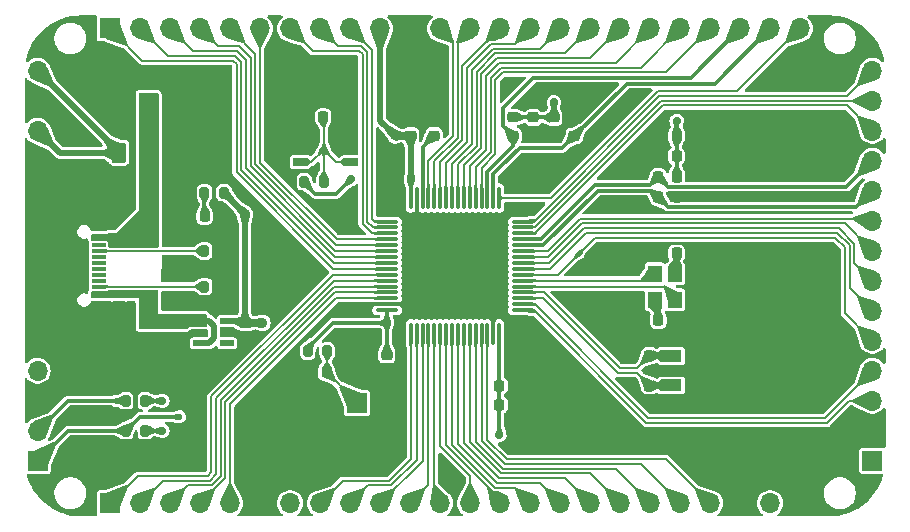
<source format=gtl>
%TF.GenerationSoftware,KiCad,Pcbnew,8.0.4*%
%TF.CreationDate,2024-09-01T16:40:05+08:00*%
%TF.ProjectId,UINIO-MCU-HC32F460KETA,55494e49-4f2d-44d4-9355-2d4843333246,Version 1.0.0*%
%TF.SameCoordinates,PX71f45d0PY4ce7800*%
%TF.FileFunction,Copper,L1,Top*%
%TF.FilePolarity,Positive*%
%FSLAX46Y46*%
G04 Gerber Fmt 4.6, Leading zero omitted, Abs format (unit mm)*
G04 Created by KiCad (PCBNEW 8.0.4) date 2024-09-01 16:40:05*
%MOMM*%
%LPD*%
G01*
G04 APERTURE LIST*
G04 Aperture macros list*
%AMRoundRect*
0 Rectangle with rounded corners*
0 $1 Rounding radius*
0 $2 $3 $4 $5 $6 $7 $8 $9 X,Y pos of 4 corners*
0 Add a 4 corners polygon primitive as box body*
4,1,4,$2,$3,$4,$5,$6,$7,$8,$9,$2,$3,0*
0 Add four circle primitives for the rounded corners*
1,1,$1+$1,$2,$3*
1,1,$1+$1,$4,$5*
1,1,$1+$1,$6,$7*
1,1,$1+$1,$8,$9*
0 Add four rect primitives between the rounded corners*
20,1,$1+$1,$2,$3,$4,$5,0*
20,1,$1+$1,$4,$5,$6,$7,0*
20,1,$1+$1,$6,$7,$8,$9,0*
20,1,$1+$1,$8,$9,$2,$3,0*%
G04 Aperture macros list end*
%TA.AperFunction,SMDPad,CuDef*%
%ADD10RoundRect,0.218750X0.218750X0.256250X-0.218750X0.256250X-0.218750X-0.256250X0.218750X-0.256250X0*%
%TD*%
%TA.AperFunction,SMDPad,CuDef*%
%ADD11RoundRect,0.200000X0.200000X0.275000X-0.200000X0.275000X-0.200000X-0.275000X0.200000X-0.275000X0*%
%TD*%
%TA.AperFunction,SMDPad,CuDef*%
%ADD12RoundRect,0.225000X0.250000X-0.225000X0.250000X0.225000X-0.250000X0.225000X-0.250000X-0.225000X0*%
%TD*%
%TA.AperFunction,SMDPad,CuDef*%
%ADD13R,1.157000X0.490000*%
%TD*%
%TA.AperFunction,SMDPad,CuDef*%
%ADD14R,1.175000X0.490000*%
%TD*%
%TA.AperFunction,SMDPad,CuDef*%
%ADD15RoundRect,0.218750X-0.256250X0.218750X-0.256250X-0.218750X0.256250X-0.218750X0.256250X0.218750X0*%
%TD*%
%TA.AperFunction,SMDPad,CuDef*%
%ADD16RoundRect,0.225000X-0.225000X-0.250000X0.225000X-0.250000X0.225000X0.250000X-0.225000X0.250000X0*%
%TD*%
%TA.AperFunction,SMDPad,CuDef*%
%ADD17R,1.800000X1.000000*%
%TD*%
%TA.AperFunction,ComponentPad*%
%ADD18R,1.700000X1.700000*%
%TD*%
%TA.AperFunction,ComponentPad*%
%ADD19O,1.700000X1.700000*%
%TD*%
%TA.AperFunction,SMDPad,CuDef*%
%ADD20RoundRect,0.225000X-0.250000X0.225000X-0.250000X-0.225000X0.250000X-0.225000X0.250000X0.225000X0*%
%TD*%
%TA.AperFunction,ComponentPad*%
%ADD21O,2.100000X1.000000*%
%TD*%
%TA.AperFunction,ComponentPad*%
%ADD22O,1.900000X1.000000*%
%TD*%
%TA.AperFunction,SMDPad,CuDef*%
%ADD23R,1.150000X0.600000*%
%TD*%
%TA.AperFunction,SMDPad,CuDef*%
%ADD24R,1.150000X0.300000*%
%TD*%
%TA.AperFunction,SMDPad,CuDef*%
%ADD25RoundRect,0.200000X-0.200000X-0.275000X0.200000X-0.275000X0.200000X0.275000X-0.200000X0.275000X0*%
%TD*%
%TA.AperFunction,SMDPad,CuDef*%
%ADD26RoundRect,0.225000X0.225000X0.250000X-0.225000X0.250000X-0.225000X-0.250000X0.225000X-0.250000X0*%
%TD*%
%TA.AperFunction,SMDPad,CuDef*%
%ADD27R,1.200000X0.650000*%
%TD*%
%TA.AperFunction,SMDPad,CuDef*%
%ADD28RoundRect,0.250000X-0.375000X-0.625000X0.375000X-0.625000X0.375000X0.625000X-0.375000X0.625000X0*%
%TD*%
%TA.AperFunction,SMDPad,CuDef*%
%ADD29O,2.000000X0.300000*%
%TD*%
%TA.AperFunction,SMDPad,CuDef*%
%ADD30O,0.300000X2.000000*%
%TD*%
%TA.AperFunction,SMDPad,CuDef*%
%ADD31R,1.200000X1.400000*%
%TD*%
%TA.AperFunction,ViaPad*%
%ADD32C,0.700000*%
%TD*%
%TA.AperFunction,ViaPad*%
%ADD33C,0.500000*%
%TD*%
%TA.AperFunction,ViaPad*%
%ADD34C,0.600000*%
%TD*%
%TA.AperFunction,ViaPad*%
%ADD35C,0.900000*%
%TD*%
%TA.AperFunction,Conductor*%
%ADD36C,0.500000*%
%TD*%
%TA.AperFunction,Conductor*%
%ADD37C,0.300000*%
%TD*%
%TA.AperFunction,Conductor*%
%ADD38C,0.200000*%
%TD*%
G04 APERTURE END LIST*
D10*
%TO.P,L3,1,1*%
%TO.N,GND*%
X50465000Y-15630000D03*
%TO.P,L3,2,2*%
%TO.N,/AVSS{slash}VREFL*%
X48890000Y-15630000D03*
%TD*%
D11*
%TO.P,R4,1*%
%TO.N,/PB11{slash}MD*%
X20865000Y-28670000D03*
%TO.P,R4,2*%
%TO.N,VCC_3.3V*%
X19215000Y-28670000D03*
%TD*%
D12*
%TO.P,C2,1*%
%TO.N,GND*%
X40060000Y-10445000D03*
%TO.P,C2,2*%
%TO.N,VCC_3.3V*%
X40060000Y-8895000D03*
%TD*%
D13*
%TO.P,U1,1,VIN*%
%TO.N,VCC_5V*%
X10091500Y-26110000D03*
%TO.P,U1,2,VSS*%
%TO.N,GND*%
X10091500Y-27060000D03*
%TO.P,U1,3,CE*%
%TO.N,VCC_5V*%
X10091500Y-28010000D03*
D14*
%TO.P,U1,4,NC*%
%TO.N,unconnected-(U1-NC-Pad4)*%
X12399500Y-28010000D03*
%TO.P,U1,5,VOUT*%
%TO.N,VCC_3.3V*%
X12399500Y-26110000D03*
%TD*%
D12*
%TO.P,C1,1*%
%TO.N,GND*%
X38330000Y-10445000D03*
%TO.P,C1,2*%
%TO.N,VCC_3.3V*%
X38330000Y-8895000D03*
%TD*%
%TO.P,C17,1*%
%TO.N,GND*%
X25920000Y-30550000D03*
%TO.P,C17,2*%
%TO.N,VCC_3.3V*%
X25920000Y-29000000D03*
%TD*%
D10*
%TO.P,L4,1,1*%
%TO.N,VCC_3.3V*%
X50465000Y-13900000D03*
%TO.P,L4,2,2*%
%TO.N,/AVCC{slash}VREFH*%
X48890000Y-13900000D03*
%TD*%
D12*
%TO.P,C4,1*%
%TO.N,GND*%
X8610000Y-27830000D03*
%TO.P,C4,2*%
%TO.N,VCC_5V*%
X8610000Y-26280000D03*
%TD*%
D15*
%TO.P,L2,1,1*%
%TO.N,VCC_3.3V*%
X36600000Y-8882500D03*
%TO.P,L2,2,2*%
%TO.N,/AVCC*%
X36600000Y-10457500D03*
%TD*%
D11*
%TO.P,R5,1*%
%TO.N,/NRST*%
X20580000Y-14330000D03*
%TO.P,R5,2*%
%TO.N,VCC_3.3V*%
X18930000Y-14330000D03*
%TD*%
D16*
%TO.P,C9,1*%
%TO.N,GND*%
X19265000Y-30480000D03*
%TO.P,C9,2*%
%TO.N,/PB11{slash}MD*%
X20815000Y-30480000D03*
%TD*%
D17*
%TO.P,Y1,1,1*%
%TO.N,Net-(U2-PC15{slash}XTAL32_IN)*%
X50007500Y-29080002D03*
%TO.P,Y1,2,2*%
%TO.N,Net-(U2-PC14{slash}XTAL32_OUT)*%
X50007500Y-31580000D03*
%TD*%
D18*
%TO.P,J4,1,Pin_1*%
%TO.N,/PB11{slash}MD*%
X23390000Y-33060000D03*
D19*
%TO.P,J4,2,Pin_2*%
%TO.N,GND*%
X20850000Y-33060000D03*
%TO.P,J4,3,Pin_3*%
X18310000Y-33060000D03*
%TD*%
D20*
%TO.P,C8,1*%
%TO.N,GND*%
X27940000Y-8880000D03*
%TO.P,C8,2*%
%TO.N,VCC_3.3V*%
X27940000Y-10430000D03*
%TD*%
D18*
%TO.P,J5,1,Pin_1*%
%TO.N,GND*%
X-3650000Y-12560000D03*
D19*
%TO.P,J5,2,Pin_2*%
%TO.N,Net-(J5-Pin_2)*%
X-3650000Y-10020000D03*
%TO.P,J5,3,Pin_3*%
%TO.N,GND*%
X-3650000Y-7480000D03*
%TO.P,J5,4,Pin_4*%
%TO.N,Net-(J5-Pin_2)*%
X-3650000Y-4940000D03*
%TD*%
D21*
%TO.P,USB1,13,GND*%
%TO.N,GND*%
X789000Y-17135000D03*
%TO.P,USB1,14,GND*%
X789000Y-25785000D03*
D22*
%TO.P,USB1,15,GND*%
X-3411000Y-17135000D03*
%TO.P,USB1,16,GND*%
X-3411000Y-25785000D03*
D23*
%TO.P,USB1,A1B12,GND*%
X1551000Y-18260000D03*
%TO.P,USB1,A4B9,VBUS*%
%TO.N,VCC_5V*%
X1551000Y-19060000D03*
D24*
%TO.P,USB1,A5,CC1*%
%TO.N,Net-(USB1-CC1)*%
X1551000Y-20210000D03*
%TO.P,USB1,A6,DP1*%
%TO.N,unconnected-(USB1-DP1-PadA6)*%
X1551000Y-21210000D03*
%TO.P,USB1,A7,DN1*%
%TO.N,unconnected-(USB1-DN1-PadA7)*%
X1551000Y-21710000D03*
%TO.P,USB1,A8,SBU1*%
%TO.N,unconnected-(USB1-SBU1-PadA8)*%
X1551000Y-22710000D03*
D23*
%TO.P,USB1,B1A12,GND*%
%TO.N,GND*%
X1551000Y-24660000D03*
%TO.P,USB1,B4A9,VBUS*%
%TO.N,VCC_5V*%
X1551000Y-23860000D03*
D24*
%TO.P,USB1,B5,CC2*%
%TO.N,Net-(USB1-CC2)*%
X1551000Y-23210000D03*
%TO.P,USB1,B6,DP2*%
%TO.N,unconnected-(USB1-DP2-PadB6)*%
X1551000Y-22210000D03*
%TO.P,USB1,B7,DN2*%
%TO.N,unconnected-(USB1-DN2-PadB7)*%
X1551000Y-20710000D03*
%TO.P,USB1,B8,SBU2*%
%TO.N,unconnected-(USB1-SBU2-PadB8)*%
X1551000Y-19710000D03*
%TD*%
D25*
%TO.P,R7,1*%
%TO.N,/PA13{slash}JTMS_SWDIO*%
X3815000Y-32880000D03*
%TO.P,R7,2*%
%TO.N,VCC_3.3V*%
X5465000Y-32880000D03*
%TD*%
D12*
%TO.P,C7,1*%
%TO.N,GND*%
X13890000Y-27830000D03*
%TO.P,C7,2*%
%TO.N,VCC_3.3V*%
X13890000Y-26280000D03*
%TD*%
D26*
%TO.P,C19,1*%
%TO.N,GND*%
X37000000Y-33210000D03*
%TO.P,C19,2*%
%TO.N,VCC_3.3V*%
X35450000Y-33210000D03*
%TD*%
D11*
%TO.P,R6,1*%
%TO.N,VCC_3.3V*%
X5465000Y-35420000D03*
%TO.P,R6,2*%
%TO.N,/PA14{slash}JTCK_SWCLK*%
X3815000Y-35420000D03*
%TD*%
D18*
%TO.P,J3,1,Pin_1*%
%TO.N,/PA8*%
X2490000Y-1360000D03*
D19*
%TO.P,J3,2,Pin_2*%
%TO.N,/PC9*%
X5030000Y-1360000D03*
%TO.P,J3,3,Pin_3*%
%TO.N,/PC8*%
X7570000Y-1360000D03*
%TO.P,J3,4,Pin_4*%
%TO.N,/PC7*%
X10110000Y-1360000D03*
%TO.P,J3,5,Pin_5*%
%TO.N,/PC6*%
X12650000Y-1360000D03*
%TO.P,J3,6,Pin_6*%
%TO.N,/PB15*%
X15190000Y-1360000D03*
%TO.P,J3,7,Pin_7*%
%TO.N,/PB14*%
X17730000Y-1360000D03*
%TO.P,J3,8,Pin_8*%
%TO.N,/PB13*%
X20270000Y-1360000D03*
%TO.P,J3,9,Pin_9*%
%TO.N,/PB12*%
X22810000Y-1360000D03*
%TO.P,J3,10,Pin_10*%
%TO.N,VCC_3.3V*%
X25350000Y-1360000D03*
%TO.P,J3,11,Pin_11*%
%TO.N,GND*%
X27890000Y-1360000D03*
%TO.P,J3,12,Pin_12*%
%TO.N,/PB10*%
X30430000Y-1360000D03*
%TO.P,J3,13,Pin_13*%
%TO.N,/PB2*%
X32970000Y-1360000D03*
%TO.P,J3,14,Pin_14*%
%TO.N,/PB1*%
X35510000Y-1360000D03*
%TO.P,J3,15,Pin_15*%
%TO.N,/PB0*%
X38050000Y-1360000D03*
%TO.P,J3,16,Pin_16*%
%TO.N,/PC5*%
X40590000Y-1360000D03*
%TO.P,J3,17,Pin_17*%
%TO.N,/PC4*%
X43130000Y-1360000D03*
%TO.P,J3,18,Pin_18*%
%TO.N,/PA7*%
X45670000Y-1360000D03*
%TO.P,J3,19,Pin_19*%
%TO.N,/PA6*%
X48210000Y-1360000D03*
%TO.P,J3,20,Pin_20*%
%TO.N,/PA5*%
X50750000Y-1360000D03*
%TO.P,J3,21,Pin_21*%
%TO.N,/PA4*%
X53290000Y-1360000D03*
%TO.P,J3,22,Pin_22*%
%TO.N,/AVCC*%
X55830000Y-1360000D03*
%TO.P,J3,23,Pin_23*%
%TO.N,/AVSS*%
X58370000Y-1360000D03*
%TO.P,J3,24,Pin_24*%
%TO.N,/PA3*%
X60910000Y-1360000D03*
%TD*%
D18*
%TO.P,J1,1,Pin_1*%
%TO.N,VCC_3.3V*%
X67030000Y-37960000D03*
D19*
%TO.P,J1,2,Pin_2*%
%TO.N,GND*%
X67030000Y-35420000D03*
%TO.P,J1,3,Pin_3*%
%TO.N,/PH2*%
X67030000Y-32880000D03*
%TO.P,J1,4,Pin_4*%
%TO.N,/PC13*%
X67030000Y-30340000D03*
%TO.P,J1,5,Pin_5*%
%TO.N,/NRST*%
X67030000Y-27800000D03*
%TO.P,J1,6,Pin_6*%
%TO.N,/PC0*%
X67030000Y-25260000D03*
%TO.P,J1,7,Pin_7*%
%TO.N,/PC1*%
X67030000Y-22720000D03*
%TO.P,J1,8,Pin_8*%
%TO.N,/PC2*%
X67030000Y-20180000D03*
%TO.P,J1,9,Pin_9*%
%TO.N,/PC3*%
X67030000Y-17640000D03*
%TO.P,J1,10,Pin_10*%
%TO.N,/AVSS{slash}VREFL*%
X67030000Y-15100000D03*
%TO.P,J1,11,Pin_11*%
%TO.N,/AVCC{slash}VREFH*%
X67030000Y-12560000D03*
%TO.P,J1,12,Pin_12*%
%TO.N,/PA0*%
X67030000Y-10020000D03*
%TO.P,J1,13,Pin_13*%
%TO.N,/PA1*%
X67030000Y-7480000D03*
%TO.P,J1,14,Pin_14*%
%TO.N,/PA2*%
X67030000Y-4940000D03*
%TD*%
D20*
%TO.P,C12,1*%
%TO.N,GND*%
X29920000Y-8880000D03*
%TO.P,C12,2*%
%TO.N,Net-(U2-VCAP_1)*%
X29920000Y-10430000D03*
%TD*%
D27*
%TO.P,SW1,1,1*%
%TO.N,/NRST*%
X22880000Y-12670000D03*
%TO.P,SW1,2,2*%
X18580000Y-12670000D03*
%TO.P,SW1,3,3*%
%TO.N,GND*%
X22880000Y-10520000D03*
%TO.P,SW1,4,4*%
X18580000Y-10520000D03*
%TD*%
D16*
%TO.P,C11,1*%
%TO.N,GND*%
X3865000Y-9650000D03*
%TO.P,C11,2*%
%TO.N,VCC_5V*%
X5415000Y-9650000D03*
%TD*%
D26*
%TO.P,C6,1*%
%TO.N,GND*%
X36990000Y-31600000D03*
%TO.P,C6,2*%
%TO.N,VCC_3.3V*%
X35440000Y-31600000D03*
%TD*%
D10*
%TO.P,D1,1,K*%
%TO.N,GND*%
X12062500Y-17250000D03*
%TO.P,D1,2,A*%
%TO.N,Net-(D1-A)*%
X10487500Y-17250000D03*
%TD*%
D25*
%TO.P,R1,1*%
%TO.N,Net-(USB1-CC1)*%
X10470000Y-20200000D03*
%TO.P,R1,2*%
%TO.N,GND*%
X12120000Y-20200000D03*
%TD*%
D26*
%TO.P,C18,1*%
%TO.N,GND*%
X50450000Y-26050000D03*
%TO.P,C18,2*%
%TO.N,Net-(C18-Pad2)*%
X48900000Y-26050000D03*
%TD*%
D15*
%TO.P,L1,1,1*%
%TO.N,GND*%
X41790000Y-8882500D03*
%TO.P,L1,2,2*%
%TO.N,/AVSS*%
X41790000Y-10457500D03*
%TD*%
D16*
%TO.P,C14,1*%
%TO.N,GND*%
X48900000Y-20390000D03*
%TO.P,C14,2*%
%TO.N,Net-(C14-Pad2)*%
X50450000Y-20390000D03*
%TD*%
%TO.P,C13,1*%
%TO.N,GND*%
X18980000Y-8860000D03*
%TO.P,C13,2*%
%TO.N,/NRST*%
X20530000Y-8860000D03*
%TD*%
D25*
%TO.P,R3,1*%
%TO.N,Net-(D1-A)*%
X10470000Y-15260000D03*
%TO.P,R3,2*%
%TO.N,VCC_3.3V*%
X12120000Y-15260000D03*
%TD*%
D16*
%TO.P,C3,1*%
%TO.N,GND*%
X48902500Y-10440000D03*
%TO.P,C3,2*%
%TO.N,VCC_3.3V*%
X50452500Y-10440000D03*
%TD*%
D25*
%TO.P,R2,1*%
%TO.N,Net-(USB1-CC2)*%
X10470000Y-23210000D03*
%TO.P,R2,2*%
%TO.N,GND*%
X12120000Y-23210000D03*
%TD*%
D16*
%TO.P,C10,1*%
%TO.N,GND*%
X3865000Y-7800000D03*
%TO.P,C10,2*%
%TO.N,VCC_5V*%
X5415000Y-7800000D03*
%TD*%
D18*
%TO.P,J6,1,Pin_1*%
%TO.N,/PA14{slash}JTCK_SWCLK*%
X-3650000Y-37960000D03*
D19*
%TO.P,J6,2,Pin_2*%
%TO.N,/PA13{slash}JTMS_SWDIO*%
X-3650000Y-35420000D03*
%TO.P,J6,3,Pin_3*%
%TO.N,GND*%
X-3650000Y-32880000D03*
%TO.P,J6,4,Pin_4*%
%TO.N,VCC_3.3V*%
X-3650000Y-30340000D03*
%TD*%
D16*
%TO.P,C5,1*%
%TO.N,GND*%
X48902500Y-12170000D03*
%TO.P,C5,2*%
%TO.N,VCC_3.3V*%
X50452500Y-12170000D03*
%TD*%
D28*
%TO.P,F1,1*%
%TO.N,Net-(J5-Pin_2)*%
X3240000Y-11890000D03*
%TO.P,F1,2*%
%TO.N,VCC_5V*%
X6040000Y-11890000D03*
%TD*%
D16*
%TO.P,C16,1*%
%TO.N,GND*%
X46600000Y-29060000D03*
%TO.P,C16,2*%
%TO.N,Net-(U2-PC15{slash}XTAL32_IN)*%
X48150000Y-29060000D03*
%TD*%
D29*
%TO.P,U2,1,PH2*%
%TO.N,/PH2*%
X37440000Y-25210000D03*
%TO.P,U2,2,PC13*%
%TO.N,/PC13*%
X37440000Y-24710000D03*
%TO.P,U2,3,PC14/XTAL32_OUT*%
%TO.N,Net-(U2-PC14{slash}XTAL32_OUT)*%
X37440000Y-24210000D03*
%TO.P,U2,4,PC15/XTAL32_IN*%
%TO.N,Net-(U2-PC15{slash}XTAL32_IN)*%
X37440000Y-23710000D03*
%TO.P,U2,5,PH0/XTAL_IN*%
%TO.N,Net-(U2-PH0{slash}XTAL_IN)*%
X37440000Y-23210000D03*
%TO.P,U2,6,PH1/XTAL_OUT*%
%TO.N,Net-(U2-PH1{slash}XTAL_OUT)*%
X37440000Y-22710000D03*
%TO.P,U2,7,NRST*%
%TO.N,/NRST*%
X37440000Y-22210000D03*
%TO.P,U2,8,PC0/ADC12_IN10*%
%TO.N,/PC0*%
X37440000Y-21710000D03*
%TO.P,U2,9,PC1/ADC12_IN11*%
%TO.N,/PC1*%
X37440000Y-21210000D03*
%TO.P,U2,10,PC2/ADC1_IN12*%
%TO.N,/PC2*%
X37440000Y-20710000D03*
%TO.P,U2,11,PC3/ADC1_IN13*%
%TO.N,/PC3*%
X37440000Y-20210000D03*
%TO.P,U2,12,AVSS/VREFL*%
%TO.N,/AVSS{slash}VREFL*%
X37440000Y-19710000D03*
%TO.P,U2,13,AVCC/VREFH*%
%TO.N,/AVCC{slash}VREFH*%
X37440000Y-19210000D03*
%TO.P,U2,14,PA0/ADC1_IN0*%
%TO.N,/PA0*%
X37440000Y-18710000D03*
%TO.P,U2,15,PA1/ADC1_IN1*%
%TO.N,/PA1*%
X37440000Y-18210000D03*
%TO.P,U2,16,PA2/ADC1_IN2*%
%TO.N,/PA2*%
X37440000Y-17710000D03*
D30*
%TO.P,U2,17,PA3/ADC1_IN3*%
%TO.N,/PA3*%
X35440000Y-15710000D03*
%TO.P,U2,18,AVSS*%
%TO.N,/AVSS*%
X34940000Y-15710000D03*
%TO.P,U2,19,AVCC*%
%TO.N,/AVCC*%
X34440000Y-15710000D03*
%TO.P,U2,20,PA4/ADC12_IN4*%
%TO.N,/PA4*%
X33940000Y-15710000D03*
%TO.P,U2,21,PA5/ADC12_IN5*%
%TO.N,/PA5*%
X33440000Y-15710000D03*
%TO.P,U2,22,PA6/ADC12_IN6*%
%TO.N,/PA6*%
X32940000Y-15710000D03*
%TO.P,U2,23,PA7/ADC12_IN7*%
%TO.N,/PA7*%
X32440000Y-15710000D03*
%TO.P,U2,24,PC4/ADC1_IN14*%
%TO.N,/PC4*%
X31940000Y-15710000D03*
%TO.P,U2,25,PC5/ADC1_IN15*%
%TO.N,/PC5*%
X31440000Y-15710000D03*
%TO.P,U2,26,PB0/ADC12_IN8*%
%TO.N,/PB0*%
X30940000Y-15710000D03*
%TO.P,U2,27,PB1/ADC12_IN9*%
%TO.N,/PB1*%
X30440000Y-15710000D03*
%TO.P,U2,28,PB2/PVD2EXINP*%
%TO.N,/PB2*%
X29940000Y-15710000D03*
%TO.P,U2,29,PB10*%
%TO.N,/PB10*%
X29440000Y-15710000D03*
%TO.P,U2,30,VCAP_1*%
%TO.N,Net-(U2-VCAP_1)*%
X28940000Y-15710000D03*
%TO.P,U2,31,VSS*%
%TO.N,GND*%
X28440000Y-15710000D03*
%TO.P,U2,32,VCC*%
%TO.N,VCC_3.3V*%
X27940000Y-15710000D03*
D29*
%TO.P,U2,33,PB12*%
%TO.N,/PB12*%
X25940000Y-17710000D03*
%TO.P,U2,34,PB13*%
%TO.N,/PB13*%
X25940000Y-18210000D03*
%TO.P,U2,35,PB14*%
%TO.N,/PB14*%
X25940000Y-18710000D03*
%TO.P,U2,36,PB15*%
%TO.N,/PB15*%
X25940000Y-19210000D03*
%TO.P,U2,37,PC6*%
%TO.N,/PC6*%
X25940000Y-19710000D03*
%TO.P,U2,38,PC7*%
%TO.N,/PC7*%
X25940000Y-20210000D03*
%TO.P,U2,39,PC8*%
%TO.N,/PC8*%
X25940000Y-20710000D03*
%TO.P,U2,40,PC9*%
%TO.N,/PC9*%
X25940000Y-21210000D03*
%TO.P,U2,41,PA8*%
%TO.N,/PA8*%
X25940000Y-21710000D03*
%TO.P,U2,42,PA9/USBFS_VBUS*%
%TO.N,/PA9*%
X25940000Y-22210000D03*
%TO.P,U2,43,PA10/USBFS_ID*%
%TO.N,/PA10*%
X25940000Y-22710000D03*
%TO.P,U2,44,PA11/USBFS_DM*%
%TO.N,/PA11*%
X25940000Y-23210000D03*
%TO.P,U2,45,PA12/USBFS_DP*%
%TO.N,/PA12*%
X25940000Y-23710000D03*
%TO.P,U2,46,PA13/JTMS_SWDIO*%
%TO.N,/PA13{slash}JTMS_SWDIO*%
X25940000Y-24210000D03*
%TO.P,U2,47,VSS*%
%TO.N,GND*%
X25940000Y-24710000D03*
%TO.P,U2,48,VCC*%
%TO.N,VCC_3.3V*%
X25940000Y-25210000D03*
D30*
%TO.P,U2,49,PA14/JTCK_SWCLK*%
%TO.N,/PA14{slash}JTCK_SWCLK*%
X27940000Y-27210000D03*
%TO.P,U2,50,PA15/TDI*%
%TO.N,/PA15*%
X28440000Y-27210000D03*
%TO.P,U2,51,PC10*%
%TO.N,/PC10*%
X28940000Y-27210000D03*
%TO.P,U2,52,PC11*%
%TO.N,/PC11*%
X29440000Y-27210000D03*
%TO.P,U2,53,PC12*%
%TO.N,/PC12*%
X29940000Y-27210000D03*
%TO.P,U2,54,PD2*%
%TO.N,/PD2*%
X30440000Y-27210000D03*
%TO.P,U2,55,PB3/JTDO_TRACESWO*%
%TO.N,/PB3*%
X30940000Y-27210000D03*
%TO.P,U2,56,PB4/NJTRST*%
%TO.N,/PB4*%
X31440000Y-27210000D03*
%TO.P,U2,57,PB5*%
%TO.N,/PB5*%
X31940000Y-27210000D03*
%TO.P,U2,58,PB6*%
%TO.N,/PB6*%
X32440000Y-27210000D03*
%TO.P,U2,59,PB7*%
%TO.N,/PB7*%
X32940000Y-27210000D03*
%TO.P,U2,60,PB11/MD*%
%TO.N,/PB11{slash}MD*%
X33440000Y-27210000D03*
%TO.P,U2,61,PB8*%
%TO.N,/PB8*%
X33940000Y-27210000D03*
%TO.P,U2,62,PB9*%
%TO.N,/PB9*%
X34440000Y-27210000D03*
%TO.P,U2,63,VSS*%
%TO.N,GND*%
X34940000Y-27210000D03*
%TO.P,U2,64,VCC*%
%TO.N,VCC_3.3V*%
X35440000Y-27210000D03*
%TD*%
D16*
%TO.P,C15,1*%
%TO.N,GND*%
X46600000Y-31600002D03*
%TO.P,C15,2*%
%TO.N,Net-(U2-PC14{slash}XTAL32_OUT)*%
X48150000Y-31600002D03*
%TD*%
D18*
%TO.P,J2,1,Pin_1*%
%TO.N,/PA9*%
X2490000Y-41560000D03*
D19*
%TO.P,J2,2,Pin_2*%
%TO.N,/PA10*%
X5030000Y-41560000D03*
%TO.P,J2,3,Pin_3*%
%TO.N,/PA11*%
X7570000Y-41560000D03*
%TO.P,J2,4,Pin_4*%
%TO.N,/PA12*%
X10110000Y-41560000D03*
%TO.P,J2,5,Pin_5*%
%TO.N,/PA13{slash}JTMS_SWDIO*%
X12650000Y-41560000D03*
%TO.P,J2,6,Pin_6*%
%TO.N,GND*%
X15190000Y-41560000D03*
%TO.P,J2,7,Pin_7*%
%TO.N,VCC_3.3V*%
X17730000Y-41560000D03*
%TO.P,J2,8,Pin_8*%
%TO.N,/PA14{slash}JTCK_SWCLK*%
X20270000Y-41560000D03*
%TO.P,J2,9,Pin_9*%
%TO.N,/PA15*%
X22810000Y-41560000D03*
%TO.P,J2,10,Pin_10*%
%TO.N,/PC10*%
X25350000Y-41560000D03*
%TO.P,J2,11,Pin_11*%
%TO.N,/PC11*%
X27890000Y-41560000D03*
%TO.P,J2,12,Pin_12*%
%TO.N,/PC12*%
X30430000Y-41560000D03*
%TO.P,J2,13,Pin_13*%
%TO.N,/PD2*%
X32970000Y-41560000D03*
%TO.P,J2,14,Pin_14*%
%TO.N,/PB3*%
X35510000Y-41560000D03*
%TO.P,J2,15,Pin_15*%
%TO.N,/PB4*%
X38050000Y-41560000D03*
%TO.P,J2,16,Pin_16*%
%TO.N,/PB5*%
X40590000Y-41560000D03*
%TO.P,J2,17,Pin_17*%
%TO.N,/PB6*%
X43130000Y-41560000D03*
%TO.P,J2,18,Pin_18*%
%TO.N,/PB7*%
X45670000Y-41560000D03*
%TO.P,J2,19,Pin_19*%
%TO.N,/PB11{slash}MD*%
X48210000Y-41560000D03*
%TO.P,J2,20,Pin_20*%
%TO.N,/PB8*%
X50750000Y-41560000D03*
%TO.P,J2,21,Pin_21*%
%TO.N,/PB9*%
X53290000Y-41560000D03*
%TO.P,J2,22,Pin_22*%
%TO.N,GND*%
X55830000Y-41560000D03*
%TO.P,J2,23,Pin_23*%
%TO.N,VCC_3.3V*%
X58370000Y-41560000D03*
%TO.P,J2,24,Pin_24*%
%TO.N,GND*%
X60910000Y-41560000D03*
%TD*%
D31*
%TO.P,Y2,1,1*%
%TO.N,Net-(U2-PH1{slash}XTAL_OUT)*%
X48605000Y-22120000D03*
%TO.P,Y2,2,2*%
%TO.N,Net-(C18-Pad2)*%
X48605000Y-24320000D03*
%TO.P,Y2,3,3*%
%TO.N,Net-(U2-PH0{slash}XTAL_IN)*%
X50305000Y-24320000D03*
%TO.P,Y2,4,4*%
%TO.N,Net-(C14-Pad2)*%
X50305000Y-22120000D03*
%TD*%
D32*
%TO.N,GND*%
X30260000Y-20510000D03*
D33*
X44230000Y-21460000D03*
X330000Y-34270000D03*
X39000000Y-14750000D03*
X48230000Y-33460000D03*
D32*
X19230000Y-7460000D03*
D33*
X46230000Y-21460000D03*
X40250000Y-12750000D03*
X45000000Y-13500000D03*
X52230000Y-29460000D03*
X43750000Y-10000000D03*
X52230000Y-31460000D03*
D32*
X22230000Y-7460000D03*
X33260000Y-23510000D03*
D33*
X53206394Y-21424592D03*
X60000000Y-6040000D03*
X47000000Y-16500000D03*
X45230000Y-27460000D03*
D32*
X43910000Y-6250000D03*
X42910000Y-6250000D03*
D33*
X48000000Y-10500000D03*
X44230000Y-20460000D03*
D32*
X9815000Y-24750000D03*
X53442500Y-15630000D03*
D33*
X50230000Y-27460000D03*
D32*
X30260000Y-23510000D03*
D33*
X52230000Y-23460000D03*
X51230000Y-27460000D03*
X64000000Y-6040000D03*
X39000000Y-13750000D03*
X45250000Y-8500000D03*
X50230000Y-33460000D03*
X51230000Y-33460000D03*
X53250000Y-10750000D03*
D32*
X44910000Y-6250000D03*
X29260000Y-21510000D03*
D33*
X53250000Y-9750000D03*
D32*
X34260000Y-21510000D03*
D33*
X47230000Y-20460000D03*
X48000000Y-16500000D03*
X44500000Y-9250000D03*
X45230000Y-24460000D03*
X53250000Y-11750000D03*
D32*
X20230000Y-7460000D03*
X34260000Y-22510000D03*
D33*
X47230000Y-21460000D03*
X44000000Y-16500000D03*
D32*
X34260000Y-20510000D03*
D33*
X37750000Y-13750000D03*
D32*
X51590000Y-15630000D03*
D33*
X53230000Y-33460000D03*
D32*
X32260000Y-21510000D03*
X29260000Y-23510000D03*
D33*
X36500000Y-13250000D03*
D32*
X18230000Y-7460000D03*
D33*
X35960000Y-6620000D03*
D32*
X39910000Y-6250000D03*
D33*
X43230000Y-21460000D03*
X49230000Y-27460000D03*
X53230000Y-23460000D03*
D32*
X32260000Y-23510000D03*
D33*
X44230000Y-25460000D03*
X63020000Y-6040000D03*
X46230000Y-25460000D03*
X44230000Y-24460000D03*
X42250000Y-11500000D03*
D32*
X31260000Y-21510000D03*
D33*
X44230000Y-26460000D03*
X53250000Y-8750000D03*
X53230000Y-30460000D03*
D32*
X29260000Y-22510000D03*
X30260000Y-21510000D03*
X31260000Y-22510000D03*
D33*
X52230000Y-25460000D03*
D32*
X33260000Y-19510000D03*
D33*
X37750000Y-12750000D03*
X53230000Y-26460000D03*
X45230000Y-25460000D03*
X53230000Y-31460000D03*
D32*
X59000000Y-15630000D03*
D33*
X46230000Y-20460000D03*
X37750000Y-14750000D03*
D32*
X32260000Y-22510000D03*
D33*
X52230000Y-28460000D03*
X52250000Y-12750000D03*
D32*
X38910000Y-6250000D03*
X41910000Y-6250000D03*
X11177500Y-24750000D03*
D33*
X42230000Y-24460000D03*
X45230000Y-21460000D03*
D32*
X34260000Y-23510000D03*
D33*
X22900000Y-15890000D03*
X45000000Y-16500000D03*
D32*
X55295000Y-15630000D03*
D33*
X52230000Y-22460000D03*
X52230000Y-32460000D03*
D32*
X31260000Y-23510000D03*
D33*
X46500000Y-12000000D03*
X53218197Y-27514701D03*
X47230000Y-24460000D03*
D34*
X31690000Y-39700000D03*
D33*
X46230000Y-24460000D03*
X36750000Y-5830000D03*
D32*
X40910000Y-6250000D03*
X57147500Y-15630000D03*
X9210000Y-29560000D03*
D33*
X41250000Y-12250000D03*
D32*
X33260000Y-22510000D03*
D33*
X52250000Y-11750000D03*
D32*
X30260000Y-19510000D03*
D33*
X46230000Y-26460000D03*
X52230000Y-27460000D03*
D32*
X10610000Y-29560000D03*
X12540000Y-24750000D03*
X33260000Y-21510000D03*
D33*
X45230000Y-20460000D03*
D32*
X32260000Y-20510000D03*
D33*
X52250000Y-10750000D03*
X52230000Y-30460000D03*
X47230000Y-27460000D03*
X45750000Y-12750000D03*
X52230000Y-26460000D03*
X46230000Y-27460000D03*
X53230000Y-28460000D03*
X53230000Y-22460000D03*
X53250000Y-12750000D03*
D32*
X31260000Y-20510000D03*
D33*
X52230000Y-33460000D03*
X52250000Y-13750000D03*
D32*
X32260000Y-19510000D03*
D33*
X43000000Y-10750000D03*
X48230000Y-27460000D03*
X47230000Y-26460000D03*
D32*
X34260000Y-19510000D03*
D33*
X47000000Y-13500000D03*
D32*
X21230000Y-7460000D03*
D33*
X43230000Y-20460000D03*
X52230000Y-21460000D03*
X9250000Y-36500000D03*
X52250000Y-9750000D03*
X40250000Y-13750000D03*
D32*
X30260000Y-22510000D03*
D33*
X52230000Y-24460000D03*
X53230000Y-20460000D03*
X47250000Y-11250000D03*
X42230000Y-21460000D03*
X61000000Y-6040000D03*
X47230000Y-25460000D03*
X53230000Y-32460000D03*
D32*
X7810000Y-29560000D03*
D33*
X46000000Y-13500000D03*
X9250000Y-33500000D03*
X49230000Y-33460000D03*
D32*
X31260000Y-19510000D03*
D33*
X53250000Y-13750000D03*
D32*
X29260000Y-20510000D03*
D33*
X52250000Y-8750000D03*
X53230000Y-29460000D03*
X39000000Y-12750000D03*
X14000000Y-36500000D03*
D32*
X23000000Y-25230000D03*
D33*
X53230000Y-25460000D03*
X62000000Y-6040000D03*
X53230000Y-24460000D03*
X43230000Y-25460000D03*
D32*
X33260000Y-20510000D03*
D33*
X43230000Y-24460000D03*
X46000000Y-16500000D03*
X45230000Y-26460000D03*
X47000000Y-6750000D03*
D32*
X29260000Y-19510000D03*
D33*
X52230000Y-20460000D03*
D32*
%TO.N,VCC_5V*%
X3825000Y-23880000D03*
X2670000Y-19060000D03*
X3825000Y-19060000D03*
X2670000Y-23880000D03*
X4980000Y-23880000D03*
X4980000Y-19060000D03*
D33*
%TO.N,/NRST*%
X42175000Y-20425000D03*
D34*
X20580000Y-11610000D03*
D33*
%TO.N,/PA13{slash}JTMS_SWDIO*%
X2950000Y-32880000D03*
D34*
%TO.N,/PA14{slash}JTCK_SWCLK*%
X8360000Y-34240000D03*
D32*
%TO.N,VCC_3.3V*%
X6920000Y-32880000D03*
D35*
X26620000Y-10400000D03*
X13890000Y-17030000D03*
D32*
X6920000Y-35420000D03*
X50452500Y-9170000D03*
X35450000Y-35790000D03*
X22890000Y-14120000D03*
X27940000Y-14110000D03*
X40050000Y-7600000D03*
D35*
X15380000Y-26280000D03*
D32*
X25940000Y-26280000D03*
%TD*%
D36*
%TO.N,GND*%
X46600000Y-31600002D02*
X48459998Y-33460000D01*
D37*
X40930000Y-6320000D02*
X41000000Y-6250000D01*
D36*
X1551000Y-18260000D02*
X789000Y-17498000D01*
X48459998Y-33460000D02*
X52230000Y-33460000D01*
D37*
X7810000Y-29590000D02*
X7840000Y-29560000D01*
D36*
X1551000Y-24660000D02*
X789000Y-25422000D01*
D37*
X40060000Y-10445000D02*
X40930000Y-9575000D01*
D36*
X789000Y-17498000D02*
X789000Y-17135000D01*
D37*
X28440000Y-15710000D02*
X28440000Y-24680000D01*
X34940000Y-25350000D02*
X34940000Y-27210000D01*
X40930000Y-8820000D02*
X40930000Y-6270000D01*
D36*
X789000Y-25422000D02*
X789000Y-25785000D01*
D37*
X13890000Y-27900000D02*
X12230000Y-29560000D01*
D36*
X9380000Y-27060000D02*
X10091500Y-27060000D01*
D37*
X12230000Y-29560000D02*
X10610000Y-29560000D01*
X25940000Y-24710000D02*
X23520000Y-24710000D01*
X40930000Y-6270000D02*
X40910000Y-6250000D01*
X40930000Y-8820000D02*
X40992500Y-8882500D01*
X25940000Y-24710000D02*
X28470000Y-24710000D01*
X40992500Y-8882500D02*
X41790000Y-8882500D01*
X28440000Y-24680000D02*
X28470000Y-24710000D01*
X7840000Y-29560000D02*
X10610000Y-29560000D01*
X34300000Y-24710000D02*
X34940000Y-25350000D01*
X23520000Y-24710000D02*
X23000000Y-25230000D01*
X40930000Y-9575000D02*
X40930000Y-8820000D01*
D36*
X8610000Y-27830000D02*
X9380000Y-27060000D01*
D37*
X28470000Y-24710000D02*
X34300000Y-24710000D01*
D36*
%TO.N,VCC_5V*%
X8780000Y-26110000D02*
X10091500Y-26110000D01*
X10865000Y-28010000D02*
X10091500Y-28010000D01*
X10091500Y-26110000D02*
X10865000Y-26110000D01*
X10865000Y-26110000D02*
X11300000Y-26545000D01*
X11300000Y-26545000D02*
X11300000Y-27575000D01*
X11300000Y-27575000D02*
X10865000Y-28010000D01*
D37*
%TO.N,/AVCC{slash}VREFH*%
X37440000Y-19210000D02*
X38930000Y-19210000D01*
X49750000Y-14760000D02*
X64830000Y-14760000D01*
X43560000Y-14580000D02*
X48210000Y-14580000D01*
X38930000Y-19210000D02*
X43560000Y-14580000D01*
X64830000Y-14760000D02*
X67030000Y-12560000D01*
X48890000Y-13900000D02*
X49750000Y-14760000D01*
X48210000Y-14580000D02*
X48890000Y-13900000D01*
D38*
%TO.N,/PB11{slash}MD*%
X23390000Y-33060000D02*
X20815000Y-30485000D01*
X35742744Y-38640000D02*
X45290000Y-38640000D01*
X45290000Y-38640000D02*
X48210000Y-41560000D01*
X33440000Y-27210000D02*
X33440000Y-36337256D01*
X33440000Y-36337256D02*
X35742744Y-38640000D01*
X20865000Y-28670000D02*
X20865000Y-30430000D01*
D37*
%TO.N,Net-(U2-VCAP_1)*%
X28940000Y-15710000D02*
X28940000Y-11410000D01*
X28940000Y-11410000D02*
X29920000Y-10430000D01*
D38*
%TO.N,/NRST*%
X64700000Y-19901372D02*
X64700000Y-25470000D01*
X63858628Y-19060000D02*
X64700000Y-19901372D01*
X18580000Y-12670000D02*
X19520000Y-12670000D01*
X21640000Y-12670000D02*
X20580000Y-11610000D01*
X20580000Y-14330000D02*
X20580000Y-11610000D01*
X20580000Y-11610000D02*
X20580000Y-8910000D01*
X42175000Y-20425000D02*
X40390000Y-22210000D01*
X19520000Y-12670000D02*
X20580000Y-11610000D01*
X64700000Y-25470000D02*
X67030000Y-27800000D01*
X42175000Y-20425000D02*
X43540000Y-19060000D01*
X43540000Y-19060000D02*
X63858628Y-19060000D01*
X22880000Y-12670000D02*
X21640000Y-12670000D01*
X40390000Y-22210000D02*
X37440000Y-22210000D01*
%TO.N,Net-(U2-PC14{slash}XTAL32_OUT)*%
X47130000Y-30540000D02*
X48150000Y-31560000D01*
X37440000Y-24210000D02*
X39174314Y-24210000D01*
X39174314Y-24210000D02*
X45504314Y-30540000D01*
X48150000Y-31600002D02*
X49987498Y-31600002D01*
X45504314Y-30540000D02*
X47130000Y-30540000D01*
%TO.N,Net-(U2-PC15{slash}XTAL32_IN)*%
X39240000Y-23710000D02*
X45650000Y-30120000D01*
X37440000Y-23710000D02*
X39240000Y-23710000D01*
X45650000Y-30120000D02*
X47090000Y-30120000D01*
X47090000Y-30120000D02*
X48150000Y-29060000D01*
X48150000Y-29060000D02*
X49987498Y-29060000D01*
D37*
%TO.N,Net-(D1-A)*%
X10470000Y-15260000D02*
X10470000Y-17232500D01*
D38*
%TO.N,/PA12*%
X12250000Y-33007058D02*
X12250000Y-39430000D01*
X25940000Y-23710000D02*
X21547058Y-23710000D01*
X21547058Y-23710000D02*
X12250000Y-33007058D01*
X12250000Y-39430000D02*
X10120000Y-41560000D01*
%TO.N,/PB13*%
X23764314Y-2880000D02*
X21790000Y-2880000D01*
X24260000Y-3375686D02*
X23764314Y-2880000D01*
X24260000Y-17730000D02*
X24260000Y-3375686D01*
X24740000Y-18210000D02*
X24260000Y-17730000D01*
X21790000Y-2880000D02*
X20270000Y-1360000D01*
X25940000Y-18210000D02*
X24740000Y-18210000D01*
%TO.N,/PB8*%
X47430000Y-38240000D02*
X50750000Y-41560000D01*
X33940000Y-36271570D02*
X35908430Y-38240000D01*
X35908430Y-38240000D02*
X47430000Y-38240000D01*
X33940000Y-27210000D02*
X33940000Y-36271570D01*
%TO.N,/PC10*%
X28940000Y-27210000D02*
X28940000Y-37970000D01*
X28940000Y-37970000D02*
X25350000Y-41560000D01*
%TO.N,/PC9*%
X13590000Y-4221372D02*
X13048628Y-3680000D01*
X21425686Y-21210000D02*
X13590000Y-13374314D01*
X25940000Y-21210000D02*
X21425686Y-21210000D01*
X7350000Y-3680000D02*
X5030000Y-1360000D01*
X13590000Y-13374314D02*
X13590000Y-4221372D01*
X13048628Y-3680000D02*
X7350000Y-3680000D01*
%TO.N,/PC11*%
X29440000Y-27210000D02*
X29440000Y-40010000D01*
X29440000Y-40010000D02*
X27890000Y-41560000D01*
%TO.N,/PB4*%
X35080000Y-40240000D02*
X36730000Y-40240000D01*
X36730000Y-40240000D02*
X38050000Y-41560000D01*
X31440000Y-36600000D02*
X35080000Y-40240000D01*
X31440000Y-27210000D02*
X31440000Y-36600000D01*
%TO.N,/PA8*%
X5210000Y-4080000D02*
X2490000Y-1360000D01*
X25940000Y-21710000D02*
X21360000Y-21710000D01*
X13190000Y-13540000D02*
X13190000Y-4387058D01*
X13190000Y-4387058D02*
X12882942Y-4080000D01*
X12882942Y-4080000D02*
X5210000Y-4080000D01*
X21360000Y-21710000D02*
X13190000Y-13540000D01*
%TO.N,/PB3*%
X30940000Y-27210000D02*
X30940000Y-36665686D01*
X30940000Y-36665686D02*
X35510000Y-41235686D01*
%TO.N,/PB5*%
X31940000Y-27210000D02*
X31940000Y-36534314D01*
X35245686Y-39840000D02*
X38870000Y-39840000D01*
X31940000Y-36534314D02*
X35245686Y-39840000D01*
X38870000Y-39840000D02*
X40590000Y-41560000D01*
%TO.N,/PD2*%
X30440000Y-36731372D02*
X32970000Y-39261372D01*
X32970000Y-39261372D02*
X32970000Y-41560000D01*
X30440000Y-27210000D02*
X30440000Y-36731372D01*
%TO.N,/PC7*%
X21557058Y-20210000D02*
X14390000Y-13042942D01*
X14390000Y-13042942D02*
X14390000Y-3890000D01*
X11630000Y-2880000D02*
X10110000Y-1360000D01*
X25940000Y-20210000D02*
X21557058Y-20210000D01*
X14390000Y-3890000D02*
X13380000Y-2880000D01*
X13380000Y-2880000D02*
X11630000Y-2880000D01*
%TO.N,/PB9*%
X34440000Y-27210000D02*
X34440000Y-36205884D01*
X34440000Y-36205884D02*
X36074116Y-37840000D01*
X36074116Y-37840000D02*
X49570000Y-37840000D01*
X49570000Y-37840000D02*
X53290000Y-41560000D01*
%TO.N,/PB6*%
X41010000Y-39440000D02*
X43130000Y-41560000D01*
X35411372Y-39440000D02*
X41010000Y-39440000D01*
X32440000Y-36468628D02*
X35411372Y-39440000D01*
X32440000Y-27210000D02*
X32440000Y-36468628D01*
%TO.N,/PC6*%
X14790000Y-12877256D02*
X14790000Y-3500000D01*
X25940000Y-19710000D02*
X21622744Y-19710000D01*
X21622744Y-19710000D02*
X14790000Y-12877256D01*
X14790000Y-3500000D02*
X12650000Y-1360000D01*
%TO.N,/PA9*%
X11050000Y-38932942D02*
X10742942Y-39240000D01*
X25940000Y-22210000D02*
X21350000Y-22210000D01*
X4810000Y-39240000D02*
X2490000Y-41560000D01*
X21350000Y-22210000D02*
X11050000Y-32510000D01*
X10742942Y-39240000D02*
X4810000Y-39240000D01*
X11050000Y-32510000D02*
X11050000Y-38932942D01*
%TO.N,/PC12*%
X29940000Y-27210000D02*
X29940000Y-41070000D01*
%TO.N,/PB15*%
X25940000Y-19210000D02*
X21688430Y-19210000D01*
X21688430Y-19210000D02*
X15190000Y-12711570D01*
X15190000Y-12711570D02*
X15190000Y-1360000D01*
%TO.N,/PB14*%
X24674314Y-18710000D02*
X23860000Y-17895686D01*
X23860000Y-17895686D02*
X23860000Y-3541372D01*
X23860000Y-3541372D02*
X23598628Y-3280000D01*
X23598628Y-3280000D02*
X19650000Y-3280000D01*
X25940000Y-18710000D02*
X24674314Y-18710000D01*
X19650000Y-3280000D02*
X17730000Y-1360000D01*
%TO.N,/PA10*%
X11450000Y-39098628D02*
X10908628Y-39640000D01*
X10908628Y-39640000D02*
X6960000Y-39640000D01*
X25940000Y-22710000D02*
X21415686Y-22710000D01*
X11450000Y-32675686D02*
X11450000Y-39098628D01*
X6960000Y-39640000D02*
X5040000Y-41560000D01*
X21415686Y-22710000D02*
X11450000Y-32675686D01*
%TO.N,/PB7*%
X35577058Y-39040000D02*
X43150000Y-39040000D01*
X32940000Y-36402942D02*
X35577058Y-39040000D01*
X32940000Y-27210000D02*
X32940000Y-36402942D01*
X43150000Y-39040000D02*
X45670000Y-41560000D01*
%TO.N,/PC8*%
X13990000Y-13208628D02*
X13990000Y-4055686D01*
X25940000Y-20710000D02*
X21491372Y-20710000D01*
X21491372Y-20710000D02*
X13990000Y-13208628D01*
X9490000Y-3280000D02*
X7570000Y-1360000D01*
X13214314Y-3280000D02*
X9490000Y-3280000D01*
X13990000Y-4055686D02*
X13214314Y-3280000D01*
%TO.N,/PA11*%
X21481372Y-23210000D02*
X11850000Y-32841372D01*
X11850000Y-32841372D02*
X11850000Y-39264314D01*
X9090000Y-40040000D02*
X7570000Y-41560000D01*
X11850000Y-39264314D02*
X11074314Y-40040000D01*
X25940000Y-23210000D02*
X21481372Y-23210000D01*
X11074314Y-40040000D02*
X9090000Y-40040000D01*
%TO.N,/PA15*%
X26294314Y-40050000D02*
X24320000Y-40050000D01*
X24320000Y-40050000D02*
X22810000Y-41560000D01*
X28440000Y-37904314D02*
X26294314Y-40050000D01*
X28440000Y-27210000D02*
X28440000Y-37904314D01*
%TO.N,/PB12*%
X25940000Y-17710000D02*
X24920000Y-17710000D01*
X24670000Y-17460000D02*
X24670000Y-3220000D01*
X24920000Y-17710000D02*
X24670000Y-17460000D01*
X24670000Y-3220000D02*
X22810000Y-1360000D01*
D37*
%TO.N,/PA13{slash}JTMS_SWDIO*%
X-1110000Y-32880000D02*
X-3650000Y-35420000D01*
D38*
X12650000Y-33172744D02*
X12650000Y-41560000D01*
D37*
X2950000Y-32880000D02*
X3815000Y-32880000D01*
D38*
X21612744Y-24210000D02*
X12650000Y-33172744D01*
X25940000Y-24210000D02*
X21612744Y-24210000D01*
D37*
X3815000Y-32880000D02*
X-1110000Y-32880000D01*
%TO.N,/PA14{slash}JTCK_SWCLK*%
X4995000Y-34240000D02*
X3815000Y-35420000D01*
D38*
X27940000Y-37838628D02*
X26128628Y-39650000D01*
X27940000Y-27210000D02*
X27940000Y-37838628D01*
D37*
X-1110000Y-35420000D02*
X-3650000Y-37960000D01*
X8360000Y-34240000D02*
X4995000Y-34240000D01*
D38*
X26128628Y-39650000D02*
X22180000Y-39650000D01*
X22180000Y-39650000D02*
X20270000Y-41560000D01*
D37*
X3815000Y-35420000D02*
X-1110000Y-35420000D01*
%TO.N,/AVSS{slash}VREFL*%
X65675000Y-16455000D02*
X67030000Y-15100000D01*
X49715000Y-16455000D02*
X65675000Y-16455000D01*
X37440000Y-19710000D02*
X39137106Y-19710000D01*
X39137106Y-19710000D02*
X43767106Y-15080000D01*
X43767106Y-15080000D02*
X48340000Y-15080000D01*
X48340000Y-15080000D02*
X48890000Y-15630000D01*
X48890000Y-15630000D02*
X49715000Y-16455000D01*
D38*
%TO.N,/PB10*%
X31510000Y-2440000D02*
X30430000Y-1360000D01*
X29440000Y-12544315D02*
X31510000Y-10474315D01*
X31510000Y-10474315D02*
X31510000Y-2440000D01*
X29440000Y-15710000D02*
X29440000Y-12544315D01*
%TO.N,/PA0*%
X49331372Y-7880000D02*
X64890000Y-7880000D01*
X64890000Y-7880000D02*
X67030000Y-10020000D01*
X38501372Y-18710000D02*
X49331372Y-7880000D01*
X37440000Y-18710000D02*
X38501372Y-18710000D01*
%TO.N,/PC4*%
X31940000Y-15710000D02*
X31940000Y-12877256D01*
X41010000Y-3480000D02*
X43130000Y-1360000D01*
X31940000Y-12877256D02*
X33510000Y-11307256D01*
X35087058Y-3480000D02*
X41010000Y-3480000D01*
X33510000Y-5057058D02*
X35087058Y-3480000D01*
X33510000Y-11307256D02*
X33510000Y-5057058D01*
%TO.N,/PA7*%
X35252744Y-3880000D02*
X43150000Y-3880000D01*
X43150000Y-3880000D02*
X45670000Y-1360000D01*
X32440000Y-12942942D02*
X33910000Y-11472942D01*
X33910000Y-5222744D02*
X35252744Y-3880000D01*
X33910000Y-11472942D02*
X33910000Y-5222744D01*
X32440000Y-15710000D02*
X32440000Y-12942942D01*
%TO.N,/PB2*%
X31910000Y-10644512D02*
X31910000Y-2420000D01*
X29940000Y-15710000D02*
X29940000Y-12614512D01*
X29940000Y-12614512D02*
X31910000Y-10644512D01*
X31910000Y-2420000D02*
X32970000Y-1360000D01*
%TO.N,/PC2*%
X42444116Y-17860000D02*
X64710000Y-17860000D01*
X37440000Y-20710000D02*
X39594116Y-20710000D01*
X39594116Y-20710000D02*
X42444116Y-17860000D01*
X64710000Y-17860000D02*
X67030000Y-20180000D01*
%TO.N,/PA4*%
X33940000Y-15710000D02*
X33940000Y-13140000D01*
X35110000Y-11970000D02*
X35110000Y-5719802D01*
X35110000Y-5719802D02*
X35749802Y-5080000D01*
X35749802Y-5080000D02*
X49570000Y-5080000D01*
X33940000Y-13140000D02*
X35110000Y-11970000D01*
X49570000Y-5080000D02*
X53290000Y-1360000D01*
%TO.N,/PH2*%
X47900710Y-34750000D02*
X63185686Y-34750000D01*
X38360710Y-25210000D02*
X47900710Y-34750000D01*
X37440000Y-25210000D02*
X38360710Y-25210000D01*
X65055686Y-32880000D02*
X67030000Y-32880000D01*
X63185686Y-34750000D02*
X65055686Y-32880000D01*
%TO.N,/PC3*%
X42278430Y-17460000D02*
X66850000Y-17460000D01*
X37440000Y-20210000D02*
X39528430Y-20210000D01*
X39528430Y-20210000D02*
X42278430Y-17460000D01*
%TO.N,/PC1*%
X65500000Y-21190000D02*
X67030000Y-22720000D01*
X37440000Y-21210000D02*
X39659802Y-21210000D01*
X39659802Y-21210000D02*
X42609802Y-18260000D01*
X65500000Y-19570000D02*
X65500000Y-21190000D01*
X42609802Y-18260000D02*
X64190000Y-18260000D01*
X64190000Y-18260000D02*
X65500000Y-19570000D01*
%TO.N,/PA2*%
X49000000Y-7080000D02*
X64890000Y-7080000D01*
X38370000Y-17710000D02*
X49000000Y-7080000D01*
X64890000Y-7080000D02*
X67030000Y-4940000D01*
X37440000Y-17710000D02*
X38370000Y-17710000D01*
%TO.N,/PA5*%
X35584116Y-4680000D02*
X47430000Y-4680000D01*
X33440000Y-13074314D02*
X34710000Y-11804314D01*
X47430000Y-4680000D02*
X50750000Y-1360000D01*
X34710000Y-11804314D02*
X34710000Y-5554116D01*
X34710000Y-5554116D02*
X35584116Y-4680000D01*
X33440000Y-15710000D02*
X33440000Y-13074314D01*
%TO.N,/PA6*%
X35418430Y-4280000D02*
X45290000Y-4280000D01*
X34310000Y-5388430D02*
X35418430Y-4280000D01*
X32940000Y-13008628D02*
X34310000Y-11638628D01*
X45290000Y-4280000D02*
X48210000Y-1360000D01*
X34310000Y-11638628D02*
X34310000Y-5388430D01*
X32940000Y-15710000D02*
X32940000Y-13008628D01*
%TO.N,/PA1*%
X38435686Y-18210000D02*
X49165686Y-7480000D01*
X37440000Y-18210000D02*
X38435686Y-18210000D01*
X49165686Y-7480000D02*
X67030000Y-7480000D01*
%TO.N,/PA3*%
X35440000Y-15710000D02*
X39804314Y-15710000D01*
X39804314Y-15710000D02*
X48834314Y-6680000D01*
X55590000Y-6680000D02*
X60910000Y-1360000D01*
X48834314Y-6680000D02*
X55590000Y-6680000D01*
%TO.N,/PC13*%
X48066396Y-34350000D02*
X63020000Y-34350000D01*
X38426396Y-24710000D02*
X48066396Y-34350000D01*
X63020000Y-34350000D02*
X67030000Y-30340000D01*
X37440000Y-24710000D02*
X38426396Y-24710000D01*
%TO.N,/PC0*%
X42775488Y-18660000D02*
X64024314Y-18660000D01*
X37440000Y-21710000D02*
X39725488Y-21710000D01*
X65100000Y-23330000D02*
X67030000Y-25260000D01*
X39725488Y-21710000D02*
X42775488Y-18660000D01*
X64024314Y-18660000D02*
X65100000Y-19735686D01*
X65100000Y-19735686D02*
X65100000Y-23330000D01*
%TO.N,/PB1*%
X32310000Y-4560000D02*
X35510000Y-1360000D01*
X32310000Y-10810198D02*
X32310000Y-4560000D01*
X30440000Y-12680198D02*
X32310000Y-10810198D01*
X30440000Y-15710000D02*
X30440000Y-12680198D01*
%TO.N,/PB0*%
X34755686Y-2680000D02*
X36730000Y-2680000D01*
X30940000Y-12745884D02*
X32710000Y-10975884D01*
X32710000Y-10975884D02*
X32710000Y-4725686D01*
X30940000Y-15710000D02*
X30940000Y-12745884D01*
X36730000Y-2680000D02*
X38050000Y-1360000D01*
X32710000Y-4725686D02*
X34755686Y-2680000D01*
%TO.N,/PC5*%
X38870000Y-3080000D02*
X40590000Y-1360000D01*
X34921372Y-3080000D02*
X38870000Y-3080000D01*
X31440000Y-12811570D02*
X33110000Y-11141570D01*
X33110000Y-11141570D02*
X33110000Y-4891372D01*
X31440000Y-15710000D02*
X31440000Y-12811570D01*
X33110000Y-4891372D02*
X34921372Y-3080000D01*
%TO.N,Net-(USB1-CC1)*%
X1551000Y-20210000D02*
X10460000Y-20210000D01*
%TO.N,Net-(USB1-CC2)*%
X1551000Y-23210000D02*
X10470000Y-23210000D01*
%TO.N,Net-(U2-PH0{slash}XTAL_IN)*%
X49395000Y-23210000D02*
X50305000Y-24120000D01*
X37440000Y-23210000D02*
X49395000Y-23210000D01*
%TO.N,Net-(U2-PH1{slash}XTAL_OUT)*%
X48015000Y-22710000D02*
X48605000Y-22120000D01*
X37440000Y-22710000D02*
X48015000Y-22710000D01*
%TO.N,Net-(C14-Pad2)*%
X50450000Y-20390000D02*
X50450000Y-21975000D01*
%TO.N,Net-(C18-Pad2)*%
X48900000Y-25800000D02*
X48900000Y-24365000D01*
D37*
%TO.N,VCC_3.3V*%
X18930000Y-14450000D02*
X19860000Y-15380000D01*
X40050000Y-7600000D02*
X40050000Y-8885000D01*
X35440000Y-35780000D02*
X35440000Y-27210000D01*
X35450000Y-35790000D02*
X35440000Y-35780000D01*
X21630000Y-15380000D02*
X22890000Y-14120000D01*
X6850000Y-32880000D02*
X5465000Y-32880000D01*
D36*
X12399500Y-26110000D02*
X13720000Y-26110000D01*
X13890000Y-26280000D02*
X15380000Y-26280000D01*
X26590000Y-10400000D02*
X26620000Y-10400000D01*
X27940000Y-10430000D02*
X27940000Y-14110000D01*
D37*
X25940000Y-25210000D02*
X25940000Y-26280000D01*
X6920000Y-35420000D02*
X5465000Y-35420000D01*
D36*
X13890000Y-17030000D02*
X12120000Y-15260000D01*
X26630000Y-10430000D02*
X26640000Y-10420000D01*
X26640000Y-10420000D02*
X26650000Y-10430000D01*
D37*
X27940000Y-14110000D02*
X27940000Y-15710000D01*
D36*
X25350000Y-1360000D02*
X25350000Y-9160000D01*
X26620000Y-10430000D02*
X26630000Y-10430000D01*
X26650000Y-10430000D02*
X27940000Y-10430000D01*
X26620000Y-10400000D02*
X26620000Y-10430000D01*
D37*
X40060000Y-8895000D02*
X36612500Y-8895000D01*
X19860000Y-15380000D02*
X21630000Y-15380000D01*
X50452500Y-9170000D02*
X50452500Y-10440000D01*
X21340000Y-26280000D02*
X19215000Y-28405000D01*
X50452500Y-10440000D02*
X50452500Y-13887500D01*
D36*
X25350000Y-9160000D02*
X26590000Y-10400000D01*
X13890000Y-26280000D02*
X13890000Y-17030000D01*
D37*
X25940000Y-26280000D02*
X25940000Y-28980000D01*
X25940000Y-26280000D02*
X21340000Y-26280000D01*
%TO.N,/AVCC*%
X34440000Y-13480000D02*
X36600000Y-11320000D01*
X38330000Y-5530000D02*
X51660000Y-5530000D01*
X35750000Y-8110000D02*
X38330000Y-5530000D01*
X51660000Y-5530000D02*
X55830000Y-1360000D01*
X34440000Y-15710000D02*
X34440000Y-13480000D01*
X36600000Y-11320000D02*
X36600000Y-10457500D01*
X36600000Y-10457500D02*
X35750000Y-9607500D01*
X35750000Y-9607500D02*
X35750000Y-8110000D01*
%TO.N,/AVSS*%
X37157106Y-11470000D02*
X40777500Y-11470000D01*
X34940000Y-15710000D02*
X34940000Y-13690000D01*
X35710000Y-12920000D02*
X35710000Y-12917106D01*
X35710000Y-12917106D02*
X37157106Y-11470000D01*
X46217500Y-6030000D02*
X53700000Y-6030000D01*
X40777500Y-11470000D02*
X41790000Y-10457500D01*
X34940000Y-13690000D02*
X35710000Y-12920000D01*
X41790000Y-10457500D02*
X46217500Y-6030000D01*
X53700000Y-6030000D02*
X58370000Y-1360000D01*
D36*
%TO.N,Net-(J5-Pin_2)*%
X3240000Y-11890000D02*
X-1780000Y-11890000D01*
X3240000Y-11830000D02*
X-3650000Y-4940000D01*
X-1780000Y-11890000D02*
X-3650000Y-10020000D01*
%TD*%
%TA.AperFunction,Conductor*%
%TO.N,GND*%
G36*
X1352497Y-270185D02*
G01*
X1398252Y-322989D01*
X1408196Y-392147D01*
X1405987Y-400195D01*
X1406416Y-400281D01*
X1389500Y-485321D01*
X1389500Y-2234678D01*
X1404032Y-2307735D01*
X1404033Y-2307739D01*
X1404034Y-2307740D01*
X1459399Y-2390601D01*
X1513251Y-2426583D01*
X1542260Y-2445966D01*
X1542264Y-2445967D01*
X1615321Y-2460499D01*
X1615324Y-2460500D01*
X1615326Y-2460500D01*
X2054025Y-2460500D01*
X2098853Y-2468886D01*
X3714925Y-3095527D01*
X3757776Y-3123458D01*
X4994788Y-4360470D01*
X5047978Y-4391179D01*
X5047980Y-4391180D01*
X5074709Y-4406613D01*
X5074711Y-4406613D01*
X5074712Y-4406614D01*
X5163856Y-4430500D01*
X12686398Y-4430500D01*
X12753437Y-4450185D01*
X12774079Y-4466819D01*
X12803181Y-4495921D01*
X12836666Y-4557244D01*
X12839500Y-4583602D01*
X12839500Y-13586144D01*
X12842906Y-13598855D01*
X12859945Y-13662446D01*
X12859945Y-13662447D01*
X12863385Y-13675286D01*
X12909527Y-13755208D01*
X12909531Y-13755213D01*
X21021637Y-21867319D01*
X21055122Y-21928642D01*
X21050138Y-21998334D01*
X21021637Y-22042681D01*
X10769531Y-32294786D01*
X10769527Y-32294791D01*
X10734499Y-32355463D01*
X10734499Y-32355464D01*
X10723386Y-32374710D01*
X10699500Y-32463856D01*
X10699500Y-38736398D01*
X10679815Y-38803437D01*
X10663181Y-38824079D01*
X10634079Y-38853181D01*
X10572756Y-38886666D01*
X10546398Y-38889500D01*
X4763856Y-38889500D01*
X4674711Y-38913386D01*
X4594787Y-38959531D01*
X4594784Y-38959533D01*
X3757776Y-39796540D01*
X3714925Y-39824472D01*
X3462823Y-39922226D01*
X2098850Y-40451113D01*
X2054023Y-40459500D01*
X1615323Y-40459500D01*
X1542264Y-40474032D01*
X1542260Y-40474033D01*
X1459399Y-40529399D01*
X1404033Y-40612260D01*
X1404032Y-40612264D01*
X1389500Y-40685321D01*
X1389500Y-42434678D01*
X1406416Y-42519719D01*
X1402431Y-42520511D01*
X1407493Y-42567490D01*
X1376231Y-42629976D01*
X1316150Y-42665642D01*
X1285458Y-42669500D01*
X2706Y-42669500D01*
X-2703Y-42669382D01*
X-408540Y-42651663D01*
X-419315Y-42650720D01*
X-629685Y-42623024D01*
X-819371Y-42598051D01*
X-830023Y-42596173D01*
X-1174505Y-42519804D01*
X-1223978Y-42508836D01*
X-1234421Y-42506038D01*
X-1619267Y-42384696D01*
X-1629430Y-42380997D01*
X-2002227Y-42226579D01*
X-2012031Y-42222007D01*
X-2369943Y-42035690D01*
X-2379311Y-42030282D01*
X-2719639Y-41813469D01*
X-2728500Y-41807264D01*
X-3048628Y-41561621D01*
X-3056915Y-41554667D01*
X-3354413Y-41282061D01*
X-3362062Y-41274412D01*
X-3634668Y-40976914D01*
X-3641622Y-40968627D01*
X-3887265Y-40648499D01*
X-3893470Y-40639638D01*
X-3916357Y-40603713D01*
X-2230500Y-40603713D01*
X-2230500Y-40816287D01*
X-2220466Y-40879644D01*
X-2202305Y-40994306D01*
X-2197246Y-41026243D01*
X-2153542Y-41160750D01*
X-2131556Y-41228414D01*
X-2035049Y-41417820D01*
X-1910110Y-41589786D01*
X-1759787Y-41740109D01*
X-1587821Y-41865048D01*
X-1587819Y-41865049D01*
X-1587816Y-41865051D01*
X-1398412Y-41961557D01*
X-1196243Y-42027246D01*
X-986287Y-42060500D01*
X-986286Y-42060500D01*
X-773714Y-42060500D01*
X-773713Y-42060500D01*
X-563757Y-42027246D01*
X-361588Y-41961557D01*
X-172184Y-41865051D01*
X-92646Y-41807264D01*
X-214Y-41740109D01*
X-212Y-41740106D01*
X-208Y-41740104D01*
X150104Y-41589792D01*
X150106Y-41589788D01*
X150109Y-41589786D01*
X275048Y-41417820D01*
X275047Y-41417820D01*
X275051Y-41417816D01*
X371557Y-41228412D01*
X437246Y-41026243D01*
X470500Y-40816287D01*
X470500Y-40603713D01*
X437246Y-40393757D01*
X371557Y-40191588D01*
X275051Y-40002184D01*
X275049Y-40002181D01*
X275048Y-40002179D01*
X150109Y-39830213D01*
X-214Y-39679890D01*
X-172180Y-39554951D01*
X-361586Y-39458444D01*
X-361587Y-39458443D01*
X-361588Y-39458443D01*
X-563757Y-39392754D01*
X-563759Y-39392753D01*
X-563760Y-39392753D01*
X-725043Y-39367208D01*
X-773713Y-39359500D01*
X-986287Y-39359500D01*
X-1034958Y-39367208D01*
X-1196240Y-39392753D01*
X-1398415Y-39458444D01*
X-1587821Y-39554951D01*
X-1759787Y-39679890D01*
X-1910110Y-39830213D01*
X-2035049Y-40002179D01*
X-2131556Y-40191585D01*
X-2197247Y-40393760D01*
X-2227887Y-40587213D01*
X-2230500Y-40603713D01*
X-3916357Y-40603713D01*
X-4052189Y-40390500D01*
X-4110284Y-40299309D01*
X-4115691Y-40289942D01*
X-4159543Y-40205703D01*
X-4302011Y-39932024D01*
X-4306580Y-39922226D01*
X-4461004Y-39549414D01*
X-4464695Y-39539271D01*
X-4533683Y-39320470D01*
X-4564797Y-39221787D01*
X-4566182Y-39151931D01*
X-4529581Y-39092416D01*
X-4466613Y-39062136D01*
X-4446536Y-39060500D01*
X-2775324Y-39060500D01*
X-2775323Y-39060499D01*
X-2702260Y-39045966D01*
X-2619399Y-38990601D01*
X-2564034Y-38907740D01*
X-2549500Y-38834674D01*
X-2549500Y-38399980D01*
X-2539962Y-38352288D01*
X-1880873Y-36770470D01*
X-1854097Y-36730488D01*
X-980426Y-35856819D01*
X-919103Y-35823334D01*
X-892745Y-35820500D01*
X2907251Y-35820500D01*
X2967716Y-35836241D01*
X3004560Y-35856819D01*
X3289830Y-36016149D01*
X3302977Y-36024624D01*
X3402118Y-36097793D01*
X3530301Y-36142646D01*
X3540445Y-36143597D01*
X3560730Y-36145500D01*
X3560734Y-36145500D01*
X4069270Y-36145500D01*
X4099699Y-36142646D01*
X4099701Y-36142646D01*
X4163790Y-36120219D01*
X4227882Y-36097793D01*
X4337150Y-36017150D01*
X4417793Y-35907882D01*
X4442861Y-35836241D01*
X4462646Y-35779701D01*
X4462646Y-35779699D01*
X4465500Y-35749269D01*
X4465500Y-35685939D01*
X4478803Y-35630062D01*
X4482326Y-35623083D01*
X4579803Y-35429971D01*
X4627585Y-35378995D01*
X4695342Y-35361944D01*
X4761562Y-35384231D01*
X4805220Y-35438781D01*
X4814500Y-35485849D01*
X4814500Y-35749269D01*
X4817353Y-35779699D01*
X4817353Y-35779701D01*
X4862206Y-35907880D01*
X4862207Y-35907882D01*
X4942850Y-36017150D01*
X5052118Y-36097793D01*
X5094845Y-36112744D01*
X5180299Y-36142646D01*
X5210730Y-36145500D01*
X5210734Y-36145500D01*
X5719270Y-36145500D01*
X5749699Y-36142646D01*
X5749701Y-36142646D01*
X5813790Y-36120219D01*
X5877882Y-36097793D01*
X5977022Y-36024623D01*
X5990167Y-36016150D01*
X6232292Y-35880917D01*
X6300418Y-35865414D01*
X6329061Y-35870612D01*
X6540523Y-35935373D01*
X6701094Y-35984550D01*
X6701096Y-35984550D01*
X6701102Y-35984552D01*
X6702760Y-35984761D01*
X6705666Y-35985531D01*
X6706310Y-35985669D01*
X6706303Y-35985699D01*
X6734704Y-35993225D01*
X6763238Y-36005044D01*
X6841619Y-36015363D01*
X6919999Y-36025682D01*
X6920000Y-36025682D01*
X6920001Y-36025682D01*
X6992456Y-36016143D01*
X7076762Y-36005044D01*
X7222841Y-35944536D01*
X7348282Y-35848282D01*
X7444536Y-35722841D01*
X7505044Y-35576762D01*
X7518802Y-35472254D01*
X7525682Y-35420001D01*
X7525682Y-35419998D01*
X7505044Y-35263239D01*
X7505044Y-35263238D01*
X7444536Y-35117159D01*
X7348282Y-34991718D01*
X7222841Y-34895464D01*
X7222840Y-34895463D01*
X7222838Y-34895462D01*
X7183241Y-34879061D01*
X7128837Y-34835220D01*
X7106772Y-34768926D01*
X7124051Y-34701227D01*
X7175188Y-34653616D01*
X7230693Y-34640500D01*
X7692016Y-34640500D01*
X7723452Y-34644550D01*
X8170579Y-34761737D01*
X8170585Y-34761737D01*
X8170587Y-34761738D01*
X8175520Y-34762614D01*
X8175325Y-34763711D01*
X8201377Y-34770152D01*
X8216291Y-34776330D01*
X8341079Y-34792758D01*
X8359999Y-34795250D01*
X8360000Y-34795250D01*
X8360001Y-34795250D01*
X8374977Y-34793278D01*
X8503709Y-34776330D01*
X8637625Y-34720861D01*
X8752621Y-34632621D01*
X8840861Y-34517625D01*
X8896330Y-34383709D01*
X8915250Y-34240000D01*
X8896330Y-34096291D01*
X8840861Y-33962375D01*
X8752621Y-33847379D01*
X8637625Y-33759139D01*
X8637624Y-33759138D01*
X8637622Y-33759137D01*
X8503712Y-33703671D01*
X8503710Y-33703670D01*
X8503709Y-33703670D01*
X8401594Y-33690226D01*
X8360001Y-33684750D01*
X8359999Y-33684750D01*
X8318406Y-33690226D01*
X8216291Y-33703670D01*
X8216289Y-33703670D01*
X8216284Y-33703672D01*
X8201111Y-33709956D01*
X8173207Y-33717842D01*
X8170582Y-33718260D01*
X7723449Y-33835449D01*
X7692012Y-33839500D01*
X5802622Y-33839500D01*
X5735583Y-33819815D01*
X5689828Y-33767011D01*
X5679884Y-33697853D01*
X5708909Y-33634297D01*
X5761667Y-33598459D01*
X5822483Y-33577177D01*
X5877882Y-33557793D01*
X5977022Y-33484623D01*
X5990167Y-33476150D01*
X6232292Y-33340917D01*
X6300418Y-33325414D01*
X6329061Y-33330612D01*
X6479138Y-33376574D01*
X6701094Y-33444550D01*
X6701096Y-33444550D01*
X6701102Y-33444552D01*
X6702760Y-33444761D01*
X6705666Y-33445531D01*
X6706310Y-33445669D01*
X6706303Y-33445699D01*
X6734704Y-33453225D01*
X6763238Y-33465044D01*
X6841619Y-33475363D01*
X6919999Y-33485682D01*
X6920000Y-33485682D01*
X6920001Y-33485682D01*
X6992456Y-33476143D01*
X7076762Y-33465044D01*
X7222841Y-33404536D01*
X7348282Y-33308282D01*
X7444536Y-33182841D01*
X7505044Y-33036762D01*
X7525682Y-32880000D01*
X7505044Y-32723238D01*
X7444536Y-32577159D01*
X7348282Y-32451718D01*
X7222841Y-32355464D01*
X7164156Y-32331156D01*
X7076762Y-32294956D01*
X7076760Y-32294955D01*
X6920001Y-32274318D01*
X6919999Y-32274318D01*
X6763235Y-32294956D01*
X6734696Y-32306777D01*
X6706981Y-32313760D01*
X6707079Y-32314241D01*
X6701112Y-32315444D01*
X6570439Y-32355463D01*
X6329062Y-32429385D01*
X6259199Y-32430194D01*
X6232288Y-32419079D01*
X6074868Y-32331156D01*
X5990169Y-32283849D01*
X5977014Y-32275369D01*
X5877882Y-32202207D01*
X5749699Y-32157354D01*
X5749698Y-32157353D01*
X5749696Y-32157353D01*
X5719270Y-32154500D01*
X5719266Y-32154500D01*
X5210734Y-32154500D01*
X5210730Y-32154500D01*
X5180300Y-32157353D01*
X5180298Y-32157353D01*
X5052119Y-32202206D01*
X5052117Y-32202207D01*
X4942850Y-32282850D01*
X4862207Y-32392117D01*
X4862206Y-32392119D01*
X4817353Y-32520298D01*
X4817353Y-32520300D01*
X4814500Y-32550730D01*
X4814500Y-33209269D01*
X4817353Y-33239699D01*
X4817353Y-33239701D01*
X4860116Y-33361906D01*
X4862207Y-33367882D01*
X4942850Y-33477150D01*
X5052118Y-33557793D01*
X5064467Y-33562114D01*
X5168333Y-33598459D01*
X5225109Y-33639181D01*
X5250856Y-33704134D01*
X5237399Y-33772695D01*
X5189012Y-33823098D01*
X5127378Y-33839500D01*
X4942273Y-33839500D01*
X4840410Y-33866793D01*
X4749087Y-33919520D01*
X4749084Y-33919522D01*
X4244923Y-34423682D01*
X4207811Y-34449221D01*
X3682789Y-34683720D01*
X3632220Y-34694500D01*
X3560730Y-34694500D01*
X3530303Y-34697353D01*
X3402115Y-34742208D01*
X3302999Y-34815357D01*
X3289833Y-34823844D01*
X2967714Y-35003758D01*
X2907248Y-35019500D01*
X-1162727Y-35019500D01*
X-1264587Y-35046793D01*
X-1264590Y-35046794D01*
X-1340694Y-35090733D01*
X-1355910Y-35099517D01*
X-1355915Y-35099521D01*
X-2420483Y-36164088D01*
X-2460472Y-36190869D01*
X-2610911Y-36253552D01*
X-2680364Y-36261166D01*
X-2742909Y-36230022D01*
X-2778687Y-36170007D01*
X-2776339Y-36100177D01*
X-2757559Y-36064365D01*
X-2710327Y-36001821D01*
X-2623719Y-35827885D01*
X-2622200Y-35825142D01*
X-2620721Y-35822085D01*
X-2620712Y-35822072D01*
X-2620707Y-35822056D01*
X-2619702Y-35819982D01*
X-2619421Y-35819254D01*
X-2619418Y-35819250D01*
X-2619417Y-35819244D01*
X-2619053Y-35818306D01*
X-2616932Y-35811793D01*
X-2126759Y-34479324D01*
X-2098068Y-34434459D01*
X-980426Y-33316819D01*
X-919103Y-33283334D01*
X-892745Y-33280500D01*
X2611026Y-33280500D01*
X2678064Y-33300184D01*
X2739949Y-33339954D01*
X2839854Y-33369288D01*
X2864661Y-33376572D01*
X2878036Y-33380499D01*
X2878038Y-33380500D01*
X2878039Y-33380500D01*
X3021962Y-33380500D01*
X3035332Y-33376574D01*
X3105202Y-33376572D01*
X3130735Y-33387291D01*
X3289830Y-33476149D01*
X3302977Y-33484624D01*
X3402118Y-33557793D01*
X3530301Y-33602646D01*
X3540445Y-33603597D01*
X3560730Y-33605500D01*
X3560734Y-33605500D01*
X4069270Y-33605500D01*
X4099699Y-33602646D01*
X4099701Y-33602646D01*
X4163790Y-33580219D01*
X4227882Y-33557793D01*
X4337150Y-33477150D01*
X4417793Y-33367882D01*
X4440759Y-33302249D01*
X4462646Y-33239701D01*
X4462646Y-33239699D01*
X4465500Y-33209269D01*
X4465500Y-32550730D01*
X4462646Y-32520300D01*
X4462646Y-32520298D01*
X4427227Y-32419079D01*
X4417793Y-32392118D01*
X4337150Y-32282850D01*
X4227882Y-32202207D01*
X4227880Y-32202206D01*
X4099700Y-32157353D01*
X4069270Y-32154500D01*
X4069266Y-32154500D01*
X3560734Y-32154500D01*
X3560730Y-32154500D01*
X3530303Y-32157353D01*
X3402115Y-32202208D01*
X3302999Y-32275357D01*
X3289832Y-32283845D01*
X3130731Y-32372707D01*
X3062604Y-32388211D01*
X3035334Y-32383426D01*
X3021962Y-32379500D01*
X3021961Y-32379500D01*
X2878039Y-32379500D01*
X2878036Y-32379500D01*
X2739950Y-32420045D01*
X2739948Y-32420045D01*
X2678064Y-32459816D01*
X2611026Y-32479500D01*
X-1162727Y-32479500D01*
X-1264587Y-32506793D01*
X-1264590Y-32506794D01*
X-1287984Y-32520301D01*
X-1350066Y-32556144D01*
X-1350069Y-32556146D01*
X-1355916Y-32559521D01*
X-2664458Y-33868063D01*
X-2709328Y-33896757D01*
X-4052076Y-34390710D01*
X-4057133Y-34392634D01*
X-4057175Y-34392650D01*
X-4057329Y-34392710D01*
X-4057605Y-34392818D01*
X-4061803Y-34394508D01*
X-4061814Y-34394514D01*
X-4067803Y-34398506D01*
X-4091773Y-34410947D01*
X-4142641Y-34430653D01*
X-4316040Y-34538017D01*
X-4316042Y-34538019D01*
X-4466763Y-34675418D01*
X-4526546Y-34754585D01*
X-4582655Y-34796221D01*
X-4652367Y-34800912D01*
X-4713549Y-34767170D01*
X-4746776Y-34705707D01*
X-4749500Y-34679858D01*
X-4749500Y-31080141D01*
X-4729815Y-31013102D01*
X-4677011Y-30967347D01*
X-4607853Y-30957403D01*
X-4544297Y-30986428D01*
X-4526546Y-31005415D01*
X-4466766Y-31084577D01*
X-4466764Y-31084580D01*
X-4316042Y-31221980D01*
X-4316040Y-31221982D01*
X-4274205Y-31247885D01*
X-4142637Y-31329348D01*
X-3952456Y-31403024D01*
X-3751976Y-31440500D01*
X-3751974Y-31440500D01*
X-3548026Y-31440500D01*
X-3548024Y-31440500D01*
X-3347544Y-31403024D01*
X-3157363Y-31329348D01*
X-2983959Y-31221981D01*
X-2833236Y-31084579D01*
X-2710327Y-30921821D01*
X-2619418Y-30739250D01*
X-2563603Y-30543083D01*
X-2544785Y-30340000D01*
X-2545123Y-30336357D01*
X-2563603Y-30136917D01*
X-2580292Y-30078261D01*
X-2619418Y-29940750D01*
X-2710327Y-29758179D01*
X-2833236Y-29595421D01*
X-2833238Y-29595418D01*
X-2983959Y-29458019D01*
X-2983961Y-29458017D01*
X-3157358Y-29350655D01*
X-3157365Y-29350651D01*
X-3252454Y-29313814D01*
X-3347544Y-29276976D01*
X-3548024Y-29239500D01*
X-3751976Y-29239500D01*
X-3952456Y-29276976D01*
X-3952459Y-29276976D01*
X-3952459Y-29276977D01*
X-4142636Y-29350651D01*
X-4142643Y-29350655D01*
X-4316040Y-29458017D01*
X-4316042Y-29458019D01*
X-4466763Y-29595418D01*
X-4526546Y-29674585D01*
X-4582655Y-29716221D01*
X-4652367Y-29720912D01*
X-4713549Y-29687170D01*
X-4746776Y-29625707D01*
X-4749500Y-29599858D01*
X-4749500Y-18494234D01*
X-286500Y-18494234D01*
X-286500Y-18645766D01*
X-277206Y-18680451D01*
X-247281Y-18792136D01*
X-219753Y-18839815D01*
X-171515Y-18923365D01*
X-64365Y-19030515D01*
X66865Y-19106281D01*
X213234Y-19145500D01*
X213236Y-19145500D01*
X364763Y-19145500D01*
X364766Y-19145500D01*
X488409Y-19112370D01*
X558256Y-19114033D01*
X616119Y-19153195D01*
X643623Y-19217424D01*
X644500Y-19232145D01*
X644500Y-19235502D01*
X650338Y-19289812D01*
X661543Y-19341318D01*
X661545Y-19341324D01*
X668781Y-19367698D01*
X686035Y-19397998D01*
X712642Y-19444723D01*
X728709Y-19512720D01*
X726506Y-19530267D01*
X725500Y-19535325D01*
X725500Y-19884673D01*
X735671Y-19935810D01*
X735671Y-19984190D01*
X725500Y-20035326D01*
X725500Y-20384673D01*
X735671Y-20435810D01*
X735671Y-20484190D01*
X728151Y-20522000D01*
X725500Y-20535326D01*
X725500Y-20884674D01*
X725879Y-20886577D01*
X735671Y-20935810D01*
X735671Y-20984190D01*
X728151Y-21022000D01*
X725500Y-21035326D01*
X725500Y-21384674D01*
X726763Y-21391024D01*
X735671Y-21435810D01*
X735671Y-21484190D01*
X725500Y-21535326D01*
X725500Y-21884673D01*
X735671Y-21935810D01*
X735671Y-21984190D01*
X725500Y-22035326D01*
X725500Y-22384673D01*
X735671Y-22435810D01*
X735671Y-22484190D01*
X725500Y-22535326D01*
X725500Y-22884673D01*
X735671Y-22935810D01*
X735671Y-22984190D01*
X725500Y-23035326D01*
X725500Y-23384676D01*
X726100Y-23387694D01*
X725955Y-23389304D01*
X726097Y-23390739D01*
X725824Y-23390765D01*
X719866Y-23457285D01*
X714356Y-23469348D01*
X674534Y-23545475D01*
X674533Y-23545477D01*
X654851Y-23612509D01*
X654848Y-23612521D01*
X644500Y-23684498D01*
X644500Y-23687854D01*
X624815Y-23754893D01*
X572011Y-23800648D01*
X502853Y-23810592D01*
X488407Y-23807629D01*
X396578Y-23783024D01*
X364766Y-23774500D01*
X213234Y-23774500D01*
X66863Y-23813719D01*
X-64365Y-23889485D01*
X-64368Y-23889487D01*
X-171513Y-23996632D01*
X-171515Y-23996635D01*
X-247281Y-24127863D01*
X-283417Y-24262727D01*
X-286500Y-24274234D01*
X-286500Y-24425766D01*
X-275746Y-24465900D01*
X-247281Y-24572136D01*
X-217033Y-24624526D01*
X-171515Y-24703365D01*
X-64365Y-24810515D01*
X66865Y-24886281D01*
X213234Y-24925500D01*
X213236Y-24925500D01*
X364764Y-24925500D01*
X364766Y-24925500D01*
X511135Y-24886281D01*
X642365Y-24810515D01*
X749515Y-24703365D01*
X825281Y-24572135D01*
X843964Y-24502405D01*
X880329Y-24442746D01*
X943176Y-24412217D01*
X963739Y-24410500D01*
X983833Y-24410500D01*
X1001478Y-24411761D01*
X1024000Y-24415000D01*
X2096113Y-24415000D01*
X2141339Y-24424943D01*
X2141747Y-24423859D01*
X2146018Y-24425462D01*
X2146024Y-24425465D01*
X2213063Y-24445150D01*
X2213067Y-24445150D01*
X2213069Y-24445151D01*
X2224700Y-24446823D01*
X2285048Y-24455500D01*
X2465532Y-24455500D01*
X2505263Y-24463402D01*
X2505387Y-24462940D01*
X2512442Y-24464830D01*
X2512981Y-24464937D01*
X2513238Y-24465044D01*
X2590267Y-24475185D01*
X2669999Y-24485682D01*
X2670000Y-24485682D01*
X2670001Y-24485682D01*
X2749733Y-24475185D01*
X2826762Y-24465044D01*
X2827018Y-24464937D01*
X2827557Y-24464830D01*
X2834613Y-24462940D01*
X2834736Y-24463402D01*
X2874468Y-24455500D01*
X3620532Y-24455500D01*
X3660263Y-24463402D01*
X3660387Y-24462940D01*
X3667442Y-24464830D01*
X3667981Y-24464937D01*
X3668238Y-24465044D01*
X3745267Y-24475185D01*
X3824999Y-24485682D01*
X3825000Y-24485682D01*
X3825001Y-24485682D01*
X3904733Y-24475185D01*
X3981762Y-24465044D01*
X3982018Y-24464937D01*
X3982557Y-24464830D01*
X3989613Y-24462940D01*
X3989736Y-24463402D01*
X4029468Y-24455500D01*
X4520500Y-24455500D01*
X4587539Y-24475185D01*
X4633294Y-24527989D01*
X4644500Y-24579500D01*
X4644500Y-26670279D01*
X4650241Y-26724129D01*
X4661256Y-26775214D01*
X4661258Y-26775223D01*
X4661260Y-26775230D01*
X4668303Y-26801180D01*
X4717319Y-26887989D01*
X4717321Y-26887991D01*
X4717322Y-26887993D01*
X4761876Y-26939790D01*
X4762882Y-26940959D01*
X4762890Y-26940967D01*
X4762896Y-26940973D01*
X4795538Y-26972700D01*
X4795545Y-26972705D01*
X4830666Y-26991239D01*
X4883709Y-27019231D01*
X4883713Y-27019232D01*
X4883715Y-27019233D01*
X4950672Y-27039158D01*
X4950673Y-27039158D01*
X4950676Y-27039159D01*
X5022621Y-27049770D01*
X6590138Y-27055463D01*
X6593757Y-27055477D01*
X6593757Y-27055478D01*
X6599031Y-27055498D01*
X6599483Y-27055499D01*
X6599622Y-27055500D01*
X6657365Y-27055581D01*
X8947686Y-27058812D01*
X8947705Y-27058811D01*
X8947708Y-27058811D01*
X8975129Y-27057371D01*
X8975148Y-27057369D01*
X8975174Y-27057368D01*
X8993426Y-27055419D01*
X9001520Y-27054555D01*
X9001569Y-27054549D01*
X9001705Y-27054535D01*
X9001887Y-27054515D01*
X9097024Y-27024727D01*
X9158348Y-26991242D01*
X9216565Y-26947661D01*
X9248724Y-26915501D01*
X9274399Y-26895801D01*
X9290443Y-26886539D01*
X9290445Y-26886537D01*
X9290598Y-26886449D01*
X9320504Y-26874063D01*
X9324742Y-26872928D01*
X9324744Y-26872927D01*
X9326015Y-26872586D01*
X9330799Y-26871305D01*
X9338567Y-26869224D01*
X9370654Y-26865000D01*
X10122939Y-26865000D01*
X10139123Y-26866061D01*
X10146875Y-26867081D01*
X10152448Y-26867815D01*
X10185794Y-26870000D01*
X10185802Y-26870000D01*
X10546294Y-26870000D01*
X10599609Y-26864376D01*
X10649626Y-26853704D01*
X10719296Y-26858966D01*
X10775062Y-26901060D01*
X10799218Y-26966621D01*
X10799500Y-26974974D01*
X10799500Y-27316324D01*
X10779815Y-27383363D01*
X10763181Y-27404005D01*
X10694005Y-27473181D01*
X10632682Y-27506666D01*
X10606324Y-27509500D01*
X10025608Y-27509500D01*
X10022710Y-27510276D01*
X9990623Y-27514500D01*
X9488323Y-27514500D01*
X9415264Y-27529032D01*
X9415260Y-27529033D01*
X9332399Y-27584399D01*
X9277033Y-27667260D01*
X9277032Y-27667264D01*
X9262500Y-27740321D01*
X9262500Y-28279678D01*
X9277032Y-28352735D01*
X9277033Y-28352739D01*
X9287244Y-28368021D01*
X9332399Y-28435601D01*
X9415260Y-28490966D01*
X9415264Y-28490967D01*
X9488321Y-28505499D01*
X9488324Y-28505500D01*
X9488326Y-28505500D01*
X9990623Y-28505500D01*
X10022710Y-28509723D01*
X10025608Y-28510500D01*
X10025610Y-28510500D01*
X10930890Y-28510500D01*
X10930892Y-28510500D01*
X11058186Y-28476392D01*
X11172314Y-28410500D01*
X11354597Y-28228216D01*
X11415918Y-28194733D01*
X11485609Y-28199717D01*
X11541543Y-28241588D01*
X11563893Y-28291707D01*
X11576032Y-28352736D01*
X11576033Y-28352739D01*
X11586244Y-28368021D01*
X11631399Y-28435601D01*
X11714260Y-28490966D01*
X11714264Y-28490967D01*
X11787321Y-28505499D01*
X11787324Y-28505500D01*
X11787326Y-28505500D01*
X13011676Y-28505500D01*
X13011677Y-28505499D01*
X13084740Y-28490966D01*
X13167601Y-28435601D01*
X13222966Y-28352740D01*
X13237500Y-28279674D01*
X13237500Y-27740326D01*
X13237500Y-27740323D01*
X13237499Y-27740321D01*
X13222967Y-27667264D01*
X13222966Y-27667260D01*
X13180694Y-27603995D01*
X13167601Y-27584399D01*
X13084740Y-27529034D01*
X13084739Y-27529033D01*
X13084735Y-27529032D01*
X13011677Y-27514500D01*
X13011674Y-27514500D01*
X11924500Y-27514500D01*
X11857461Y-27494815D01*
X11811706Y-27442011D01*
X11800500Y-27390500D01*
X11800500Y-26729500D01*
X11820185Y-26662461D01*
X11872989Y-26616706D01*
X11924500Y-26605500D01*
X12298623Y-26605500D01*
X12330710Y-26609723D01*
X12333608Y-26610500D01*
X12853337Y-26610500D01*
X12916104Y-26627559D01*
X13342641Y-26877914D01*
X13342644Y-26877915D01*
X13345942Y-26879851D01*
X13345731Y-26880208D01*
X13357643Y-26887603D01*
X13409774Y-26926628D01*
X13537886Y-26974412D01*
X13594515Y-26980500D01*
X14185484Y-26980499D01*
X14242114Y-26974412D01*
X14275313Y-26962028D01*
X14305683Y-26954890D01*
X14309604Y-26954478D01*
X14651651Y-26848259D01*
X14715960Y-26845778D01*
X15140980Y-26942572D01*
X15143112Y-26943077D01*
X15294944Y-26980500D01*
X15465056Y-26980500D01*
X15630225Y-26939790D01*
X15728915Y-26887993D01*
X15780849Y-26860736D01*
X15780850Y-26860734D01*
X15780852Y-26860734D01*
X15908183Y-26747929D01*
X16004818Y-26607930D01*
X16065140Y-26448872D01*
X16085645Y-26280000D01*
X16065140Y-26111128D01*
X16060421Y-26098686D01*
X16031550Y-26022557D01*
X16004818Y-25952070D01*
X15908183Y-25812071D01*
X15813316Y-25728026D01*
X15780849Y-25699263D01*
X15630226Y-25620210D01*
X15465056Y-25579500D01*
X15294944Y-25579500D01*
X15294943Y-25579500D01*
X15143108Y-25616923D01*
X15140968Y-25617430D01*
X14715959Y-25714220D01*
X14651650Y-25711737D01*
X14570005Y-25686383D01*
X14511820Y-25647703D01*
X14489616Y-25608565D01*
X14397336Y-25342281D01*
X14390500Y-25301678D01*
X14390500Y-17994622D01*
X14393596Y-17967088D01*
X14552675Y-17268565D01*
X14552675Y-17268559D01*
X14552678Y-17268550D01*
X14552678Y-17268539D01*
X14553252Y-17264670D01*
X14559972Y-17238863D01*
X14575140Y-17198872D01*
X14595645Y-17030000D01*
X14575140Y-16861128D01*
X14572888Y-16855191D01*
X14519565Y-16714587D01*
X14514818Y-16702070D01*
X14514643Y-16701817D01*
X14457931Y-16619656D01*
X14418183Y-16562071D01*
X14290852Y-16449266D01*
X14290849Y-16449263D01*
X14213491Y-16408663D01*
X14195321Y-16395678D01*
X14194712Y-16396464D01*
X14189907Y-16392736D01*
X14189904Y-16392734D01*
X14189900Y-16392731D01*
X14189893Y-16392726D01*
X13583477Y-16011285D01*
X13561818Y-15994004D01*
X13172353Y-15604539D01*
X13157028Y-15585892D01*
X12791494Y-15040479D01*
X12770523Y-14973831D01*
X12770500Y-14971445D01*
X12770500Y-14930730D01*
X12767646Y-14900300D01*
X12767646Y-14900298D01*
X12722793Y-14772119D01*
X12722792Y-14772117D01*
X12675600Y-14708174D01*
X12642150Y-14662850D01*
X12532882Y-14582207D01*
X12532880Y-14582206D01*
X12404700Y-14537353D01*
X12374270Y-14534500D01*
X12374266Y-14534500D01*
X11865734Y-14534500D01*
X11865730Y-14534500D01*
X11835300Y-14537353D01*
X11835298Y-14537353D01*
X11707119Y-14582206D01*
X11707117Y-14582207D01*
X11597850Y-14662850D01*
X11517207Y-14772117D01*
X11517206Y-14772119D01*
X11472353Y-14900298D01*
X11472353Y-14900300D01*
X11469500Y-14930730D01*
X11469500Y-15589269D01*
X11472353Y-15619699D01*
X11472353Y-15619701D01*
X11517206Y-15747880D01*
X11517207Y-15747882D01*
X11597850Y-15857150D01*
X11707118Y-15937793D01*
X11749845Y-15952744D01*
X11835299Y-15982646D01*
X11865730Y-15985500D01*
X11865734Y-15985500D01*
X11912253Y-15985500D01*
X11978098Y-16004426D01*
X12349862Y-16237400D01*
X12444365Y-16296622D01*
X12466200Y-16314014D01*
X12854003Y-16701817D01*
X12871284Y-16723476D01*
X13223549Y-17283507D01*
X13239491Y-17321994D01*
X13339864Y-17762727D01*
X13380652Y-17941830D01*
X13386404Y-17967084D01*
X13389500Y-17994619D01*
X13389500Y-25301676D01*
X13382664Y-25342280D01*
X13324555Y-25509955D01*
X13284003Y-25566853D01*
X13219128Y-25592794D01*
X13212897Y-25593229D01*
X12964833Y-25604254D01*
X12956325Y-25606244D01*
X12928097Y-25609500D01*
X12333608Y-25609500D01*
X12330710Y-25610276D01*
X12298623Y-25614500D01*
X11787323Y-25614500D01*
X11714264Y-25629032D01*
X11714260Y-25629033D01*
X11631399Y-25684399D01*
X11576033Y-25767260D01*
X11576032Y-25767263D01*
X11563893Y-25828292D01*
X11531508Y-25890203D01*
X11470792Y-25924777D01*
X11401022Y-25921036D01*
X11354595Y-25891781D01*
X11172316Y-25709502D01*
X11172314Y-25709500D01*
X11085279Y-25659250D01*
X11058187Y-25643608D01*
X11005489Y-25629488D01*
X10945828Y-25593122D01*
X10916333Y-25535683D01*
X10915634Y-25532421D01*
X10908082Y-25504827D01*
X10858589Y-25418289D01*
X10812736Y-25365571D01*
X10779904Y-25334008D01*
X10779901Y-25334006D01*
X10691487Y-25287967D01*
X10691486Y-25287966D01*
X10691483Y-25287965D01*
X10624408Y-25268405D01*
X10624406Y-25268404D01*
X10624404Y-25268404D01*
X10624400Y-25268403D01*
X10552403Y-25258188D01*
X6959059Y-25264890D01*
X6891983Y-25245330D01*
X6846130Y-25192612D01*
X6834828Y-25140750D01*
X6834937Y-25044678D01*
X6835426Y-24610415D01*
X6836471Y-23684360D01*
X6856231Y-23617343D01*
X6909087Y-23571648D01*
X6960471Y-23560500D01*
X9547126Y-23560500D01*
X9614165Y-23580185D01*
X9616114Y-23581463D01*
X9927638Y-23790256D01*
X9946272Y-23805572D01*
X9947848Y-23807148D01*
X9947849Y-23807148D01*
X9947850Y-23807150D01*
X10057118Y-23887793D01*
X10086288Y-23898000D01*
X10185299Y-23932646D01*
X10215730Y-23935500D01*
X10215734Y-23935500D01*
X10724270Y-23935500D01*
X10754699Y-23932646D01*
X10754701Y-23932646D01*
X10818790Y-23910219D01*
X10882882Y-23887793D01*
X10992150Y-23807150D01*
X11072793Y-23697882D01*
X11106350Y-23601981D01*
X11117646Y-23569701D01*
X11117646Y-23569699D01*
X11120500Y-23539269D01*
X11120500Y-22880730D01*
X11117646Y-22850300D01*
X11117646Y-22850298D01*
X11084006Y-22754163D01*
X11072793Y-22722118D01*
X10992150Y-22612850D01*
X10882882Y-22532207D01*
X10882880Y-22532206D01*
X10754700Y-22487353D01*
X10724270Y-22484500D01*
X10724266Y-22484500D01*
X10215734Y-22484500D01*
X10215730Y-22484500D01*
X10185300Y-22487353D01*
X10185298Y-22487353D01*
X10057119Y-22532206D01*
X10057113Y-22532209D01*
X9947853Y-22612846D01*
X9946270Y-22614430D01*
X9927631Y-22629747D01*
X9616163Y-22838504D01*
X9549515Y-22859477D01*
X9547126Y-22859500D01*
X6961540Y-22859500D01*
X6894501Y-22839815D01*
X6848746Y-22787011D01*
X6837540Y-22735360D01*
X6839852Y-20684360D01*
X6859612Y-20617343D01*
X6912468Y-20571648D01*
X6963852Y-20560500D01*
X9549350Y-20560500D01*
X9616389Y-20580185D01*
X9617179Y-20580696D01*
X9673263Y-20617343D01*
X9940390Y-20791893D01*
X9946179Y-20795916D01*
X9947848Y-20797148D01*
X9947850Y-20797150D01*
X10057118Y-20877793D01*
X10093361Y-20890475D01*
X10185299Y-20922646D01*
X10215730Y-20925500D01*
X10215734Y-20925500D01*
X10724270Y-20925500D01*
X10754699Y-20922646D01*
X10754701Y-20922646D01*
X10825139Y-20897998D01*
X10882882Y-20877793D01*
X10992150Y-20797150D01*
X11072793Y-20687882D01*
X11117366Y-20560500D01*
X11117646Y-20559701D01*
X11117646Y-20559699D01*
X11120500Y-20529269D01*
X11120500Y-19870730D01*
X11117646Y-19840300D01*
X11117646Y-19840298D01*
X11080926Y-19735360D01*
X11072793Y-19712118D01*
X10992150Y-19602850D01*
X10882882Y-19522207D01*
X10882880Y-19522206D01*
X10754700Y-19477353D01*
X10724270Y-19474500D01*
X10724266Y-19474500D01*
X10215734Y-19474500D01*
X10215730Y-19474500D01*
X10185300Y-19477353D01*
X10185298Y-19477353D01*
X10057119Y-19522206D01*
X10057118Y-19522207D01*
X9947846Y-19602852D01*
X9941280Y-19609419D01*
X9940556Y-19608695D01*
X9921426Y-19627189D01*
X9798513Y-19711659D01*
X9615119Y-19837694D01*
X9548723Y-19859441D01*
X9544890Y-19859500D01*
X6964921Y-19859500D01*
X6897882Y-19839815D01*
X6852127Y-19787011D01*
X6840921Y-19735360D01*
X6842047Y-18736394D01*
X6844061Y-16948855D01*
X9799500Y-16948855D01*
X9799500Y-17551144D01*
X9805509Y-17607024D01*
X9852662Y-17733447D01*
X9852664Y-17733450D01*
X9933528Y-17841472D01*
X10009041Y-17898000D01*
X10041549Y-17922335D01*
X10041552Y-17922337D01*
X10161535Y-17967088D01*
X10167978Y-17969491D01*
X10197318Y-17972645D01*
X10223855Y-17975499D01*
X10223870Y-17975500D01*
X10751130Y-17975500D01*
X10751144Y-17975499D01*
X10773023Y-17973146D01*
X10807022Y-17969491D01*
X10933450Y-17922336D01*
X11041472Y-17841472D01*
X11122336Y-17733450D01*
X11169491Y-17607022D01*
X11175040Y-17555410D01*
X11175499Y-17551144D01*
X11175500Y-17551129D01*
X11175500Y-16948870D01*
X11175499Y-16948855D01*
X11171654Y-16913100D01*
X11169491Y-16892978D01*
X11141258Y-16817284D01*
X11137942Y-16807055D01*
X11132303Y-16786695D01*
X11132302Y-16786694D01*
X11132302Y-16786692D01*
X11125908Y-16773997D01*
X11123940Y-16769490D01*
X11122337Y-16766554D01*
X11122336Y-16766550D01*
X11122332Y-16766545D01*
X11121024Y-16764148D01*
X11119127Y-16760534D01*
X10962362Y-16449263D01*
X10883752Y-16293176D01*
X10870500Y-16237400D01*
X10870500Y-16227354D01*
X10881358Y-16176610D01*
X10902576Y-16129303D01*
X11084444Y-15723803D01*
X11102265Y-15667265D01*
X11102268Y-15667248D01*
X11103149Y-15663763D01*
X11103280Y-15663796D01*
X11106814Y-15650654D01*
X11117646Y-15619699D01*
X11120500Y-15589266D01*
X11120500Y-14930734D01*
X11120248Y-14928050D01*
X11117646Y-14900300D01*
X11117646Y-14900298D01*
X11072793Y-14772119D01*
X11072792Y-14772117D01*
X11025600Y-14708174D01*
X10992150Y-14662850D01*
X10882882Y-14582207D01*
X10882880Y-14582206D01*
X10754700Y-14537353D01*
X10724270Y-14534500D01*
X10724266Y-14534500D01*
X10215734Y-14534500D01*
X10215730Y-14534500D01*
X10185300Y-14537353D01*
X10185298Y-14537353D01*
X10057119Y-14582206D01*
X10057117Y-14582207D01*
X9947850Y-14662850D01*
X9867207Y-14772117D01*
X9867206Y-14772119D01*
X9822353Y-14900298D01*
X9822353Y-14900300D01*
X9819500Y-14930730D01*
X9819500Y-15589269D01*
X9822353Y-15619699D01*
X9822353Y-15619700D01*
X9847150Y-15690566D01*
X9850974Y-15703816D01*
X9855555Y-15723804D01*
X9945555Y-15924469D01*
X10039077Y-16132989D01*
X10058641Y-16176608D01*
X10069500Y-16227353D01*
X10069500Y-16245987D01*
X10058894Y-16296164D01*
X9836624Y-16798464D01*
X9836622Y-16798469D01*
X9822371Y-16846879D01*
X9819602Y-16855191D01*
X9805508Y-16892978D01*
X9799500Y-16948855D01*
X6844061Y-16948855D01*
X6848729Y-12806547D01*
X6856547Y-12763357D01*
X6858793Y-12757334D01*
X6858796Y-12757331D01*
X6909091Y-12622483D01*
X6915500Y-12562873D01*
X6915499Y-11217128D01*
X6909091Y-11157517D01*
X6902367Y-11139490D01*
X6858608Y-11022165D01*
X6850790Y-10978692D01*
X6850797Y-10972973D01*
X6855360Y-6924428D01*
X6855314Y-6924000D01*
X6850177Y-6875838D01*
X6849551Y-6869968D01*
X6838345Y-6818317D01*
X6831079Y-6791802D01*
X6798972Y-6735419D01*
X6781751Y-6705177D01*
X6781750Y-6705176D01*
X6781748Y-6705172D01*
X6745957Y-6663867D01*
X6735996Y-6652371D01*
X6718722Y-6635703D01*
X6703219Y-6620743D01*
X6614884Y-6574535D01*
X6614883Y-6574534D01*
X6614882Y-6574534D01*
X6614882Y-6574533D01*
X6547850Y-6554851D01*
X6547838Y-6554848D01*
X6475861Y-6544500D01*
X6475860Y-6544500D01*
X5024000Y-6544500D01*
X5023997Y-6544500D01*
X4969687Y-6550338D01*
X4918181Y-6561543D01*
X4918172Y-6561546D01*
X4891807Y-6568779D01*
X4891796Y-6568783D01*
X4805181Y-6618105D01*
X4805173Y-6618111D01*
X4752371Y-6663863D01*
X4720743Y-6696640D01*
X4674534Y-6784977D01*
X4674533Y-6784977D01*
X4654851Y-6852009D01*
X4654848Y-6852021D01*
X4644500Y-6923998D01*
X4644500Y-16642806D01*
X4624815Y-16709845D01*
X4608181Y-16730487D01*
X2930487Y-18408181D01*
X2869164Y-18441666D01*
X2842806Y-18444500D01*
X2314980Y-18444500D01*
X2314889Y-18444500D01*
X2312661Y-18444509D01*
X2310465Y-18444529D01*
X2310447Y-18444531D01*
X2236423Y-18456192D01*
X2169750Y-18477067D01*
X2169749Y-18477068D01*
X2169745Y-18477070D01*
X2136747Y-18492857D01*
X2083232Y-18505000D01*
X1024000Y-18505000D01*
X988745Y-18508790D01*
X975492Y-18509500D01*
X963739Y-18509500D01*
X896700Y-18489815D01*
X850945Y-18437011D01*
X843964Y-18417593D01*
X838714Y-18397998D01*
X825281Y-18347865D01*
X749515Y-18216635D01*
X642365Y-18109485D01*
X548710Y-18055413D01*
X511136Y-18033719D01*
X437950Y-18014109D01*
X364766Y-17994500D01*
X213234Y-17994500D01*
X66863Y-18033719D01*
X-64365Y-18109485D01*
X-64368Y-18109487D01*
X-171513Y-18216632D01*
X-171515Y-18216635D01*
X-247281Y-18347863D01*
X-281901Y-18477070D01*
X-286500Y-18494234D01*
X-4749500Y-18494234D01*
X-4749500Y-10760141D01*
X-4729815Y-10693102D01*
X-4677011Y-10647347D01*
X-4607853Y-10637403D01*
X-4544297Y-10666428D01*
X-4526546Y-10685415D01*
X-4466766Y-10764577D01*
X-4466764Y-10764580D01*
X-4346235Y-10874456D01*
X-4323447Y-10895230D01*
X-4316042Y-10901980D01*
X-4316040Y-10901982D01*
X-4236682Y-10951118D01*
X-4142637Y-11009348D01*
X-4142629Y-11009351D01*
X-4142627Y-11009352D01*
X-4098873Y-11026303D01*
X-4072595Y-11040318D01*
X-4067607Y-11043807D01*
X-2780135Y-11609629D01*
X-2742345Y-11635469D01*
X-2180500Y-12197314D01*
X-2087314Y-12290500D01*
X-2009829Y-12335236D01*
X-2009828Y-12335237D01*
X-1973192Y-12356389D01*
X-1973191Y-12356389D01*
X-1973186Y-12356392D01*
X-1845893Y-12390500D01*
X-1845892Y-12390500D01*
X1876553Y-12390500D01*
X1940349Y-12408170D01*
X2343775Y-12650226D01*
X2354844Y-12656867D01*
X2402203Y-12708238D01*
X2407228Y-12719861D01*
X2421204Y-12757332D01*
X2421205Y-12757334D01*
X2507452Y-12872544D01*
X2507455Y-12872547D01*
X2622664Y-12958793D01*
X2622671Y-12958797D01*
X2757517Y-13009091D01*
X2757516Y-13009091D01*
X2758363Y-13009182D01*
X2817127Y-13015500D01*
X3662872Y-13015499D01*
X3722483Y-13009091D01*
X3857331Y-12958796D01*
X3972546Y-12872546D01*
X4058796Y-12757331D01*
X4109091Y-12622483D01*
X4115500Y-12562873D01*
X4115499Y-11217128D01*
X4109091Y-11157517D01*
X4102367Y-11139490D01*
X4058797Y-11022671D01*
X4058793Y-11022664D01*
X3972547Y-10907455D01*
X3972544Y-10907452D01*
X3857335Y-10821206D01*
X3857328Y-10821202D01*
X3722482Y-10770908D01*
X3722483Y-10770908D01*
X3662883Y-10764501D01*
X3662881Y-10764500D01*
X3662873Y-10764500D01*
X3662865Y-10764500D01*
X3366297Y-10764500D01*
X3314587Y-10753203D01*
X3228560Y-10713732D01*
X3228558Y-10713730D01*
X2858124Y-10543770D01*
X2515185Y-10386424D01*
X2479218Y-10361404D01*
X-2034531Y-5847655D01*
X-2060371Y-5809864D01*
X-2115432Y-5684579D01*
X-2599293Y-4583602D01*
X-2626192Y-4522395D01*
X-2626193Y-4522393D01*
X-2629620Y-4517435D01*
X-2638608Y-4502210D01*
X-2710326Y-4358180D01*
X-2833238Y-4195418D01*
X-2983959Y-4058019D01*
X-2983961Y-4058017D01*
X-3157358Y-3950655D01*
X-3157365Y-3950651D01*
X-3305714Y-3893181D01*
X-3347544Y-3876976D01*
X-3548024Y-3839500D01*
X-3751976Y-3839500D01*
X-3952456Y-3876976D01*
X-3952459Y-3876976D01*
X-3952459Y-3876977D01*
X-4142636Y-3950651D01*
X-4142643Y-3950655D01*
X-4316038Y-4058016D01*
X-4446945Y-4177353D01*
X-4509750Y-4207969D01*
X-4579137Y-4199771D01*
X-4633076Y-4155361D01*
X-4654444Y-4088839D01*
X-4651545Y-4058883D01*
X-4588832Y-3776000D01*
X-4586045Y-3765600D01*
X-4464691Y-3380713D01*
X-4461007Y-3370592D01*
X-4306574Y-2997758D01*
X-4302016Y-2987984D01*
X-4115685Y-2630045D01*
X-4110290Y-2620700D01*
X-3893463Y-2280350D01*
X-3887273Y-2271511D01*
X-3758517Y-2103713D01*
X-2230500Y-2103713D01*
X-2230500Y-2316287D01*
X-2227348Y-2336186D01*
X-2197555Y-2524297D01*
X-2197246Y-2526243D01*
X-2137600Y-2709815D01*
X-2131556Y-2728414D01*
X-2035049Y-2917820D01*
X-1910110Y-3089786D01*
X-1759787Y-3240109D01*
X-1587821Y-3365048D01*
X-1587819Y-3365049D01*
X-1587816Y-3365051D01*
X-1398412Y-3461557D01*
X-1196243Y-3527246D01*
X-986287Y-3560500D01*
X-986286Y-3560500D01*
X-773714Y-3560500D01*
X-773713Y-3560500D01*
X-563757Y-3527246D01*
X-361588Y-3461557D01*
X-172184Y-3365051D01*
X-122817Y-3329184D01*
X-214Y-3240109D01*
X-212Y-3240106D01*
X-208Y-3240104D01*
X150104Y-3089792D01*
X150106Y-3089788D01*
X150109Y-3089786D01*
X275048Y-2917820D01*
X275049Y-2917819D01*
X275051Y-2917816D01*
X371557Y-2728412D01*
X437246Y-2526243D01*
X470500Y-2316287D01*
X470500Y-2103713D01*
X437246Y-1893757D01*
X371557Y-1691588D01*
X275051Y-1502184D01*
X275049Y-1502181D01*
X275048Y-1502179D01*
X150109Y-1330213D01*
X-214Y-1179890D01*
X-172180Y-1054951D01*
X-361586Y-958444D01*
X-361587Y-958443D01*
X-361588Y-958443D01*
X-563757Y-892754D01*
X-563759Y-892753D01*
X-563760Y-892753D01*
X-725043Y-867208D01*
X-773713Y-859500D01*
X-986287Y-859500D01*
X-1034958Y-867208D01*
X-1196240Y-892753D01*
X-1398415Y-958444D01*
X-1587821Y-1054951D01*
X-1759787Y-1179890D01*
X-1910110Y-1330213D01*
X-2035049Y-1502179D01*
X-2131556Y-1691585D01*
X-2197247Y-1893760D01*
X-2223097Y-2056973D01*
X-2230500Y-2103713D01*
X-3758517Y-2103713D01*
X-3641615Y-1951363D01*
X-3634677Y-1943094D01*
X-3362051Y-1645575D01*
X-3354425Y-1637949D01*
X-3056906Y-1365323D01*
X-3048637Y-1358385D01*
X-2728489Y-1112727D01*
X-2719650Y-1106537D01*
X-2379300Y-889710D01*
X-2369955Y-884315D01*
X-2012016Y-697984D01*
X-2002242Y-693426D01*
X-1629408Y-538993D01*
X-1619287Y-535309D01*
X-1234400Y-413955D01*
X-1224000Y-411168D01*
X-830007Y-323823D01*
X-819391Y-321951D01*
X-419292Y-269276D01*
X-408561Y-268337D01*
X-15364Y-251170D01*
X-2702Y-250618D01*
X2706Y-250500D01*
X44170Y-250500D01*
X1285458Y-250500D01*
X1352497Y-270185D01*
G37*
%TD.AperFunction*%
%TA.AperFunction,Conductor*%
G36*
X25225703Y-9743963D02*
G01*
X25232181Y-9749995D01*
X25573442Y-10091256D01*
X25588913Y-10110122D01*
X25977770Y-10693102D01*
X25979714Y-10696016D01*
X25992496Y-10720849D01*
X25992603Y-10721130D01*
X25995182Y-10727930D01*
X26091817Y-10867929D01*
X26172591Y-10939488D01*
X26219150Y-10980736D01*
X26335031Y-11041555D01*
X26369775Y-11059790D01*
X26534944Y-11100500D01*
X26705055Y-11100500D01*
X26705056Y-11100500D01*
X26818951Y-11072426D01*
X26825419Y-11071016D01*
X27159235Y-11007542D01*
X27219170Y-11010937D01*
X27259991Y-11023613D01*
X27318177Y-11062293D01*
X27340381Y-11101431D01*
X27403438Y-11283386D01*
X27432664Y-11367718D01*
X27439500Y-11408321D01*
X27439500Y-13353158D01*
X27435946Y-13382633D01*
X27435634Y-13383906D01*
X27435633Y-13383911D01*
X27435633Y-13383912D01*
X27416998Y-13514359D01*
X27338969Y-14060554D01*
X27337074Y-14078149D01*
X27336967Y-14079626D01*
X27336957Y-14079766D01*
X27336826Y-14083240D01*
X27336636Y-14088274D01*
X27335664Y-14099769D01*
X27334318Y-14109997D01*
X27334318Y-14110001D01*
X27354955Y-14266759D01*
X27354955Y-14266761D01*
X27354956Y-14266762D01*
X27366778Y-14295305D01*
X27373763Y-14323025D01*
X27374244Y-14322929D01*
X27375448Y-14328899D01*
X27534064Y-14846823D01*
X27539500Y-14883134D01*
X27539500Y-16612727D01*
X27566793Y-16714587D01*
X27619520Y-16805913D01*
X27694087Y-16880480D01*
X27785413Y-16933207D01*
X27887273Y-16960500D01*
X27887275Y-16960500D01*
X27992725Y-16960500D01*
X27992727Y-16960500D01*
X28094587Y-16933207D01*
X28185913Y-16880480D01*
X28260480Y-16805913D01*
X28313207Y-16714587D01*
X28320225Y-16688393D01*
X28356589Y-16628733D01*
X28419436Y-16598203D01*
X28488812Y-16606497D01*
X28542690Y-16650982D01*
X28559775Y-16688394D01*
X28566792Y-16714585D01*
X28566793Y-16714587D01*
X28619520Y-16805913D01*
X28694087Y-16880480D01*
X28785413Y-16933207D01*
X28887273Y-16960500D01*
X28887275Y-16960500D01*
X28992725Y-16960500D01*
X28992727Y-16960500D01*
X29094587Y-16933207D01*
X29128001Y-16913915D01*
X29195898Y-16897442D01*
X29251997Y-16913914D01*
X29285413Y-16933207D01*
X29387273Y-16960500D01*
X29387275Y-16960500D01*
X29492725Y-16960500D01*
X29492727Y-16960500D01*
X29594587Y-16933207D01*
X29628001Y-16913915D01*
X29695898Y-16897442D01*
X29751997Y-16913914D01*
X29785413Y-16933207D01*
X29887273Y-16960500D01*
X29887275Y-16960500D01*
X29992725Y-16960500D01*
X29992727Y-16960500D01*
X30094587Y-16933207D01*
X30128001Y-16913915D01*
X30195898Y-16897442D01*
X30251997Y-16913914D01*
X30285413Y-16933207D01*
X30387273Y-16960500D01*
X30387275Y-16960500D01*
X30492725Y-16960500D01*
X30492727Y-16960500D01*
X30594587Y-16933207D01*
X30628001Y-16913915D01*
X30695898Y-16897442D01*
X30751997Y-16913914D01*
X30785413Y-16933207D01*
X30887273Y-16960500D01*
X30887275Y-16960500D01*
X30992725Y-16960500D01*
X30992727Y-16960500D01*
X31094587Y-16933207D01*
X31128001Y-16913915D01*
X31195898Y-16897442D01*
X31251997Y-16913914D01*
X31285413Y-16933207D01*
X31387273Y-16960500D01*
X31387275Y-16960500D01*
X31492725Y-16960500D01*
X31492727Y-16960500D01*
X31594587Y-16933207D01*
X31628001Y-16913915D01*
X31695898Y-16897442D01*
X31751997Y-16913914D01*
X31785413Y-16933207D01*
X31887273Y-16960500D01*
X31887275Y-16960500D01*
X31992725Y-16960500D01*
X31992727Y-16960500D01*
X32094587Y-16933207D01*
X32128001Y-16913915D01*
X32195898Y-16897442D01*
X32251997Y-16913914D01*
X32285413Y-16933207D01*
X32387273Y-16960500D01*
X32387275Y-16960500D01*
X32492725Y-16960500D01*
X32492727Y-16960500D01*
X32594587Y-16933207D01*
X32628001Y-16913915D01*
X32695898Y-16897442D01*
X32751997Y-16913914D01*
X32785413Y-16933207D01*
X32887273Y-16960500D01*
X32887275Y-16960500D01*
X32992725Y-16960500D01*
X32992727Y-16960500D01*
X33094587Y-16933207D01*
X33128001Y-16913915D01*
X33195898Y-16897442D01*
X33251997Y-16913914D01*
X33285413Y-16933207D01*
X33387273Y-16960500D01*
X33387275Y-16960500D01*
X33492725Y-16960500D01*
X33492727Y-16960500D01*
X33594587Y-16933207D01*
X33628001Y-16913915D01*
X33695898Y-16897442D01*
X33751997Y-16913914D01*
X33785413Y-16933207D01*
X33887273Y-16960500D01*
X33887275Y-16960500D01*
X33992725Y-16960500D01*
X33992727Y-16960500D01*
X34094587Y-16933207D01*
X34128001Y-16913915D01*
X34195898Y-16897442D01*
X34251997Y-16913914D01*
X34285413Y-16933207D01*
X34387273Y-16960500D01*
X34387275Y-16960500D01*
X34492725Y-16960500D01*
X34492727Y-16960500D01*
X34594587Y-16933207D01*
X34628001Y-16913915D01*
X34695898Y-16897442D01*
X34751997Y-16913914D01*
X34785413Y-16933207D01*
X34887273Y-16960500D01*
X34887275Y-16960500D01*
X34992725Y-16960500D01*
X34992727Y-16960500D01*
X35094587Y-16933207D01*
X35128001Y-16913915D01*
X35195898Y-16897442D01*
X35251997Y-16913914D01*
X35285413Y-16933207D01*
X35387273Y-16960500D01*
X35387275Y-16960500D01*
X35492725Y-16960500D01*
X35492727Y-16960500D01*
X35594587Y-16933207D01*
X35685913Y-16880480D01*
X35760480Y-16805913D01*
X35813207Y-16714587D01*
X35840500Y-16612727D01*
X35840500Y-16184500D01*
X35860185Y-16117461D01*
X35912989Y-16071706D01*
X35964500Y-16060500D01*
X39224456Y-16060500D01*
X39291495Y-16080185D01*
X39337250Y-16132989D01*
X39347194Y-16202147D01*
X39318169Y-16265703D01*
X39312137Y-16272181D01*
X38387134Y-17197182D01*
X38325811Y-17230667D01*
X38309405Y-17233101D01*
X37423648Y-17304419D01*
X37423077Y-17304575D01*
X37421154Y-17305101D01*
X37388423Y-17309500D01*
X36537273Y-17309500D01*
X36435413Y-17336793D01*
X36435410Y-17336794D01*
X36344085Y-17389521D01*
X36269521Y-17464085D01*
X36216794Y-17555410D01*
X36216793Y-17555413D01*
X36189500Y-17657273D01*
X36189500Y-17762727D01*
X36210600Y-17841472D01*
X36216793Y-17864586D01*
X36216794Y-17864589D01*
X36236084Y-17898000D01*
X36252557Y-17965900D01*
X36236084Y-18022000D01*
X36216794Y-18055410D01*
X36216793Y-18055413D01*
X36189500Y-18157273D01*
X36189500Y-18262727D01*
X36212313Y-18347865D01*
X36216793Y-18364586D01*
X36216794Y-18364589D01*
X36236084Y-18398000D01*
X36252557Y-18465900D01*
X36236084Y-18522000D01*
X36216794Y-18555410D01*
X36216793Y-18555413D01*
X36189500Y-18657273D01*
X36189500Y-18762727D01*
X36215346Y-18859184D01*
X36216793Y-18864586D01*
X36216794Y-18864589D01*
X36236084Y-18898000D01*
X36252557Y-18965900D01*
X36236084Y-19022000D01*
X36216794Y-19055410D01*
X36216793Y-19055413D01*
X36189500Y-19157273D01*
X36189500Y-19262727D01*
X36198957Y-19298019D01*
X36216793Y-19364586D01*
X36216794Y-19364589D01*
X36236084Y-19398000D01*
X36252557Y-19465900D01*
X36236084Y-19522000D01*
X36216794Y-19555410D01*
X36216793Y-19555413D01*
X36189500Y-19657273D01*
X36189500Y-19762727D01*
X36210286Y-19840300D01*
X36216793Y-19864586D01*
X36216794Y-19864589D01*
X36236084Y-19898000D01*
X36252557Y-19965900D01*
X36236084Y-20022000D01*
X36216794Y-20055410D01*
X36216793Y-20055413D01*
X36189500Y-20157273D01*
X36189500Y-20262727D01*
X36194087Y-20279844D01*
X36216793Y-20364586D01*
X36216794Y-20364589D01*
X36236084Y-20398000D01*
X36252557Y-20465900D01*
X36236084Y-20522000D01*
X36216794Y-20555410D01*
X36216793Y-20555413D01*
X36189500Y-20657273D01*
X36189500Y-20762727D01*
X36215601Y-20860136D01*
X36216793Y-20864586D01*
X36216794Y-20864589D01*
X36236084Y-20898000D01*
X36252557Y-20965900D01*
X36236084Y-21022000D01*
X36216794Y-21055410D01*
X36216793Y-21055413D01*
X36189500Y-21157273D01*
X36189500Y-21262727D01*
X36216748Y-21364417D01*
X36216793Y-21364586D01*
X36216794Y-21364589D01*
X36236084Y-21398000D01*
X36252557Y-21465900D01*
X36236084Y-21522000D01*
X36216794Y-21555410D01*
X36216793Y-21555413D01*
X36189500Y-21657273D01*
X36189500Y-21762726D01*
X36216793Y-21864586D01*
X36216794Y-21864589D01*
X36236084Y-21898000D01*
X36252557Y-21965900D01*
X36236084Y-22022000D01*
X36216794Y-22055410D01*
X36216793Y-22055413D01*
X36189500Y-22157273D01*
X36189500Y-22262727D01*
X36212908Y-22350085D01*
X36216793Y-22364586D01*
X36216794Y-22364589D01*
X36236084Y-22398000D01*
X36252557Y-22465900D01*
X36236084Y-22522000D01*
X36216794Y-22555410D01*
X36216793Y-22555413D01*
X36189500Y-22657273D01*
X36189500Y-22762727D01*
X36216667Y-22864114D01*
X36216793Y-22864586D01*
X36216794Y-22864589D01*
X36236084Y-22898000D01*
X36252557Y-22965900D01*
X36236084Y-23022000D01*
X36216794Y-23055410D01*
X36216793Y-23055413D01*
X36189500Y-23157273D01*
X36189500Y-23262727D01*
X36215454Y-23359587D01*
X36216793Y-23364586D01*
X36216794Y-23364589D01*
X36236084Y-23398000D01*
X36252557Y-23465900D01*
X36236084Y-23522000D01*
X36216794Y-23555410D01*
X36216793Y-23555413D01*
X36189500Y-23657273D01*
X36189500Y-23762727D01*
X36214580Y-23856326D01*
X36216793Y-23864586D01*
X36216794Y-23864589D01*
X36236084Y-23898000D01*
X36252557Y-23965900D01*
X36236084Y-24022000D01*
X36216794Y-24055410D01*
X36216793Y-24055413D01*
X36189500Y-24157273D01*
X36189500Y-24262727D01*
X36192584Y-24274234D01*
X36216793Y-24364586D01*
X36216794Y-24364589D01*
X36236084Y-24398000D01*
X36252557Y-24465900D01*
X36236084Y-24522000D01*
X36216794Y-24555410D01*
X36216793Y-24555413D01*
X36189500Y-24657273D01*
X36189500Y-24762727D01*
X36209346Y-24836792D01*
X36216793Y-24864586D01*
X36216794Y-24864589D01*
X36236084Y-24898000D01*
X36252557Y-24965900D01*
X36236084Y-25022000D01*
X36216794Y-25055410D01*
X36216793Y-25055413D01*
X36189500Y-25157273D01*
X36189500Y-25262727D01*
X36216793Y-25364587D01*
X36269520Y-25455913D01*
X36344087Y-25530480D01*
X36435413Y-25583207D01*
X36537273Y-25610500D01*
X37386393Y-25610500D01*
X37415254Y-25614615D01*
X37415297Y-25614390D01*
X37420487Y-25615361D01*
X37421046Y-25615441D01*
X37421282Y-25615509D01*
X37421289Y-25615511D01*
X38295182Y-25691606D01*
X38295198Y-25691612D01*
X38306542Y-25692599D01*
X38371624Y-25718018D01*
X38383480Y-25728452D01*
X43052709Y-30397680D01*
X47620241Y-34965212D01*
X47685498Y-35030469D01*
X47685501Y-35030470D01*
X47685504Y-35030473D01*
X47765416Y-35076611D01*
X47765417Y-35076611D01*
X47765422Y-35076614D01*
X47854566Y-35100500D01*
X47854568Y-35100500D01*
X63231828Y-35100500D01*
X63231830Y-35100500D01*
X63320974Y-35076614D01*
X63320978Y-35076612D01*
X63344720Y-35062904D01*
X63344722Y-35062903D01*
X63400898Y-35030470D01*
X65157362Y-33274004D01*
X65218683Y-33240521D01*
X65288374Y-33245505D01*
X65300362Y-33250712D01*
X65538228Y-33369288D01*
X66515766Y-33856591D01*
X66525706Y-33862130D01*
X66533944Y-33867231D01*
X66537361Y-33869347D01*
X66537368Y-33869350D01*
X66549905Y-33874207D01*
X66560436Y-33878860D01*
X66579471Y-33888349D01*
X66579513Y-33888369D01*
X66587320Y-33892097D01*
X66588051Y-33892431D01*
X66596220Y-33895993D01*
X66606226Y-33897993D01*
X66626706Y-33903959D01*
X66727544Y-33943024D01*
X66928024Y-33980500D01*
X66928026Y-33980500D01*
X67131974Y-33980500D01*
X67131976Y-33980500D01*
X67332456Y-33943024D01*
X67522637Y-33869348D01*
X67696041Y-33761981D01*
X67846764Y-33624579D01*
X67916546Y-33532173D01*
X67972654Y-33490536D01*
X68042366Y-33485844D01*
X68103548Y-33519587D01*
X68136776Y-33581050D01*
X68139500Y-33606899D01*
X68139500Y-36755457D01*
X68119815Y-36822496D01*
X68067011Y-36868251D01*
X67997853Y-36878195D01*
X67989804Y-36875988D01*
X67989719Y-36876416D01*
X67904677Y-36859500D01*
X67904674Y-36859500D01*
X66155326Y-36859500D01*
X66155323Y-36859500D01*
X66082264Y-36874032D01*
X66082260Y-36874033D01*
X65999399Y-36929399D01*
X65944033Y-37012260D01*
X65944032Y-37012264D01*
X65929500Y-37085321D01*
X65929500Y-38834678D01*
X65944032Y-38907735D01*
X65944033Y-38907739D01*
X65944034Y-38907740D01*
X65999399Y-38990601D01*
X66055466Y-39028063D01*
X66082260Y-39045966D01*
X66082264Y-39045967D01*
X66155321Y-39060499D01*
X66155324Y-39060500D01*
X67836536Y-39060500D01*
X67903575Y-39080185D01*
X67949330Y-39132989D01*
X67959274Y-39202147D01*
X67954797Y-39221788D01*
X67854697Y-39539264D01*
X67850997Y-39549429D01*
X67696579Y-39922226D01*
X67692007Y-39932030D01*
X67505690Y-40289942D01*
X67500282Y-40299310D01*
X67283469Y-40639638D01*
X67277264Y-40648499D01*
X67031621Y-40968627D01*
X67024667Y-40976914D01*
X66752061Y-41274412D01*
X66744412Y-41282061D01*
X66446914Y-41554667D01*
X66438627Y-41561621D01*
X66118499Y-41807264D01*
X66109638Y-41813469D01*
X65769310Y-42030282D01*
X65759942Y-42035690D01*
X65402030Y-42222007D01*
X65392226Y-42226579D01*
X65019429Y-42380997D01*
X65009264Y-42384697D01*
X64624424Y-42506037D01*
X64613974Y-42508837D01*
X64220022Y-42596173D01*
X64209370Y-42598051D01*
X63809316Y-42650720D01*
X63798539Y-42651663D01*
X63392703Y-42669382D01*
X63387294Y-42669500D01*
X59104400Y-42669500D01*
X59037361Y-42649815D01*
X58991606Y-42597011D01*
X58981662Y-42527853D01*
X59010687Y-42464297D01*
X59031998Y-42446143D01*
X59031465Y-42445437D01*
X59036033Y-42441985D01*
X59036041Y-42441981D01*
X59186764Y-42304579D01*
X59309673Y-42141821D01*
X59400582Y-41959250D01*
X59456397Y-41763083D01*
X59475215Y-41560000D01*
X59470394Y-41507977D01*
X59456397Y-41356917D01*
X59419834Y-41228414D01*
X59400582Y-41160750D01*
X59387792Y-41135065D01*
X59312088Y-40983030D01*
X59309673Y-40978179D01*
X59186764Y-40815421D01*
X59186762Y-40815418D01*
X59036041Y-40678019D01*
X59036039Y-40678017D01*
X58916033Y-40603713D01*
X62929500Y-40603713D01*
X62929500Y-40816287D01*
X62939534Y-40879644D01*
X62957695Y-40994306D01*
X62962754Y-41026243D01*
X63006458Y-41160750D01*
X63028444Y-41228414D01*
X63124951Y-41417820D01*
X63249890Y-41589786D01*
X63400213Y-41740109D01*
X63572179Y-41865048D01*
X63572181Y-41865049D01*
X63572184Y-41865051D01*
X63761588Y-41961557D01*
X63963757Y-42027246D01*
X64173713Y-42060500D01*
X64173714Y-42060500D01*
X64386286Y-42060500D01*
X64386287Y-42060500D01*
X64596243Y-42027246D01*
X64798412Y-41961557D01*
X64987816Y-41865051D01*
X65067354Y-41807264D01*
X65159786Y-41740109D01*
X65159788Y-41740106D01*
X65159792Y-41740104D01*
X65310104Y-41589792D01*
X65310106Y-41589788D01*
X65310109Y-41589786D01*
X65435048Y-41417820D01*
X65435047Y-41417820D01*
X65435051Y-41417816D01*
X65531557Y-41228412D01*
X65597246Y-41026243D01*
X65630500Y-40816287D01*
X65630500Y-40603713D01*
X65597246Y-40393757D01*
X65531557Y-40191588D01*
X65435051Y-40002184D01*
X65435049Y-40002181D01*
X65435048Y-40002179D01*
X65310109Y-39830213D01*
X65159786Y-39679890D01*
X64987820Y-39554951D01*
X64798414Y-39458444D01*
X64798413Y-39458443D01*
X64798412Y-39458443D01*
X64596243Y-39392754D01*
X64596241Y-39392753D01*
X64596240Y-39392753D01*
X64434957Y-39367208D01*
X64386287Y-39359500D01*
X64173713Y-39359500D01*
X64125042Y-39367208D01*
X63963760Y-39392753D01*
X63761585Y-39458444D01*
X63572179Y-39554951D01*
X63400213Y-39679890D01*
X63249890Y-39830213D01*
X63124951Y-40002179D01*
X63028444Y-40191585D01*
X62962753Y-40393760D01*
X62932113Y-40587213D01*
X62929500Y-40603713D01*
X58916033Y-40603713D01*
X58862642Y-40570655D01*
X58862639Y-40570653D01*
X58862637Y-40570652D01*
X58862636Y-40570651D01*
X58862635Y-40570651D01*
X58761891Y-40531623D01*
X58672456Y-40496976D01*
X58471976Y-40459500D01*
X58268024Y-40459500D01*
X58067544Y-40496976D01*
X58067541Y-40496976D01*
X58067541Y-40496977D01*
X57877364Y-40570651D01*
X57877357Y-40570655D01*
X57703960Y-40678017D01*
X57703958Y-40678019D01*
X57553237Y-40815418D01*
X57430327Y-40978178D01*
X57339422Y-41160739D01*
X57339417Y-41160752D01*
X57283602Y-41356917D01*
X57264785Y-41559999D01*
X57264785Y-41560000D01*
X57283602Y-41763082D01*
X57339417Y-41959247D01*
X57339418Y-41959250D01*
X57339418Y-41959251D01*
X57339422Y-41959260D01*
X57430327Y-42141821D01*
X57553237Y-42304581D01*
X57703958Y-42441980D01*
X57708535Y-42445437D01*
X57707231Y-42447163D01*
X57747509Y-42492093D01*
X57758618Y-42561074D01*
X57730670Y-42625110D01*
X57672537Y-42663871D01*
X57635600Y-42669500D01*
X54024400Y-42669500D01*
X53957361Y-42649815D01*
X53911606Y-42597011D01*
X53901662Y-42527853D01*
X53930687Y-42464297D01*
X53951998Y-42446143D01*
X53951465Y-42445437D01*
X53956033Y-42441985D01*
X53956041Y-42441981D01*
X54106764Y-42304579D01*
X54229673Y-42141821D01*
X54320582Y-41959250D01*
X54376397Y-41763083D01*
X54395215Y-41560000D01*
X54390394Y-41507977D01*
X54376397Y-41356917D01*
X54339834Y-41228414D01*
X54320582Y-41160750D01*
X54307792Y-41135065D01*
X54232088Y-40983030D01*
X54229673Y-40978179D01*
X54106764Y-40815421D01*
X54106762Y-40815418D01*
X53956041Y-40678019D01*
X53956039Y-40678017D01*
X53782640Y-40570653D01*
X53782637Y-40570652D01*
X53715922Y-40544806D01*
X53699184Y-40536836D01*
X53695704Y-40534847D01*
X53684483Y-40528433D01*
X53684482Y-40528432D01*
X53684481Y-40528432D01*
X53607687Y-40502731D01*
X53602253Y-40500771D01*
X53592455Y-40496975D01*
X53586946Y-40495408D01*
X53586985Y-40495269D01*
X53579874Y-40493423D01*
X52313816Y-40069715D01*
X52265488Y-40039806D01*
X49785213Y-37559531D01*
X49785208Y-37559527D01*
X49705290Y-37513387D01*
X49705289Y-37513386D01*
X49705288Y-37513386D01*
X49616144Y-37489500D01*
X49616143Y-37489500D01*
X36270660Y-37489500D01*
X36203621Y-37469815D01*
X36182979Y-37453181D01*
X35334578Y-36604780D01*
X35301093Y-36543457D01*
X35306077Y-36473765D01*
X35347949Y-36417832D01*
X35413413Y-36393415D01*
X35438436Y-36394159D01*
X35450000Y-36395682D01*
X35606762Y-36375044D01*
X35752841Y-36314536D01*
X35878282Y-36218282D01*
X35974536Y-36092841D01*
X36035044Y-35946762D01*
X36050692Y-35827904D01*
X36055682Y-35790001D01*
X36055682Y-35789998D01*
X36041982Y-35685939D01*
X36035044Y-35633238D01*
X36021758Y-35601165D01*
X36014346Y-35572760D01*
X36014314Y-35572768D01*
X36014129Y-35571929D01*
X36013183Y-35568301D01*
X36013007Y-35566815D01*
X35899269Y-35216917D01*
X35846574Y-35054809D01*
X35840500Y-35016476D01*
X35840500Y-33990543D01*
X35860185Y-33923504D01*
X35898671Y-33887672D01*
X35898126Y-33886943D01*
X35904909Y-33881865D01*
X35905077Y-33881709D01*
X35905217Y-33881630D01*
X35905226Y-33881628D01*
X36014687Y-33799687D01*
X36096628Y-33690226D01*
X36144412Y-33562114D01*
X36148984Y-33519587D01*
X36150499Y-33505501D01*
X36150499Y-33505494D01*
X36150500Y-33505485D01*
X36150499Y-32914516D01*
X36144412Y-32857886D01*
X36096628Y-32729774D01*
X36014687Y-32620313D01*
X35905226Y-32538372D01*
X35905072Y-32538288D01*
X35904947Y-32538163D01*
X35898126Y-32533057D01*
X35898860Y-32532076D01*
X35855667Y-32488882D01*
X35840500Y-32429456D01*
X35840500Y-32374665D01*
X35860185Y-32307626D01*
X35890190Y-32275398D01*
X35928375Y-32246813D01*
X36004687Y-32189687D01*
X36086628Y-32080226D01*
X36134412Y-31952114D01*
X36136687Y-31930944D01*
X36140499Y-31895501D01*
X36140499Y-31895493D01*
X36140500Y-31895485D01*
X36140499Y-31304516D01*
X36134412Y-31247886D01*
X36124749Y-31221980D01*
X36098508Y-31151626D01*
X36086628Y-31119774D01*
X36004687Y-31010313D01*
X35918566Y-30945844D01*
X35890189Y-30924601D01*
X35848318Y-30868667D01*
X35840500Y-30825334D01*
X35840500Y-26307275D01*
X35840500Y-26307273D01*
X35813207Y-26205413D01*
X35760480Y-26114087D01*
X35685913Y-26039520D01*
X35594587Y-25986793D01*
X35492727Y-25959500D01*
X35387273Y-25959500D01*
X35285413Y-25986793D01*
X35285410Y-25986794D01*
X35194085Y-26039521D01*
X35119521Y-26114085D01*
X35066794Y-26205410D01*
X35066793Y-26205413D01*
X35059775Y-26231606D01*
X35023410Y-26291267D01*
X34960563Y-26321796D01*
X34891188Y-26313501D01*
X34837310Y-26269016D01*
X34820225Y-26231606D01*
X34818020Y-26223377D01*
X34813207Y-26205413D01*
X34760480Y-26114087D01*
X34685913Y-26039520D01*
X34594587Y-25986793D01*
X34492727Y-25959500D01*
X34387273Y-25959500D01*
X34285413Y-25986793D01*
X34285410Y-25986794D01*
X34252000Y-26006084D01*
X34184100Y-26022557D01*
X34128000Y-26006084D01*
X34094589Y-25986794D01*
X34094588Y-25986793D01*
X34094587Y-25986793D01*
X33992727Y-25959500D01*
X33887273Y-25959500D01*
X33785413Y-25986793D01*
X33785410Y-25986794D01*
X33752000Y-26006084D01*
X33684100Y-26022557D01*
X33628000Y-26006084D01*
X33594589Y-25986794D01*
X33594588Y-25986793D01*
X33594587Y-25986793D01*
X33492727Y-25959500D01*
X33387273Y-25959500D01*
X33285413Y-25986793D01*
X33285410Y-25986794D01*
X33252000Y-26006084D01*
X33184100Y-26022557D01*
X33128000Y-26006084D01*
X33094589Y-25986794D01*
X33094588Y-25986793D01*
X33094587Y-25986793D01*
X32992727Y-25959500D01*
X32887273Y-25959500D01*
X32785413Y-25986793D01*
X32785410Y-25986794D01*
X32752000Y-26006084D01*
X32684100Y-26022557D01*
X32628000Y-26006084D01*
X32594589Y-25986794D01*
X32594588Y-25986793D01*
X32594587Y-25986793D01*
X32492727Y-25959500D01*
X32387273Y-25959500D01*
X32285413Y-25986793D01*
X32285410Y-25986794D01*
X32252000Y-26006084D01*
X32184100Y-26022557D01*
X32128000Y-26006084D01*
X32094589Y-25986794D01*
X32094588Y-25986793D01*
X32094587Y-25986793D01*
X31992727Y-25959500D01*
X31887273Y-25959500D01*
X31785413Y-25986793D01*
X31785410Y-25986794D01*
X31752000Y-26006084D01*
X31684100Y-26022557D01*
X31628000Y-26006084D01*
X31594589Y-25986794D01*
X31594588Y-25986793D01*
X31594587Y-25986793D01*
X31492727Y-25959500D01*
X31387273Y-25959500D01*
X31285413Y-25986793D01*
X31285410Y-25986794D01*
X31252000Y-26006084D01*
X31184100Y-26022557D01*
X31128000Y-26006084D01*
X31094589Y-25986794D01*
X31094588Y-25986793D01*
X31094587Y-25986793D01*
X30992727Y-25959500D01*
X30887273Y-25959500D01*
X30785413Y-25986793D01*
X30785410Y-25986794D01*
X30752000Y-26006084D01*
X30684100Y-26022557D01*
X30628000Y-26006084D01*
X30594589Y-25986794D01*
X30594588Y-25986793D01*
X30594587Y-25986793D01*
X30492727Y-25959500D01*
X30387273Y-25959500D01*
X30285413Y-25986793D01*
X30285410Y-25986794D01*
X30252000Y-26006084D01*
X30184100Y-26022557D01*
X30128000Y-26006084D01*
X30094589Y-25986794D01*
X30094588Y-25986793D01*
X30094587Y-25986793D01*
X29992727Y-25959500D01*
X29887273Y-25959500D01*
X29785413Y-25986793D01*
X29785410Y-25986794D01*
X29752000Y-26006084D01*
X29684100Y-26022557D01*
X29628000Y-26006084D01*
X29594589Y-25986794D01*
X29594588Y-25986793D01*
X29594587Y-25986793D01*
X29492727Y-25959500D01*
X29387273Y-25959500D01*
X29285413Y-25986793D01*
X29285410Y-25986794D01*
X29252000Y-26006084D01*
X29184100Y-26022557D01*
X29128000Y-26006084D01*
X29094589Y-25986794D01*
X29094588Y-25986793D01*
X29094587Y-25986793D01*
X28992727Y-25959500D01*
X28887273Y-25959500D01*
X28785413Y-25986793D01*
X28785410Y-25986794D01*
X28752000Y-26006084D01*
X28684100Y-26022557D01*
X28628000Y-26006084D01*
X28594589Y-25986794D01*
X28594588Y-25986793D01*
X28594587Y-25986793D01*
X28492727Y-25959500D01*
X28387273Y-25959500D01*
X28285413Y-25986793D01*
X28285410Y-25986794D01*
X28252000Y-26006084D01*
X28184100Y-26022557D01*
X28128000Y-26006084D01*
X28094589Y-25986794D01*
X28094588Y-25986793D01*
X28094587Y-25986793D01*
X27992727Y-25959500D01*
X27887273Y-25959500D01*
X27785413Y-25986793D01*
X27785410Y-25986794D01*
X27694085Y-26039521D01*
X27619521Y-26114085D01*
X27566794Y-26205410D01*
X27566793Y-26205413D01*
X27539500Y-26307273D01*
X27539500Y-28061247D01*
X27539096Y-28071250D01*
X27537714Y-28088319D01*
X27537713Y-28088334D01*
X27537730Y-28092275D01*
X27539008Y-28106576D01*
X27539170Y-28110228D01*
X27539342Y-28111530D01*
X27539908Y-28116661D01*
X27541591Y-28135500D01*
X27587483Y-28396380D01*
X27586737Y-28396511D01*
X27589500Y-28418417D01*
X27589500Y-37642084D01*
X27569815Y-37709123D01*
X27553181Y-37729765D01*
X26019765Y-39263181D01*
X25958442Y-39296666D01*
X25932084Y-39299500D01*
X22133856Y-39299500D01*
X22055594Y-39320470D01*
X22055593Y-39320470D01*
X22044714Y-39323384D01*
X22044713Y-39323385D01*
X21964791Y-39369527D01*
X21964786Y-39369531D01*
X21294511Y-40039805D01*
X21246183Y-40069714D01*
X19980124Y-40493422D01*
X19973019Y-40495268D01*
X19973059Y-40495406D01*
X19967547Y-40496974D01*
X19957759Y-40500766D01*
X19952329Y-40502725D01*
X19875499Y-40528438D01*
X19866889Y-40531490D01*
X19866183Y-40531755D01*
X19858332Y-40534847D01*
X19853740Y-40537908D01*
X19829773Y-40550346D01*
X19777364Y-40570650D01*
X19777363Y-40570651D01*
X19603957Y-40678020D01*
X19453237Y-40815418D01*
X19330327Y-40978178D01*
X19239422Y-41160739D01*
X19239417Y-41160752D01*
X19183602Y-41356917D01*
X19164785Y-41559999D01*
X19164785Y-41560000D01*
X19183602Y-41763082D01*
X19239417Y-41959247D01*
X19239418Y-41959250D01*
X19239418Y-41959251D01*
X19239422Y-41959260D01*
X19330327Y-42141821D01*
X19453237Y-42304581D01*
X19603958Y-42441980D01*
X19608535Y-42445437D01*
X19607231Y-42447163D01*
X19647509Y-42492093D01*
X19658618Y-42561074D01*
X19630670Y-42625110D01*
X19572537Y-42663871D01*
X19535600Y-42669500D01*
X18464400Y-42669500D01*
X18397361Y-42649815D01*
X18351606Y-42597011D01*
X18341662Y-42527853D01*
X18370687Y-42464297D01*
X18391998Y-42446143D01*
X18391465Y-42445437D01*
X18396033Y-42441985D01*
X18396041Y-42441981D01*
X18546764Y-42304579D01*
X18669673Y-42141821D01*
X18760582Y-41959250D01*
X18816397Y-41763083D01*
X18835215Y-41560000D01*
X18830394Y-41507977D01*
X18816397Y-41356917D01*
X18779834Y-41228414D01*
X18760582Y-41160750D01*
X18747792Y-41135065D01*
X18672088Y-40983030D01*
X18669673Y-40978179D01*
X18546764Y-40815421D01*
X18546762Y-40815418D01*
X18396041Y-40678019D01*
X18396039Y-40678017D01*
X18222642Y-40570655D01*
X18222639Y-40570653D01*
X18222637Y-40570652D01*
X18222636Y-40570651D01*
X18222635Y-40570651D01*
X18121891Y-40531623D01*
X18032456Y-40496976D01*
X17831976Y-40459500D01*
X17628024Y-40459500D01*
X17427544Y-40496976D01*
X17427541Y-40496976D01*
X17427541Y-40496977D01*
X17237364Y-40570651D01*
X17237357Y-40570655D01*
X17063960Y-40678017D01*
X17063958Y-40678019D01*
X16913237Y-40815418D01*
X16790327Y-40978178D01*
X16699422Y-41160739D01*
X16699417Y-41160752D01*
X16643602Y-41356917D01*
X16624785Y-41559999D01*
X16624785Y-41560000D01*
X16643602Y-41763082D01*
X16699417Y-41959247D01*
X16699418Y-41959250D01*
X16699418Y-41959251D01*
X16699422Y-41959260D01*
X16790327Y-42141821D01*
X16913237Y-42304581D01*
X17063958Y-42441980D01*
X17068535Y-42445437D01*
X17067231Y-42447163D01*
X17107509Y-42492093D01*
X17118618Y-42561074D01*
X17090670Y-42625110D01*
X17032537Y-42663871D01*
X16995600Y-42669500D01*
X13384400Y-42669500D01*
X13317361Y-42649815D01*
X13271606Y-42597011D01*
X13261662Y-42527853D01*
X13290687Y-42464297D01*
X13311998Y-42446143D01*
X13311465Y-42445437D01*
X13316033Y-42441985D01*
X13316041Y-42441981D01*
X13466764Y-42304579D01*
X13589673Y-42141821D01*
X13680582Y-41959250D01*
X13736397Y-41763083D01*
X13755215Y-41560000D01*
X13750394Y-41507977D01*
X13736397Y-41356917D01*
X13680584Y-41160758D01*
X13680582Y-41160750D01*
X13667787Y-41135055D01*
X13659154Y-41112396D01*
X13658369Y-41109513D01*
X13658349Y-41109473D01*
X13013525Y-39815944D01*
X13000500Y-39760623D01*
X13000500Y-33369288D01*
X13020185Y-33302249D01*
X13036819Y-33281607D01*
X21721607Y-24596819D01*
X21782930Y-24563334D01*
X21809288Y-24560500D01*
X24731341Y-24560500D01*
X24752824Y-24562375D01*
X24758287Y-24563336D01*
X24758290Y-24563337D01*
X24929909Y-24593526D01*
X24992521Y-24624526D01*
X25028436Y-24684459D01*
X25026248Y-24754294D01*
X24986651Y-24811860D01*
X24940525Y-24835423D01*
X24935414Y-24836792D01*
X24935410Y-24836794D01*
X24844085Y-24889521D01*
X24769521Y-24964085D01*
X24716794Y-25055410D01*
X24716793Y-25055413D01*
X24689500Y-25157273D01*
X24689500Y-25262727D01*
X24716793Y-25364587D01*
X24769520Y-25455913D01*
X24844087Y-25530480D01*
X24935413Y-25583207D01*
X25037273Y-25610500D01*
X25235435Y-25610500D01*
X25302474Y-25630185D01*
X25348229Y-25682989D01*
X25358173Y-25752147D01*
X25329148Y-25815703D01*
X25271746Y-25853064D01*
X25203176Y-25874064D01*
X25166865Y-25879500D01*
X21287273Y-25879500D01*
X21185410Y-25906793D01*
X21094087Y-25959520D01*
X21094084Y-25959522D01*
X19466525Y-27587080D01*
X19449909Y-27601014D01*
X18985316Y-27925930D01*
X18937202Y-27943601D01*
X18937671Y-27945744D01*
X18930299Y-27947354D01*
X18802119Y-27992206D01*
X18802117Y-27992207D01*
X18692850Y-28072850D01*
X18612207Y-28182117D01*
X18612206Y-28182119D01*
X18567353Y-28310298D01*
X18567353Y-28310300D01*
X18564500Y-28340730D01*
X18564500Y-28999269D01*
X18567353Y-29029699D01*
X18567353Y-29029701D01*
X18612205Y-29157877D01*
X18612207Y-29157882D01*
X18692850Y-29267150D01*
X18802118Y-29347793D01*
X18844845Y-29362744D01*
X18930299Y-29392646D01*
X18960730Y-29395500D01*
X18960734Y-29395500D01*
X19469270Y-29395500D01*
X19499699Y-29392646D01*
X19499701Y-29392646D01*
X19563790Y-29370219D01*
X19627882Y-29347793D01*
X19737150Y-29267150D01*
X19817793Y-29157882D01*
X19844684Y-29081033D01*
X19862646Y-29029701D01*
X19862646Y-29029699D01*
X19865500Y-28999269D01*
X19865500Y-28855586D01*
X19869395Y-28824751D01*
X19899399Y-28707886D01*
X19970395Y-28431350D01*
X20006132Y-28371312D01*
X20068655Y-28340125D01*
X20138114Y-28347692D01*
X20192456Y-28391610D01*
X20214427Y-28457935D01*
X20214500Y-28462186D01*
X20214500Y-28999269D01*
X20217353Y-29029699D01*
X20217353Y-29029701D01*
X20262205Y-29157877D01*
X20262207Y-29157882D01*
X20262208Y-29157884D01*
X20262220Y-29157906D01*
X20271349Y-29172243D01*
X20435464Y-29473910D01*
X20450210Y-29542206D01*
X20430501Y-29600756D01*
X20191246Y-29968765D01*
X20186554Y-29975485D01*
X20168371Y-29999774D01*
X20142053Y-30070333D01*
X20140012Y-30075455D01*
X20139494Y-30076674D01*
X20138978Y-30078261D01*
X20137247Y-30083220D01*
X20120589Y-30127881D01*
X20120587Y-30127889D01*
X20114500Y-30184498D01*
X20114500Y-30775481D01*
X20114501Y-30775490D01*
X20120587Y-30832114D01*
X20156492Y-30928375D01*
X20168372Y-30960226D01*
X20250313Y-31069687D01*
X20359774Y-31151628D01*
X20487886Y-31199412D01*
X20544515Y-31205500D01*
X20568601Y-31205499D01*
X20613432Y-31213885D01*
X21011562Y-31368264D01*
X21011563Y-31368264D01*
X21299191Y-31479793D01*
X21342042Y-31507724D01*
X21626541Y-31792223D01*
X21654473Y-31835075D01*
X21934072Y-32556146D01*
X22279000Y-33445699D01*
X22281113Y-33451147D01*
X22289500Y-33495976D01*
X22289500Y-33934678D01*
X22304032Y-34007735D01*
X22304033Y-34007739D01*
X22304034Y-34007740D01*
X22359399Y-34090601D01*
X22442260Y-34145966D01*
X22442264Y-34145967D01*
X22515321Y-34160499D01*
X22515324Y-34160500D01*
X22515326Y-34160500D01*
X24264676Y-34160500D01*
X24264677Y-34160499D01*
X24337740Y-34145966D01*
X24420601Y-34090601D01*
X24475966Y-34007740D01*
X24490500Y-33934674D01*
X24490500Y-32185326D01*
X24490500Y-32185323D01*
X24490499Y-32185321D01*
X24475967Y-32112264D01*
X24475966Y-32112260D01*
X24449416Y-32072525D01*
X24420601Y-32029399D01*
X24337740Y-31974034D01*
X24337739Y-31974033D01*
X24337735Y-31974032D01*
X24264677Y-31959500D01*
X24264674Y-31959500D01*
X23825978Y-31959500D01*
X23781149Y-31951113D01*
X23637687Y-31895485D01*
X23121070Y-31695164D01*
X22165074Y-31324472D01*
X22122222Y-31296540D01*
X21836599Y-31010917D01*
X21809101Y-30969168D01*
X21804409Y-30957403D01*
X21558199Y-30340000D01*
X21524320Y-30255044D01*
X21515499Y-30209112D01*
X21515499Y-30184518D01*
X21515498Y-30184509D01*
X21509412Y-30127885D01*
X21487945Y-30070333D01*
X21483348Y-30058007D01*
X21479430Y-30045528D01*
X21474096Y-30024766D01*
X21373801Y-29815967D01*
X21276849Y-29614128D01*
X21265566Y-29545175D01*
X21279697Y-29501183D01*
X21458651Y-29172237D01*
X21467780Y-29157904D01*
X21467787Y-29157889D01*
X21467793Y-29157882D01*
X21470923Y-29148935D01*
X21472028Y-29145906D01*
X21494334Y-29087135D01*
X21495745Y-29081033D01*
X21495745Y-29081027D01*
X21496283Y-29078704D01*
X21500052Y-29065685D01*
X21512646Y-29029699D01*
X21512646Y-29029696D01*
X21512647Y-29029694D01*
X21515500Y-28999269D01*
X21515500Y-28340730D01*
X21512646Y-28310300D01*
X21512646Y-28310298D01*
X21477381Y-28209520D01*
X21467793Y-28182118D01*
X21387150Y-28072850D01*
X21277882Y-27992207D01*
X21277880Y-27992206D01*
X21149700Y-27947353D01*
X21119270Y-27944500D01*
X21119266Y-27944500D01*
X20610734Y-27944500D01*
X20610730Y-27944500D01*
X20580300Y-27947353D01*
X20568138Y-27951609D01*
X20498359Y-27955168D01*
X20437733Y-27920437D01*
X20405508Y-27858443D01*
X20411915Y-27788868D01*
X20439503Y-27746888D01*
X21469574Y-26716819D01*
X21530897Y-26683334D01*
X21557255Y-26680500D01*
X25166869Y-26680500D01*
X25203173Y-26685934D01*
X25393521Y-26744228D01*
X25451853Y-26782679D01*
X25475770Y-26826480D01*
X25534064Y-27016823D01*
X25539500Y-27053134D01*
X25539500Y-27993114D01*
X25524046Y-28053062D01*
X25268187Y-28516335D01*
X25258911Y-28530693D01*
X25248373Y-28544770D01*
X25200587Y-28672889D01*
X25194500Y-28729498D01*
X25194500Y-29270481D01*
X25194501Y-29270490D01*
X25200587Y-29327114D01*
X25226095Y-29395500D01*
X25248372Y-29455226D01*
X25330313Y-29564687D01*
X25439774Y-29646628D01*
X25567886Y-29694412D01*
X25624515Y-29700500D01*
X26215484Y-29700499D01*
X26272114Y-29694412D01*
X26400226Y-29646628D01*
X26509687Y-29564687D01*
X26591628Y-29455226D01*
X26639412Y-29327114D01*
X26641687Y-29305944D01*
X26645499Y-29270501D01*
X26645499Y-29270490D01*
X26645500Y-29270485D01*
X26645499Y-28729516D01*
X26640390Y-28681981D01*
X26639412Y-28672885D01*
X26631821Y-28652536D01*
X26610364Y-28595009D01*
X26606662Y-28583352D01*
X26602208Y-28566472D01*
X26594405Y-28550498D01*
X26593148Y-28547563D01*
X26592771Y-28546871D01*
X26590228Y-28541946D01*
X26353082Y-28056453D01*
X26340500Y-28002029D01*
X26340500Y-27053133D01*
X26345936Y-27016822D01*
X26359447Y-26972705D01*
X26504552Y-26498896D01*
X26504759Y-26497249D01*
X26505521Y-26494371D01*
X26505668Y-26493690D01*
X26505700Y-26493696D01*
X26513227Y-26465288D01*
X26525044Y-26436762D01*
X26545682Y-26280000D01*
X26545656Y-26279806D01*
X26531378Y-26171350D01*
X26525044Y-26123238D01*
X26525043Y-26123235D01*
X26513222Y-26094697D01*
X26506238Y-26066969D01*
X26505755Y-26067067D01*
X26504551Y-26061098D01*
X26415650Y-25770811D01*
X26414840Y-25700946D01*
X26451931Y-25641734D01*
X26515146Y-25611975D01*
X26534214Y-25610500D01*
X26842725Y-25610500D01*
X26842727Y-25610500D01*
X26944587Y-25583207D01*
X27035913Y-25530480D01*
X27110480Y-25455913D01*
X27163207Y-25364587D01*
X27190500Y-25262727D01*
X27190500Y-25157273D01*
X27163207Y-25055413D01*
X27110480Y-24964087D01*
X27035913Y-24889520D01*
X26944587Y-24836793D01*
X26944585Y-24836792D01*
X26928979Y-24832611D01*
X26918393Y-24829774D01*
X26858733Y-24793411D01*
X26828203Y-24730564D01*
X26836497Y-24661188D01*
X26880982Y-24607310D01*
X26918392Y-24590225D01*
X26944587Y-24583207D01*
X27035913Y-24530480D01*
X27110480Y-24455913D01*
X27163207Y-24364587D01*
X27190500Y-24262727D01*
X27190500Y-24157273D01*
X27163207Y-24055413D01*
X27143915Y-24021998D01*
X27127442Y-23954102D01*
X27143914Y-23898002D01*
X27163207Y-23864587D01*
X27190500Y-23762727D01*
X27190500Y-23657273D01*
X27163207Y-23555413D01*
X27143915Y-23521998D01*
X27127442Y-23454102D01*
X27143914Y-23398002D01*
X27163207Y-23364587D01*
X27190500Y-23262727D01*
X27190500Y-23157273D01*
X27163207Y-23055413D01*
X27143915Y-23021998D01*
X27127442Y-22954102D01*
X27143914Y-22898002D01*
X27163207Y-22864587D01*
X27190500Y-22762727D01*
X27190500Y-22657273D01*
X27163207Y-22555413D01*
X27143915Y-22521998D01*
X27127442Y-22454102D01*
X27143914Y-22398002D01*
X27163207Y-22364587D01*
X27190500Y-22262727D01*
X27190500Y-22157273D01*
X27163207Y-22055413D01*
X27143915Y-22021998D01*
X27127442Y-21954102D01*
X27143914Y-21898002D01*
X27163207Y-21864587D01*
X27190500Y-21762727D01*
X27190500Y-21657273D01*
X27163207Y-21555413D01*
X27143915Y-21521998D01*
X27127442Y-21454102D01*
X27143914Y-21398002D01*
X27163207Y-21364587D01*
X27190500Y-21262727D01*
X27190500Y-21157273D01*
X27163207Y-21055413D01*
X27143915Y-21021998D01*
X27127442Y-20954102D01*
X27143914Y-20898002D01*
X27163207Y-20864587D01*
X27190500Y-20762727D01*
X27190500Y-20657273D01*
X27163207Y-20555413D01*
X27143915Y-20521998D01*
X27127442Y-20454102D01*
X27143914Y-20398002D01*
X27163207Y-20364587D01*
X27190500Y-20262727D01*
X27190500Y-20157273D01*
X27163207Y-20055413D01*
X27143915Y-20021998D01*
X27127442Y-19954102D01*
X27143914Y-19898002D01*
X27163207Y-19864587D01*
X27190500Y-19762727D01*
X27190500Y-19657273D01*
X27163207Y-19555413D01*
X27143915Y-19521998D01*
X27127442Y-19454102D01*
X27143914Y-19398002D01*
X27163207Y-19364587D01*
X27190500Y-19262727D01*
X27190500Y-19157273D01*
X27163207Y-19055413D01*
X27143915Y-19021998D01*
X27127442Y-18954102D01*
X27143914Y-18898002D01*
X27163207Y-18864587D01*
X27190500Y-18762727D01*
X27190500Y-18657273D01*
X27163207Y-18555413D01*
X27143915Y-18521998D01*
X27127442Y-18454102D01*
X27143914Y-18398002D01*
X27163207Y-18364587D01*
X27190500Y-18262727D01*
X27190500Y-18157273D01*
X27163207Y-18055413D01*
X27143915Y-18021998D01*
X27127442Y-17954102D01*
X27143914Y-17898002D01*
X27163207Y-17864587D01*
X27190500Y-17762727D01*
X27190500Y-17657273D01*
X27163207Y-17555413D01*
X27110480Y-17464087D01*
X27035913Y-17389520D01*
X26944587Y-17336793D01*
X26842727Y-17309500D01*
X26842726Y-17309500D01*
X25966576Y-17309500D01*
X25941146Y-17306864D01*
X25929368Y-17304396D01*
X25929374Y-17304396D01*
X25143233Y-17296365D01*
X25076398Y-17275996D01*
X25031185Y-17222727D01*
X25020500Y-17172371D01*
X25020500Y-9837676D01*
X25040185Y-9770637D01*
X25092989Y-9724882D01*
X25162147Y-9714938D01*
X25225703Y-9743963D01*
G37*
%TD.AperFunction*%
%TA.AperFunction,Conductor*%
G36*
X30495703Y-37283202D02*
G01*
X30502181Y-37289234D01*
X32583181Y-39370234D01*
X32616666Y-39431557D01*
X32619500Y-39457915D01*
X32619500Y-39760623D01*
X32606475Y-39815944D01*
X31961649Y-41109473D01*
X31957780Y-41117582D01*
X31957473Y-41118256D01*
X31954007Y-41126215D01*
X31952498Y-41131023D01*
X31945195Y-41149144D01*
X31939419Y-41160745D01*
X31939416Y-41160753D01*
X31883603Y-41356915D01*
X31883602Y-41356917D01*
X31864785Y-41559999D01*
X31864785Y-41560000D01*
X31883602Y-41763082D01*
X31939417Y-41959247D01*
X31939418Y-41959250D01*
X31939418Y-41959251D01*
X31939422Y-41959260D01*
X32030327Y-42141821D01*
X32153237Y-42304581D01*
X32303958Y-42441980D01*
X32308535Y-42445437D01*
X32307231Y-42447163D01*
X32347509Y-42492093D01*
X32358618Y-42561074D01*
X32330670Y-42625110D01*
X32272537Y-42663871D01*
X32235600Y-42669500D01*
X31164400Y-42669500D01*
X31097361Y-42649815D01*
X31051606Y-42597011D01*
X31041662Y-42527853D01*
X31070687Y-42464297D01*
X31091998Y-42446143D01*
X31091465Y-42445437D01*
X31096033Y-42441985D01*
X31096041Y-42441981D01*
X31246764Y-42304579D01*
X31369673Y-42141821D01*
X31460582Y-41959250D01*
X31516397Y-41763083D01*
X31535215Y-41560000D01*
X31530394Y-41507977D01*
X31516397Y-41356917D01*
X31479834Y-41228414D01*
X31460582Y-41160750D01*
X31447792Y-41135065D01*
X31372088Y-40983030D01*
X31369673Y-40978179D01*
X31246764Y-40815421D01*
X31246761Y-40815418D01*
X31246756Y-40815413D01*
X31217929Y-40789133D01*
X31200831Y-40769942D01*
X31196438Y-40763840D01*
X30329931Y-39955780D01*
X30294327Y-39895663D01*
X30290500Y-39865094D01*
X30290500Y-37376915D01*
X30310185Y-37309876D01*
X30362989Y-37264121D01*
X30432147Y-37254177D01*
X30495703Y-37283202D01*
G37*
%TD.AperFunction*%
%TA.AperFunction,Conductor*%
G36*
X63729123Y-19430185D02*
G01*
X63749765Y-19446819D01*
X64313181Y-20010235D01*
X64346666Y-20071558D01*
X64349500Y-20097916D01*
X64349500Y-25516145D01*
X64369332Y-25590161D01*
X64373385Y-25605285D01*
X64373387Y-25605291D01*
X64419527Y-25685208D01*
X64419531Y-25685213D01*
X65509806Y-26775488D01*
X65539715Y-26823816D01*
X65894404Y-27883640D01*
X65995055Y-28184390D01*
X65996730Y-28189805D01*
X65999416Y-28199245D01*
X65999417Y-28199247D01*
X65999610Y-28199635D01*
X66004002Y-28209520D01*
X66004840Y-28211653D01*
X66006481Y-28214795D01*
X66011306Y-28223126D01*
X66090327Y-28381821D01*
X66213237Y-28544581D01*
X66363958Y-28681980D01*
X66363960Y-28681982D01*
X66440729Y-28729515D01*
X66537363Y-28789348D01*
X66727544Y-28863024D01*
X66928024Y-28900500D01*
X66928026Y-28900500D01*
X67131974Y-28900500D01*
X67131976Y-28900500D01*
X67332456Y-28863024D01*
X67522637Y-28789348D01*
X67696041Y-28681981D01*
X67846550Y-28544774D01*
X67846763Y-28544580D01*
X67846764Y-28544579D01*
X67911872Y-28458362D01*
X67916546Y-28452173D01*
X67972654Y-28410536D01*
X68042366Y-28405844D01*
X68103548Y-28439587D01*
X68136776Y-28501050D01*
X68139500Y-28526899D01*
X68139500Y-29613100D01*
X68119815Y-29680139D01*
X68067011Y-29725894D01*
X67997853Y-29735838D01*
X67934297Y-29706813D01*
X67916546Y-29687827D01*
X67860891Y-29614128D01*
X67846764Y-29595421D01*
X67813050Y-29564687D01*
X67696041Y-29458019D01*
X67696039Y-29458017D01*
X67522642Y-29350655D01*
X67522635Y-29350651D01*
X67427546Y-29313814D01*
X67332456Y-29276976D01*
X67131976Y-29239500D01*
X66928024Y-29239500D01*
X66727544Y-29276976D01*
X66727541Y-29276976D01*
X66727541Y-29276977D01*
X66537364Y-29350651D01*
X66537357Y-29350655D01*
X66363960Y-29458017D01*
X66363958Y-29458019D01*
X66213237Y-29595418D01*
X66090325Y-29758180D01*
X65999422Y-29940739D01*
X65999416Y-29940754D01*
X65996728Y-29950200D01*
X65995056Y-29955603D01*
X65539713Y-31316185D01*
X65509804Y-31364513D01*
X62911137Y-33963181D01*
X62849814Y-33996666D01*
X62823456Y-33999500D01*
X48262940Y-33999500D01*
X48195901Y-33979815D01*
X48175259Y-33963181D01*
X45299652Y-31087574D01*
X45266167Y-31026251D01*
X45271151Y-30956559D01*
X45313023Y-30900626D01*
X45378487Y-30876209D01*
X45419421Y-30880117D01*
X45458170Y-30890500D01*
X46933456Y-30890500D01*
X47000495Y-30910185D01*
X47021137Y-30926819D01*
X47142752Y-31048434D01*
X47171248Y-31092768D01*
X47441677Y-31817564D01*
X47449500Y-31860908D01*
X47449500Y-31895480D01*
X47449501Y-31895493D01*
X47455587Y-31952116D01*
X47472708Y-31998017D01*
X47503372Y-32080228D01*
X47585313Y-32189689D01*
X47625990Y-32220139D01*
X47687111Y-32265894D01*
X47694774Y-32271630D01*
X47822886Y-32319414D01*
X47879515Y-32325502D01*
X48420484Y-32325501D01*
X48477114Y-32319414D01*
X48605226Y-32271630D01*
X48622015Y-32259061D01*
X48632000Y-32252318D01*
X48696352Y-32213291D01*
X48715570Y-32201637D01*
X48783099Y-32183705D01*
X48849603Y-32205129D01*
X48854900Y-32208939D01*
X48946804Y-32278786D01*
X48946811Y-32278790D01*
X48946822Y-32278799D01*
X48986991Y-32303822D01*
X48986998Y-32303825D01*
X48987002Y-32303828D01*
X48990860Y-32305760D01*
X48991961Y-32306249D01*
X48993205Y-32306934D01*
X48993418Y-32307041D01*
X48993413Y-32307049D01*
X49009109Y-32315696D01*
X49009755Y-32315962D01*
X49009760Y-32315966D01*
X49013975Y-32316804D01*
X49034815Y-32322887D01*
X49034971Y-32322948D01*
X49044847Y-32323763D01*
X49058817Y-32325724D01*
X49070130Y-32327974D01*
X49082824Y-32330500D01*
X49082826Y-32330500D01*
X49121268Y-32330500D01*
X49131477Y-32330920D01*
X49134324Y-32331156D01*
X49134334Y-32331154D01*
X49136124Y-32331127D01*
X49147130Y-32330500D01*
X50932176Y-32330500D01*
X50932177Y-32330499D01*
X51005240Y-32315966D01*
X51088101Y-32260601D01*
X51143466Y-32177740D01*
X51158000Y-32104674D01*
X51158000Y-31055326D01*
X51158000Y-31055323D01*
X51157999Y-31055321D01*
X51143467Y-30982264D01*
X51143466Y-30982260D01*
X51134718Y-30969168D01*
X51088101Y-30899399D01*
X51032735Y-30862405D01*
X51005239Y-30844033D01*
X51005235Y-30844032D01*
X50932177Y-30829500D01*
X50932174Y-30829500D01*
X49082826Y-30829500D01*
X49082823Y-30829500D01*
X49009764Y-30844032D01*
X49009760Y-30844033D01*
X48926899Y-30899399D01*
X48926897Y-30899400D01*
X48921152Y-30907999D01*
X48896355Y-30935253D01*
X48842590Y-30979038D01*
X48778178Y-31006108D01*
X48709355Y-30994056D01*
X48699988Y-30988914D01*
X48632000Y-30947682D01*
X48621989Y-30940923D01*
X48605227Y-30928375D01*
X48605226Y-30928374D01*
X48550599Y-30907999D01*
X48477114Y-30880590D01*
X48477112Y-30880589D01*
X48477110Y-30880589D01*
X48420501Y-30874502D01*
X48420485Y-30874502D01*
X48407888Y-30874502D01*
X48360359Y-30865031D01*
X47682853Y-30583867D01*
X47642701Y-30557019D01*
X47483362Y-30397680D01*
X47449877Y-30336357D01*
X47454861Y-30266665D01*
X47483362Y-30222318D01*
X47496568Y-30209112D01*
X47620523Y-30085157D01*
X47663789Y-30057066D01*
X48350313Y-29793724D01*
X48394723Y-29785499D01*
X48420481Y-29785499D01*
X48420484Y-29785499D01*
X48477114Y-29779412D01*
X48605226Y-29731628D01*
X48622009Y-29719063D01*
X48631996Y-29712319D01*
X48699991Y-29671082D01*
X48767518Y-29653151D01*
X48834022Y-29674575D01*
X48842587Y-29680956D01*
X48874337Y-29706813D01*
X48896349Y-29724739D01*
X48921147Y-29751996D01*
X48926897Y-29760602D01*
X48947752Y-29774536D01*
X49009760Y-29815968D01*
X49009763Y-29815968D01*
X49009764Y-29815969D01*
X49082821Y-29830501D01*
X49082824Y-29830502D01*
X49082826Y-29830502D01*
X50932176Y-29830502D01*
X50932177Y-29830501D01*
X51005240Y-29815968D01*
X51088101Y-29760603D01*
X51143466Y-29677742D01*
X51158000Y-29604676D01*
X51158000Y-28555328D01*
X51158000Y-28555325D01*
X51157999Y-28555323D01*
X51143467Y-28482266D01*
X51143466Y-28482262D01*
X51127211Y-28457935D01*
X51088101Y-28399401D01*
X51005240Y-28344036D01*
X51005239Y-28344035D01*
X51005235Y-28344034D01*
X50932177Y-28329502D01*
X50932174Y-28329502D01*
X49153540Y-28329502D01*
X49145195Y-28329152D01*
X49143211Y-28329273D01*
X49135682Y-28329502D01*
X49082823Y-28329502D01*
X49066104Y-28332827D01*
X49049474Y-28334978D01*
X49045109Y-28335244D01*
X49045096Y-28335246D01*
X49043352Y-28335705D01*
X49040444Y-28336293D01*
X49031246Y-28339114D01*
X49019091Y-28342179D01*
X49009763Y-28344035D01*
X49009758Y-28344036D01*
X48980859Y-28363346D01*
X48966301Y-28371706D01*
X48946824Y-28381199D01*
X48854898Y-28451062D01*
X48789613Y-28475954D01*
X48721234Y-28461598D01*
X48715568Y-28458362D01*
X48632007Y-28407685D01*
X48621997Y-28400927D01*
X48609686Y-28391711D01*
X48605226Y-28388372D01*
X48477114Y-28340588D01*
X48477112Y-28340587D01*
X48477110Y-28340587D01*
X48420493Y-28334500D01*
X47879518Y-28334500D01*
X47879509Y-28334501D01*
X47822885Y-28340587D01*
X47694773Y-28388372D01*
X47585313Y-28470313D01*
X47503373Y-28579771D01*
X47455587Y-28707889D01*
X47449500Y-28764498D01*
X47449500Y-28787710D01*
X47440544Y-28833981D01*
X47154101Y-29546168D01*
X47126738Y-29587578D01*
X46981135Y-29733182D01*
X46919815Y-29766666D01*
X46893456Y-29769500D01*
X45846544Y-29769500D01*
X45779505Y-29749815D01*
X45758863Y-29733181D01*
X39797863Y-23772181D01*
X39764378Y-23710858D01*
X39769362Y-23641166D01*
X39811234Y-23585233D01*
X39876698Y-23560816D01*
X39885544Y-23560500D01*
X47630500Y-23560500D01*
X47697539Y-23580185D01*
X47743294Y-23632989D01*
X47754500Y-23684500D01*
X47754500Y-25044678D01*
X47769032Y-25117735D01*
X47769033Y-25117739D01*
X47787405Y-25145235D01*
X47824399Y-25200601D01*
X47891342Y-25245330D01*
X47907260Y-25255966D01*
X47907264Y-25255967D01*
X47980321Y-25270499D01*
X47980324Y-25270500D01*
X47980326Y-25270500D01*
X47995128Y-25270500D01*
X48062167Y-25290185D01*
X48079145Y-25303302D01*
X48221502Y-25434450D01*
X48257470Y-25494350D01*
X48255344Y-25564188D01*
X48253669Y-25568976D01*
X48251961Y-25573556D01*
X48250763Y-25576423D01*
X48230590Y-25630851D01*
X48230502Y-25631088D01*
X48205589Y-25697882D01*
X48205587Y-25697889D01*
X48199500Y-25754498D01*
X48199500Y-26345481D01*
X48199501Y-26345490D01*
X48205587Y-26402114D01*
X48241073Y-26497251D01*
X48253372Y-26530226D01*
X48335313Y-26639687D01*
X48444774Y-26721628D01*
X48572886Y-26769412D01*
X48629515Y-26775500D01*
X49170484Y-26775499D01*
X49227114Y-26769412D01*
X49355226Y-26721628D01*
X49464687Y-26639687D01*
X49546628Y-26530226D01*
X49594412Y-26402114D01*
X49598886Y-26360500D01*
X49600499Y-26345501D01*
X49600499Y-26345490D01*
X49600500Y-26345485D01*
X49600499Y-25754516D01*
X49594412Y-25697886D01*
X49552084Y-25584405D01*
X49550475Y-25579819D01*
X49550370Y-25579500D01*
X49550332Y-25579383D01*
X49550330Y-25579381D01*
X49550096Y-25578667D01*
X49548288Y-25574226D01*
X49546628Y-25569774D01*
X49546626Y-25569771D01*
X49546625Y-25569769D01*
X49544338Y-25566714D01*
X49535658Y-25553423D01*
X49470202Y-25437623D01*
X49454349Y-25369575D01*
X49477803Y-25303760D01*
X49533116Y-25261072D01*
X49602342Y-25254988D01*
X49680323Y-25270500D01*
X49680326Y-25270500D01*
X50929676Y-25270500D01*
X50929677Y-25270499D01*
X51002740Y-25255966D01*
X51085601Y-25200601D01*
X51140966Y-25117740D01*
X51155500Y-25044674D01*
X51155500Y-23595326D01*
X51155500Y-23595323D01*
X51155499Y-23595321D01*
X51140967Y-23522264D01*
X51140966Y-23522260D01*
X51140792Y-23522000D01*
X51085601Y-23439399D01*
X51012775Y-23390739D01*
X51002739Y-23384033D01*
X51002735Y-23384032D01*
X50929677Y-23369500D01*
X50929674Y-23369500D01*
X50594853Y-23369500D01*
X50543734Y-23358473D01*
X50431023Y-23307473D01*
X50378061Y-23261902D01*
X50358143Y-23194932D01*
X50377594Y-23127824D01*
X50430238Y-23081886D01*
X50482142Y-23070500D01*
X50929676Y-23070500D01*
X50929677Y-23070499D01*
X51002740Y-23055966D01*
X51085601Y-23000601D01*
X51140966Y-22917740D01*
X51155500Y-22844674D01*
X51155500Y-21395326D01*
X51155500Y-21394959D01*
X51155111Y-21389477D01*
X51154942Y-21385599D01*
X51154941Y-21385597D01*
X51154942Y-21385593D01*
X51153678Y-21376728D01*
X51152270Y-21372722D01*
X51147634Y-21355787D01*
X51146247Y-21348813D01*
X51140966Y-21322260D01*
X51136095Y-21314970D01*
X51122212Y-21287191D01*
X51120630Y-21282689D01*
X51024756Y-21120649D01*
X51007561Y-21052930D01*
X51023527Y-20996493D01*
X51085664Y-20886564D01*
X51094340Y-20873281D01*
X51096628Y-20870226D01*
X51098034Y-20866454D01*
X51099206Y-20863651D01*
X51100329Y-20860620D01*
X51100332Y-20860616D01*
X51119609Y-20808611D01*
X51144412Y-20742114D01*
X51147468Y-20713685D01*
X51150499Y-20685501D01*
X51150499Y-20685490D01*
X51150500Y-20685485D01*
X51150499Y-20094516D01*
X51144412Y-20037886D01*
X51143457Y-20035326D01*
X51117562Y-19965900D01*
X51096628Y-19909774D01*
X51014687Y-19800313D01*
X50948911Y-19751074D01*
X50905228Y-19718373D01*
X50905226Y-19718372D01*
X50777114Y-19670588D01*
X50777112Y-19670587D01*
X50777110Y-19670587D01*
X50720493Y-19664500D01*
X50179518Y-19664500D01*
X50179509Y-19664501D01*
X50122885Y-19670587D01*
X49994773Y-19718372D01*
X49885313Y-19800313D01*
X49803373Y-19909771D01*
X49803372Y-19909774D01*
X49765902Y-20010235D01*
X49755587Y-20037889D01*
X49749500Y-20094498D01*
X49749500Y-20685481D01*
X49749501Y-20685490D01*
X49755587Y-20742112D01*
X49797917Y-20855601D01*
X49799509Y-20860136D01*
X49799904Y-20861335D01*
X49801712Y-20865778D01*
X49803368Y-20870218D01*
X49803371Y-20870223D01*
X49803372Y-20870226D01*
X49803374Y-20870228D01*
X49803377Y-20870234D01*
X49805034Y-20872448D01*
X49805998Y-20875034D01*
X49807620Y-20878004D01*
X49807192Y-20878237D01*
X49829444Y-20937915D01*
X49814585Y-21006186D01*
X49795615Y-21032198D01*
X49688577Y-21144754D01*
X49628115Y-21179769D01*
X49622926Y-21180917D01*
X49607260Y-21184034D01*
X49607258Y-21184034D01*
X49607256Y-21184036D01*
X49523889Y-21239739D01*
X49457212Y-21260616D01*
X49389832Y-21242131D01*
X49386110Y-21239739D01*
X49302739Y-21184033D01*
X49302735Y-21184032D01*
X49229677Y-21169500D01*
X49229674Y-21169500D01*
X47980326Y-21169500D01*
X47980323Y-21169500D01*
X47907264Y-21184032D01*
X47907260Y-21184033D01*
X47824399Y-21239399D01*
X47769033Y-21322260D01*
X47769032Y-21322264D01*
X47754500Y-21395321D01*
X47754500Y-21620626D01*
X47734815Y-21687665D01*
X47732321Y-21691397D01*
X47535724Y-21974251D01*
X47379431Y-22199117D01*
X47304953Y-22306271D01*
X47250528Y-22350085D01*
X47203132Y-22359500D01*
X41035544Y-22359500D01*
X40968505Y-22339815D01*
X40922750Y-22287011D01*
X40912806Y-22217853D01*
X40941831Y-22154297D01*
X40947863Y-22147819D01*
X41211009Y-21884673D01*
X42015999Y-21079681D01*
X42047280Y-21056932D01*
X42373264Y-20890465D01*
X42378144Y-20888107D01*
X42385050Y-20884953D01*
X42385053Y-20884953D01*
X42506128Y-20807143D01*
X42600377Y-20698373D01*
X42618995Y-20657604D01*
X42634481Y-20632259D01*
X42638413Y-20627283D01*
X42806932Y-20297280D01*
X42829681Y-20265999D01*
X43648863Y-19446819D01*
X43710186Y-19413334D01*
X43736544Y-19410500D01*
X63662084Y-19410500D01*
X63729123Y-19430185D01*
G37*
%TD.AperFunction*%
%TA.AperFunction,Conductor*%
G36*
X17062639Y-270185D02*
G01*
X17108394Y-322989D01*
X17118338Y-392147D01*
X17089313Y-455703D01*
X17068001Y-473856D01*
X17068535Y-474563D01*
X17063958Y-478019D01*
X16913237Y-615418D01*
X16790327Y-778178D01*
X16699422Y-960739D01*
X16699417Y-960752D01*
X16643602Y-1156917D01*
X16624785Y-1359999D01*
X16624785Y-1360000D01*
X16643602Y-1563082D01*
X16699417Y-1759247D01*
X16699422Y-1759260D01*
X16790327Y-1941821D01*
X16913237Y-2104581D01*
X17063958Y-2241980D01*
X17063960Y-2241982D01*
X17237359Y-2349346D01*
X17237361Y-2349347D01*
X17237363Y-2349348D01*
X17304087Y-2375197D01*
X17320819Y-2383165D01*
X17335516Y-2391566D01*
X17335518Y-2391567D01*
X17372868Y-2404066D01*
X17412314Y-2417267D01*
X17417710Y-2419214D01*
X17427544Y-2423024D01*
X17427548Y-2423024D01*
X17427554Y-2423027D01*
X17433067Y-2424596D01*
X17433027Y-2424736D01*
X17440134Y-2426578D01*
X18071226Y-2637783D01*
X18071228Y-2637784D01*
X18109147Y-2650474D01*
X18109147Y-2650475D01*
X18221006Y-2687911D01*
X18373393Y-2738911D01*
X18373398Y-2738911D01*
X18557923Y-2800666D01*
X18706182Y-2850283D01*
X18754510Y-2880192D01*
X19434788Y-3560470D01*
X19502442Y-3599530D01*
X19514712Y-3606614D01*
X19603856Y-3630500D01*
X23385500Y-3630500D01*
X23452539Y-3650185D01*
X23498294Y-3702989D01*
X23509500Y-3754500D01*
X23509500Y-11970500D01*
X23489815Y-12037539D01*
X23437011Y-12083294D01*
X23385500Y-12094500D01*
X22255321Y-12094500D01*
X22252458Y-12095070D01*
X22230328Y-12097433D01*
X22228910Y-12097456D01*
X22228899Y-12097457D01*
X22222339Y-12098874D01*
X22220152Y-12099347D01*
X22220124Y-12099353D01*
X22214274Y-12101228D01*
X22214154Y-12100855D01*
X22197986Y-12105905D01*
X22182263Y-12109033D01*
X22182257Y-12109035D01*
X22162809Y-12122029D01*
X22143270Y-12132681D01*
X22128668Y-12139014D01*
X22128657Y-12139020D01*
X21904133Y-12294460D01*
X21837809Y-12316435D01*
X21770133Y-12299064D01*
X21745870Y-12280189D01*
X21309246Y-11843565D01*
X21284491Y-11808172D01*
X21095658Y-11402121D01*
X21091616Y-11392364D01*
X21090570Y-11389500D01*
X20982064Y-11092335D01*
X20938022Y-10971718D01*
X20930500Y-10929187D01*
X20930500Y-9881828D01*
X20942726Y-9828138D01*
X21189096Y-9315233D01*
X21205157Y-9264208D01*
X21207232Y-9258171D01*
X21224412Y-9212114D01*
X21226687Y-9190944D01*
X21230499Y-9155501D01*
X21230499Y-9155490D01*
X21230500Y-9155485D01*
X21230499Y-8564516D01*
X21224412Y-8507886D01*
X21221505Y-8500093D01*
X21193060Y-8423830D01*
X21176628Y-8379774D01*
X21094687Y-8270313D01*
X21015022Y-8210677D01*
X20985228Y-8188373D01*
X20985226Y-8188372D01*
X20857114Y-8140588D01*
X20857112Y-8140587D01*
X20857110Y-8140587D01*
X20800493Y-8134500D01*
X20259518Y-8134500D01*
X20259509Y-8134501D01*
X20202885Y-8140587D01*
X20074773Y-8188372D01*
X19965313Y-8270313D01*
X19883373Y-8379771D01*
X19883372Y-8379774D01*
X19849696Y-8470063D01*
X19835587Y-8507889D01*
X19829500Y-8564498D01*
X19829500Y-9155481D01*
X19829501Y-9155490D01*
X19835587Y-9212112D01*
X19883372Y-9340227D01*
X19883372Y-9340228D01*
X19901569Y-9364537D01*
X19906261Y-9371256D01*
X20056533Y-9602395D01*
X20199737Y-9822664D01*
X20209461Y-9837620D01*
X20229498Y-9904554D01*
X20229500Y-9905208D01*
X20229500Y-10929186D01*
X20221978Y-10971717D01*
X20068381Y-11392368D01*
X20064339Y-11402126D01*
X19875505Y-11808175D01*
X19850750Y-11843567D01*
X19536855Y-12157462D01*
X19475532Y-12190947D01*
X19405840Y-12185963D01*
X19378595Y-12171734D01*
X19331335Y-12139016D01*
X19296481Y-12118754D01*
X19293167Y-12117163D01*
X19293165Y-12117162D01*
X19290957Y-12116102D01*
X19291057Y-12115893D01*
X19280741Y-12110276D01*
X19277742Y-12109034D01*
X19276660Y-12108819D01*
X19256177Y-12102873D01*
X19255592Y-12102647D01*
X19255590Y-12102646D01*
X19255588Y-12102646D01*
X19243103Y-12101476D01*
X19230496Y-12099636D01*
X19217400Y-12097031D01*
X19204675Y-12094500D01*
X19204674Y-12094500D01*
X19174429Y-12094500D01*
X19162865Y-12093960D01*
X19156332Y-12093348D01*
X19156331Y-12093348D01*
X19151534Y-12093843D01*
X19138794Y-12094500D01*
X17955323Y-12094500D01*
X17882264Y-12109032D01*
X17882260Y-12109033D01*
X17799399Y-12164399D01*
X17744033Y-12247260D01*
X17744032Y-12247264D01*
X17729500Y-12320321D01*
X17729500Y-13019678D01*
X17744032Y-13092735D01*
X17744033Y-13092739D01*
X17744034Y-13092740D01*
X17799399Y-13175601D01*
X17871676Y-13223894D01*
X17882260Y-13230966D01*
X17882264Y-13230967D01*
X17955321Y-13245499D01*
X17955324Y-13245500D01*
X17955326Y-13245500D01*
X19204670Y-13245500D01*
X19204674Y-13245500D01*
X19207539Y-13244929D01*
X19229707Y-13242562D01*
X19231107Y-13242540D01*
X19239860Y-13240649D01*
X19239878Y-13240645D01*
X19239884Y-13240642D01*
X19245495Y-13238821D01*
X19245623Y-13239216D01*
X19262017Y-13234093D01*
X19277740Y-13230966D01*
X19297186Y-13217971D01*
X19316744Y-13207310D01*
X19331339Y-13200981D01*
X19590685Y-13021432D01*
X19629172Y-13003611D01*
X19655288Y-12996614D01*
X19677900Y-12983559D01*
X19735212Y-12950470D01*
X20017819Y-12667861D01*
X20079142Y-12634377D01*
X20148833Y-12639361D01*
X20204767Y-12681232D01*
X20229184Y-12746697D01*
X20229500Y-12755543D01*
X20229500Y-13349262D01*
X20214424Y-13408520D01*
X19986343Y-13827765D01*
X19977212Y-13842108D01*
X19977203Y-13842124D01*
X19974085Y-13851035D01*
X19972979Y-13854069D01*
X19950665Y-13912863D01*
X19948713Y-13921306D01*
X19944945Y-13934315D01*
X19932353Y-13970303D01*
X19929500Y-14000730D01*
X19929500Y-14351265D01*
X19909815Y-14418304D01*
X19857011Y-14464059D01*
X19787853Y-14474003D01*
X19724297Y-14444978D01*
X19690422Y-14397451D01*
X19589422Y-14145799D01*
X19580500Y-14099613D01*
X19580500Y-14000730D01*
X19577646Y-13970300D01*
X19577646Y-13970298D01*
X19536975Y-13854069D01*
X19532793Y-13842118D01*
X19532780Y-13842101D01*
X19516155Y-13819574D01*
X19452150Y-13732850D01*
X19342882Y-13652207D01*
X19342880Y-13652206D01*
X19214700Y-13607353D01*
X19184270Y-13604500D01*
X19184266Y-13604500D01*
X18675734Y-13604500D01*
X18675730Y-13604500D01*
X18645300Y-13607353D01*
X18645298Y-13607353D01*
X18517119Y-13652206D01*
X18517117Y-13652207D01*
X18407850Y-13732850D01*
X18327209Y-13842115D01*
X18327206Y-13842119D01*
X18282353Y-13970298D01*
X18282353Y-13970300D01*
X18279500Y-14000730D01*
X18279500Y-14659269D01*
X18282353Y-14689699D01*
X18282353Y-14689701D01*
X18327206Y-14817880D01*
X18327207Y-14817882D01*
X18407850Y-14927150D01*
X18517118Y-15007793D01*
X18521008Y-15009154D01*
X18645299Y-15052646D01*
X18675730Y-15055500D01*
X18675734Y-15055500D01*
X18696251Y-15055500D01*
X18757267Y-15071550D01*
X19254924Y-15352847D01*
X19266732Y-15359521D01*
X19293396Y-15379789D01*
X19535189Y-15621582D01*
X19539519Y-15625912D01*
X19539520Y-15625913D01*
X19614087Y-15700480D01*
X19682067Y-15739728D01*
X19705413Y-15753207D01*
X19807273Y-15780501D01*
X19807275Y-15780501D01*
X19920323Y-15780501D01*
X19920339Y-15780500D01*
X21682725Y-15780500D01*
X21682727Y-15780500D01*
X21784588Y-15753207D01*
X21875913Y-15700480D01*
X22626512Y-14949879D01*
X22656024Y-14928052D01*
X23075232Y-14705413D01*
X23134404Y-14673987D01*
X23134409Y-14673984D01*
X23134408Y-14673984D01*
X23134415Y-14673981D01*
X23135731Y-14672959D01*
X23138310Y-14671460D01*
X23138882Y-14671091D01*
X23138899Y-14671118D01*
X23164310Y-14656353D01*
X23192841Y-14644536D01*
X23310015Y-14554624D01*
X23375183Y-14529432D01*
X23443627Y-14543470D01*
X23493617Y-14592284D01*
X23509500Y-14653002D01*
X23509500Y-17941830D01*
X23513274Y-17955913D01*
X23533254Y-18030481D01*
X23533273Y-18030554D01*
X23533383Y-18030968D01*
X23533387Y-18030977D01*
X23579527Y-18110894D01*
X23579531Y-18110899D01*
X24116451Y-18647819D01*
X24149936Y-18709142D01*
X24144952Y-18778834D01*
X24103080Y-18834767D01*
X24037616Y-18859184D01*
X24028770Y-18859500D01*
X21884974Y-18859500D01*
X21817935Y-18839815D01*
X21797293Y-18823181D01*
X15576819Y-12602707D01*
X15543334Y-12541384D01*
X15540500Y-12515026D01*
X15540500Y-3159375D01*
X15553525Y-3104054D01*
X15555982Y-3099125D01*
X16198369Y-1810486D01*
X16202097Y-1802679D01*
X16202431Y-1801948D01*
X16205993Y-1793779D01*
X16205995Y-1793764D01*
X16207502Y-1788971D01*
X16214805Y-1770850D01*
X16220582Y-1759250D01*
X16276397Y-1563083D01*
X16295215Y-1360000D01*
X16292454Y-1330208D01*
X16276397Y-1156917D01*
X16263826Y-1112735D01*
X16220582Y-960750D01*
X16220392Y-960369D01*
X16129673Y-778180D01*
X16129673Y-778179D01*
X16006764Y-615421D01*
X16006762Y-615418D01*
X15856041Y-478019D01*
X15851465Y-474563D01*
X15852768Y-472836D01*
X15812491Y-427907D01*
X15801382Y-358926D01*
X15829330Y-294890D01*
X15887463Y-256129D01*
X15924400Y-250500D01*
X16995600Y-250500D01*
X17062639Y-270185D01*
G37*
%TD.AperFunction*%
%TA.AperFunction,Conductor*%
G36*
X47964273Y-15500185D02*
G01*
X48007410Y-15547606D01*
X48127664Y-15780501D01*
X48190462Y-15902123D01*
X48203571Y-15945754D01*
X48208009Y-15987024D01*
X48255162Y-16113447D01*
X48255164Y-16113450D01*
X48336028Y-16221472D01*
X48436417Y-16296622D01*
X48444049Y-16302335D01*
X48444052Y-16302337D01*
X48529741Y-16334297D01*
X48570478Y-16349491D01*
X48599818Y-16352645D01*
X48626355Y-16355499D01*
X48626370Y-16355500D01*
X48654114Y-16355500D01*
X48704731Y-16366301D01*
X49326314Y-16644253D01*
X49363376Y-16669769D01*
X49469087Y-16775480D01*
X49560412Y-16828207D01*
X49662273Y-16855500D01*
X49662275Y-16855500D01*
X65299228Y-16855500D01*
X65366267Y-16875185D01*
X65412022Y-16927989D01*
X65421966Y-16997147D01*
X65392941Y-17060703D01*
X65343013Y-17095512D01*
X65327111Y-17101513D01*
X65283330Y-17109500D01*
X42603361Y-17109500D01*
X42536322Y-17089815D01*
X42490567Y-17037011D01*
X42480623Y-16967853D01*
X42509648Y-16904297D01*
X42515680Y-16897819D01*
X43896680Y-15516819D01*
X43958003Y-15483334D01*
X43984361Y-15480500D01*
X47897234Y-15480500D01*
X47964273Y-15500185D01*
G37*
%TD.AperFunction*%
%TA.AperFunction,Conductor*%
G36*
X66334130Y-14070422D02*
G01*
X66367339Y-14131895D01*
X66362042Y-14201563D01*
X66329595Y-14249345D01*
X66213235Y-14355421D01*
X66090327Y-14518178D01*
X66003708Y-14692131D01*
X66002160Y-14694930D01*
X65999718Y-14699974D01*
X65999045Y-14701713D01*
X65996940Y-14708174D01*
X65764580Y-15339815D01*
X65635551Y-15690566D01*
X65531538Y-15973311D01*
X65489919Y-16029432D01*
X65424565Y-16054143D01*
X65415163Y-16054500D01*
X49975800Y-16054500D01*
X49908761Y-16034815D01*
X49863750Y-15983610D01*
X49589950Y-15405957D01*
X49578000Y-15352847D01*
X49578000Y-15328870D01*
X49577999Y-15328858D01*
X49576126Y-15311442D01*
X49574655Y-15297758D01*
X49587059Y-15228999D01*
X49634668Y-15177861D01*
X49697944Y-15160501D01*
X49810323Y-15160501D01*
X49810339Y-15160500D01*
X64882725Y-15160500D01*
X64882727Y-15160500D01*
X64984588Y-15133207D01*
X65075913Y-15080480D01*
X66044459Y-14111932D01*
X66089324Y-14083241D01*
X66203247Y-14041332D01*
X66272958Y-14036661D01*
X66334130Y-14070422D01*
G37*
%TD.AperFunction*%
%TA.AperFunction,Conductor*%
G36*
X48355809Y-6450185D02*
G01*
X48401564Y-6502989D01*
X48411508Y-6572147D01*
X48382483Y-6635703D01*
X48376451Y-6642181D01*
X39695451Y-15323181D01*
X39634128Y-15356666D01*
X39607770Y-15359500D01*
X35964500Y-15359500D01*
X35897461Y-15339815D01*
X35851706Y-15287011D01*
X35840500Y-15235500D01*
X35840500Y-14807275D01*
X35840500Y-14807273D01*
X35813207Y-14705413D01*
X35760480Y-14614087D01*
X35685913Y-14539520D01*
X35619059Y-14500922D01*
X35594589Y-14486794D01*
X35594588Y-14486793D01*
X35594587Y-14486793D01*
X35492727Y-14459500D01*
X35464500Y-14459500D01*
X35397461Y-14439815D01*
X35351706Y-14387011D01*
X35340500Y-14335500D01*
X35340500Y-13907255D01*
X35360185Y-13840216D01*
X35376819Y-13819574D01*
X36030476Y-13165917D01*
X36030480Y-13165913D01*
X36030482Y-13165908D01*
X36035077Y-13159921D01*
X36045769Y-13147728D01*
X37286680Y-11906819D01*
X37348003Y-11873334D01*
X37374361Y-11870500D01*
X40830225Y-11870500D01*
X40830227Y-11870500D01*
X40932088Y-11843207D01*
X41023413Y-11790480D01*
X41319039Y-11494852D01*
X41353602Y-11470489D01*
X41888132Y-11217129D01*
X42014041Y-11157450D01*
X42067151Y-11145500D01*
X42091130Y-11145500D01*
X42091144Y-11145499D01*
X42113023Y-11143146D01*
X42147022Y-11139491D01*
X42273450Y-11092336D01*
X42381472Y-11011472D01*
X42462336Y-10903450D01*
X42509491Y-10777022D01*
X42514769Y-10727928D01*
X42515499Y-10721144D01*
X42515500Y-10721129D01*
X42515500Y-10693381D01*
X42526302Y-10642763D01*
X42528699Y-10637403D01*
X42804252Y-10021183D01*
X42829764Y-9984127D01*
X46347073Y-6466819D01*
X46408396Y-6433334D01*
X46434754Y-6430500D01*
X48288770Y-6430500D01*
X48355809Y-6450185D01*
G37*
%TD.AperFunction*%
%TA.AperFunction,Conductor*%
G36*
X64760495Y-8250185D02*
G01*
X64781137Y-8266819D01*
X65509806Y-8995488D01*
X65539715Y-9043816D01*
X65894404Y-10103640D01*
X65995055Y-10404390D01*
X65996730Y-10409805D01*
X65999416Y-10419245D01*
X65999417Y-10419247D01*
X65999610Y-10419635D01*
X66004002Y-10429520D01*
X66004840Y-10431653D01*
X66006481Y-10434795D01*
X66011306Y-10443126D01*
X66090327Y-10601821D01*
X66213237Y-10764581D01*
X66333765Y-10874456D01*
X66356553Y-10895230D01*
X66363958Y-10901980D01*
X66363960Y-10901982D01*
X66443318Y-10951118D01*
X66537363Y-11009348D01*
X66727544Y-11083024D01*
X66928024Y-11120500D01*
X66928026Y-11120500D01*
X67131974Y-11120500D01*
X67131976Y-11120500D01*
X67332456Y-11083024D01*
X67522637Y-11009348D01*
X67696041Y-10901981D01*
X67846764Y-10764579D01*
X67895153Y-10700501D01*
X67916546Y-10672173D01*
X67972654Y-10630536D01*
X68042366Y-10625844D01*
X68103548Y-10659587D01*
X68136776Y-10721050D01*
X68139500Y-10746899D01*
X68139500Y-11833100D01*
X68119815Y-11900139D01*
X68067011Y-11945894D01*
X67997853Y-11955838D01*
X67934297Y-11926813D01*
X67916546Y-11907827D01*
X67867746Y-11843206D01*
X67846764Y-11815421D01*
X67696041Y-11678019D01*
X67696039Y-11678017D01*
X67522642Y-11570655D01*
X67522635Y-11570651D01*
X67371720Y-11512187D01*
X67332456Y-11496976D01*
X67131976Y-11459500D01*
X66928024Y-11459500D01*
X66727544Y-11496976D01*
X66727541Y-11496976D01*
X66727541Y-11496977D01*
X66537364Y-11570651D01*
X66537357Y-11570655D01*
X66363960Y-11678017D01*
X66363958Y-11678019D01*
X66213237Y-11815418D01*
X66090327Y-11978178D01*
X66003708Y-12152131D01*
X66002160Y-12154930D01*
X65999718Y-12159974D01*
X65999045Y-12161713D01*
X65996940Y-12168174D01*
X65506756Y-13500673D01*
X65478062Y-13545543D01*
X64700426Y-14323181D01*
X64639103Y-14356666D01*
X64612745Y-14359500D01*
X51274020Y-14359500D01*
X51206981Y-14339815D01*
X51161226Y-14287011D01*
X51150730Y-14222246D01*
X51152953Y-14201563D01*
X51153000Y-14201130D01*
X51153000Y-13598870D01*
X51152999Y-13598855D01*
X51147676Y-13549351D01*
X51146991Y-13542978D01*
X51142321Y-13530458D01*
X51119834Y-13470168D01*
X51116285Y-13459092D01*
X51110689Y-13438322D01*
X51110688Y-13438321D01*
X50886101Y-12984516D01*
X50874008Y-12915701D01*
X50901039Y-12851272D01*
X50922918Y-12830254D01*
X51017187Y-12759687D01*
X51099128Y-12650226D01*
X51146912Y-12522114D01*
X51149187Y-12500944D01*
X51152999Y-12465501D01*
X51152999Y-12465490D01*
X51153000Y-12465485D01*
X51152999Y-11874516D01*
X51146912Y-11817886D01*
X51145991Y-11815418D01*
X51106644Y-11709926D01*
X51099128Y-11689774D01*
X51017187Y-11580313D01*
X50926181Y-11512187D01*
X50884310Y-11456253D01*
X50879326Y-11386561D01*
X50888716Y-11359235D01*
X51111596Y-10895233D01*
X51127657Y-10844208D01*
X51129732Y-10838171D01*
X51146912Y-10792114D01*
X51149872Y-10764579D01*
X51152999Y-10735501D01*
X51152999Y-10735490D01*
X51153000Y-10735485D01*
X51152999Y-10144516D01*
X51146912Y-10087886D01*
X51129750Y-10041875D01*
X51120849Y-10018010D01*
X51116930Y-10005528D01*
X51111596Y-9984766D01*
X50963401Y-9676248D01*
X50952119Y-9607296D01*
X50956612Y-9586248D01*
X50960902Y-9572242D01*
X50970278Y-9541626D01*
X51017051Y-9388902D01*
X51017259Y-9387251D01*
X51018025Y-9384358D01*
X51018168Y-9383693D01*
X51018199Y-9383699D01*
X51025727Y-9355288D01*
X51037544Y-9326762D01*
X51058182Y-9170000D01*
X51053971Y-9138017D01*
X51039837Y-9030653D01*
X51037544Y-9013238D01*
X50977036Y-8867159D01*
X50880782Y-8741718D01*
X50755341Y-8645464D01*
X50704751Y-8624509D01*
X50609262Y-8584956D01*
X50609260Y-8584955D01*
X50452501Y-8564318D01*
X50452499Y-8564318D01*
X50295739Y-8584955D01*
X50295737Y-8584956D01*
X50149660Y-8645463D01*
X50024218Y-8741718D01*
X49927963Y-8867160D01*
X49867456Y-9013237D01*
X49867455Y-9013239D01*
X49846818Y-9169998D01*
X49846818Y-9170001D01*
X49867455Y-9326759D01*
X49867455Y-9326761D01*
X49867456Y-9326762D01*
X49879270Y-9355285D01*
X49879277Y-9355300D01*
X49886259Y-9383017D01*
X49886741Y-9382920D01*
X49887945Y-9388889D01*
X49887946Y-9388894D01*
X49887947Y-9388897D01*
X49921679Y-9499043D01*
X49948386Y-9586250D01*
X49949195Y-9656115D01*
X49941595Y-9676250D01*
X49793405Y-9984760D01*
X49777343Y-10035780D01*
X49775248Y-10041875D01*
X49758089Y-10087878D01*
X49758087Y-10087889D01*
X49752000Y-10144498D01*
X49752000Y-10735481D01*
X49752001Y-10735490D01*
X49758087Y-10792114D01*
X49784148Y-10861985D01*
X49788064Y-10874456D01*
X49793402Y-10895230D01*
X49793404Y-10895235D01*
X50016281Y-11359230D01*
X50027564Y-11428183D01*
X49999778Y-11492290D01*
X49978818Y-11512186D01*
X49887815Y-11580310D01*
X49805873Y-11689771D01*
X49805872Y-11689774D01*
X49759008Y-11815421D01*
X49758087Y-11817889D01*
X49752000Y-11874498D01*
X49752000Y-12465481D01*
X49752001Y-12465490D01*
X49758087Y-12522114D01*
X49803083Y-12642749D01*
X49805872Y-12650226D01*
X49886052Y-12757335D01*
X49887814Y-12759688D01*
X49985477Y-12832797D01*
X50027349Y-12888730D01*
X50032333Y-12958422D01*
X50024193Y-12983065D01*
X49814972Y-13446727D01*
X49814968Y-13446738D01*
X49799882Y-13496981D01*
X49797304Y-13504650D01*
X49793683Y-13514359D01*
X49751813Y-13570293D01*
X49686349Y-13594712D01*
X49618076Y-13579862D01*
X49568669Y-13530458D01*
X49561318Y-13514361D01*
X49524837Y-13416552D01*
X49524835Y-13416549D01*
X49518824Y-13408519D01*
X49443972Y-13308528D01*
X49335950Y-13227664D01*
X49335947Y-13227662D01*
X49209524Y-13180509D01*
X49153644Y-13174500D01*
X49153630Y-13174500D01*
X48626370Y-13174500D01*
X48626355Y-13174500D01*
X48570475Y-13180509D01*
X48444052Y-13227662D01*
X48444049Y-13227664D01*
X48336028Y-13308528D01*
X48255164Y-13416549D01*
X48255162Y-13416552D01*
X48208009Y-13542975D01*
X48202000Y-13598855D01*
X48202000Y-13632821D01*
X48194131Y-13676291D01*
X48035912Y-14098970D01*
X47993974Y-14154855D01*
X47928481Y-14179194D01*
X47919781Y-14179500D01*
X43826916Y-14179500D01*
X43759877Y-14159815D01*
X43714122Y-14107011D01*
X43704178Y-14037853D01*
X43733203Y-13974297D01*
X43739235Y-13967819D01*
X49440235Y-8266819D01*
X49501558Y-8233334D01*
X49527916Y-8230500D01*
X64693456Y-8230500D01*
X64760495Y-8250185D01*
G37*
%TD.AperFunction*%
%TA.AperFunction,Conductor*%
G36*
X-4544297Y-5586428D02*
G01*
X-4526546Y-5605415D01*
X-4466766Y-5684577D01*
X-4466764Y-5684580D01*
X-4316042Y-5821980D01*
X-4316040Y-5821982D01*
X-4274576Y-5847655D01*
X-4142637Y-5929348D01*
X-4142629Y-5929351D01*
X-4142627Y-5929352D01*
X-4098873Y-5946303D01*
X-4072595Y-5960318D01*
X-4067607Y-5963807D01*
X-2780135Y-6529629D01*
X-2742345Y-6555469D01*
X1775917Y-11073731D01*
X1798610Y-11104901D01*
X1816190Y-11139238D01*
X1816192Y-11139240D01*
X1851903Y-11208989D01*
X1864934Y-11277633D01*
X1838784Y-11342425D01*
X1781757Y-11382793D01*
X1741529Y-11389500D01*
X-1521324Y-11389500D01*
X-1588363Y-11369815D01*
X-1609005Y-11353181D01*
X-2034531Y-10927655D01*
X-2060371Y-10889864D01*
X-2064347Y-10880818D01*
X-2526982Y-9828138D01*
X-2626192Y-9602395D01*
X-2626193Y-9602393D01*
X-2629620Y-9597435D01*
X-2638608Y-9582210D01*
X-2710326Y-9438180D01*
X-2833238Y-9275418D01*
X-2983959Y-9138019D01*
X-2983961Y-9138017D01*
X-3157358Y-9030655D01*
X-3157361Y-9030653D01*
X-3157363Y-9030652D01*
X-3157364Y-9030651D01*
X-3157365Y-9030651D01*
X-3337748Y-8960771D01*
X-3347544Y-8956976D01*
X-3548024Y-8919500D01*
X-3751976Y-8919500D01*
X-3952456Y-8956976D01*
X-3952459Y-8956976D01*
X-3952459Y-8956977D01*
X-4142636Y-9030651D01*
X-4142643Y-9030655D01*
X-4316040Y-9138017D01*
X-4316042Y-9138019D01*
X-4466763Y-9275418D01*
X-4526546Y-9354585D01*
X-4582655Y-9396221D01*
X-4652367Y-9400912D01*
X-4713549Y-9367170D01*
X-4746776Y-9305707D01*
X-4749500Y-9279858D01*
X-4749500Y-5680141D01*
X-4729815Y-5613102D01*
X-4677011Y-5567347D01*
X-4607853Y-5557403D01*
X-4544297Y-5586428D01*
G37*
%TD.AperFunction*%
%TA.AperFunction,Conductor*%
G36*
X45518285Y-5950185D02*
G01*
X45564040Y-6002989D01*
X45573984Y-6072147D01*
X45544959Y-6135703D01*
X45538927Y-6142181D01*
X42260969Y-9420137D01*
X42226399Y-9444506D01*
X41893293Y-9602395D01*
X41570236Y-9755521D01*
X41565955Y-9757550D01*
X41512844Y-9769500D01*
X41488855Y-9769500D01*
X41432975Y-9775509D01*
X41306552Y-9822662D01*
X41306549Y-9822664D01*
X41198528Y-9903528D01*
X41117664Y-10011549D01*
X41117662Y-10011552D01*
X41070509Y-10137975D01*
X41064500Y-10193855D01*
X41064500Y-10221610D01*
X41053698Y-10272228D01*
X40819727Y-10795458D01*
X40819727Y-10795459D01*
X40775745Y-10893814D01*
X40750229Y-10930875D01*
X40647926Y-11033180D01*
X40586603Y-11066666D01*
X40560244Y-11069500D01*
X37388997Y-11069500D01*
X37321958Y-11049815D01*
X37276203Y-10997011D01*
X37266259Y-10927853D01*
X37272815Y-10902167D01*
X37319490Y-10777024D01*
X37319489Y-10777024D01*
X37319491Y-10777022D01*
X37324769Y-10727928D01*
X37325499Y-10721144D01*
X37325500Y-10721129D01*
X37325500Y-10193870D01*
X37325499Y-10193855D01*
X37321807Y-10159518D01*
X37319491Y-10137978D01*
X37306404Y-10102889D01*
X37272337Y-10011552D01*
X37272335Y-10011549D01*
X37252290Y-9984772D01*
X37191472Y-9903528D01*
X37083450Y-9822664D01*
X37083449Y-9822663D01*
X36985636Y-9786181D01*
X36929703Y-9744309D01*
X36905286Y-9678845D01*
X36920138Y-9610572D01*
X36969543Y-9561167D01*
X36985628Y-9553821D01*
X37017925Y-9541774D01*
X37033286Y-9537153D01*
X37053272Y-9532526D01*
X37516934Y-9323305D01*
X37586135Y-9313675D01*
X37649559Y-9342987D01*
X37667201Y-9362021D01*
X37687324Y-9388902D01*
X37740313Y-9459687D01*
X37849774Y-9541628D01*
X37977886Y-9589412D01*
X38034515Y-9595500D01*
X38625484Y-9595499D01*
X38682114Y-9589412D01*
X38810226Y-9541628D01*
X38919687Y-9459687D01*
X38987815Y-9368677D01*
X39043745Y-9326810D01*
X39113436Y-9321825D01*
X39140765Y-9331215D01*
X39604766Y-9554096D01*
X39655784Y-9570155D01*
X39661835Y-9572234D01*
X39707886Y-9589412D01*
X39764515Y-9595500D01*
X40355484Y-9595499D01*
X40412114Y-9589412D01*
X40540226Y-9541628D01*
X40649687Y-9459687D01*
X40731628Y-9350226D01*
X40779412Y-9222114D01*
X40781687Y-9200944D01*
X40785499Y-9165501D01*
X40785499Y-9165494D01*
X40785500Y-9165485D01*
X40785499Y-8624516D01*
X40779412Y-8567886D01*
X40778155Y-8564515D01*
X40731630Y-8439779D01*
X40731626Y-8439771D01*
X40725302Y-8431324D01*
X40715272Y-8415583D01*
X40669575Y-8330314D01*
X40559282Y-8124509D01*
X40544967Y-8056123D01*
X40550012Y-8029633D01*
X40614552Y-7818896D01*
X40614759Y-7817249D01*
X40615523Y-7814366D01*
X40615670Y-7813682D01*
X40615702Y-7813689D01*
X40623227Y-7785288D01*
X40635044Y-7756762D01*
X40655682Y-7600000D01*
X40646959Y-7533745D01*
X40635044Y-7443239D01*
X40635044Y-7443238D01*
X40574536Y-7297159D01*
X40478282Y-7171718D01*
X40352841Y-7075464D01*
X40206762Y-7014956D01*
X40206760Y-7014955D01*
X40050001Y-6994318D01*
X40049999Y-6994318D01*
X39893239Y-7014955D01*
X39893237Y-7014956D01*
X39747160Y-7075463D01*
X39621718Y-7171718D01*
X39525463Y-7297160D01*
X39464956Y-7443237D01*
X39464955Y-7443239D01*
X39444318Y-7599998D01*
X39444318Y-7600001D01*
X39464955Y-7756759D01*
X39464955Y-7756761D01*
X39464956Y-7756762D01*
X39476770Y-7785285D01*
X39476777Y-7785300D01*
X39483760Y-7813019D01*
X39484242Y-7812922D01*
X39485448Y-7818903D01*
X39552949Y-8039311D01*
X39553759Y-8109176D01*
X39545116Y-8131432D01*
X39476879Y-8266819D01*
X39475584Y-8269388D01*
X39427832Y-8320394D01*
X39418543Y-8325352D01*
X39140768Y-8458780D01*
X39071815Y-8470063D01*
X39007709Y-8442277D01*
X38987811Y-8421316D01*
X38919688Y-8330314D01*
X38906436Y-8320394D01*
X38839536Y-8270313D01*
X38810228Y-8248373D01*
X38810226Y-8248372D01*
X38682114Y-8200588D01*
X38682112Y-8200587D01*
X38682110Y-8200587D01*
X38625493Y-8194500D01*
X38034518Y-8194500D01*
X38034509Y-8194501D01*
X37977885Y-8200587D01*
X37849773Y-8248372D01*
X37740313Y-8330313D01*
X37669750Y-8424574D01*
X37613816Y-8466445D01*
X37544124Y-8471429D01*
X37515483Y-8461398D01*
X37122312Y-8266819D01*
X37061678Y-8236811D01*
X37061675Y-8236810D01*
X37061670Y-8236808D01*
X37000681Y-8216694D01*
X36996186Y-8215115D01*
X36957029Y-8200511D01*
X36957019Y-8200508D01*
X36901144Y-8194500D01*
X36901130Y-8194500D01*
X36531254Y-8194500D01*
X36464215Y-8174815D01*
X36418460Y-8122011D01*
X36408516Y-8052853D01*
X36437541Y-7989297D01*
X36443573Y-7982819D01*
X37372804Y-7053589D01*
X38459574Y-5966819D01*
X38520897Y-5933334D01*
X38547255Y-5930500D01*
X45451246Y-5930500D01*
X45518285Y-5950185D01*
G37*
%TD.AperFunction*%
%TA.AperFunction,Conductor*%
G36*
X29762639Y-270185D02*
G01*
X29808394Y-322989D01*
X29818338Y-392147D01*
X29789313Y-455703D01*
X29768001Y-473856D01*
X29768535Y-474563D01*
X29763958Y-478019D01*
X29613237Y-615418D01*
X29490327Y-778178D01*
X29399422Y-960739D01*
X29399417Y-960752D01*
X29343602Y-1156917D01*
X29324785Y-1359999D01*
X29324785Y-1360000D01*
X29343602Y-1563082D01*
X29399417Y-1759247D01*
X29399422Y-1759260D01*
X29490327Y-1941821D01*
X29613237Y-2104581D01*
X29763958Y-2241980D01*
X29763960Y-2241982D01*
X29937359Y-2349346D01*
X29937365Y-2349349D01*
X29998181Y-2372909D01*
X30017154Y-2382189D01*
X30027933Y-2388652D01*
X30030153Y-2389983D01*
X31077299Y-2764910D01*
X31133780Y-2806041D01*
X31159057Y-2871178D01*
X31159500Y-2881653D01*
X31159500Y-10277770D01*
X31139815Y-10344809D01*
X31123181Y-10365451D01*
X30857180Y-10631451D01*
X30795857Y-10664936D01*
X30726165Y-10659952D01*
X30670232Y-10618080D01*
X30645815Y-10552616D01*
X30645499Y-10543789D01*
X30645499Y-10159516D01*
X30639412Y-10102886D01*
X30633818Y-10087889D01*
X30608939Y-10021187D01*
X30591628Y-9974774D01*
X30509687Y-9865313D01*
X30443911Y-9816074D01*
X30400228Y-9783373D01*
X30400226Y-9783372D01*
X30272114Y-9735588D01*
X30272112Y-9735587D01*
X30272110Y-9735587D01*
X30215493Y-9729500D01*
X29624518Y-9729500D01*
X29624509Y-9729501D01*
X29567885Y-9735587D01*
X29439773Y-9783372D01*
X29330313Y-9865313D01*
X29248373Y-9974771D01*
X29200587Y-10102889D01*
X29194500Y-10159498D01*
X29194500Y-10176411D01*
X29183692Y-10227043D01*
X28891249Y-10880818D01*
X28865738Y-10917867D01*
X28844117Y-10939488D01*
X28782794Y-10972973D01*
X28713102Y-10967989D01*
X28657169Y-10926117D01*
X28632752Y-10860653D01*
X28640254Y-10808475D01*
X28659412Y-10757114D01*
X28661738Y-10735481D01*
X28665499Y-10700501D01*
X28665499Y-10700494D01*
X28665500Y-10700485D01*
X28665499Y-10159516D01*
X28659412Y-10102886D01*
X28653818Y-10087889D01*
X28628939Y-10021187D01*
X28611628Y-9974774D01*
X28529687Y-9865313D01*
X28463911Y-9816074D01*
X28420228Y-9783373D01*
X28420226Y-9783372D01*
X28292114Y-9735588D01*
X28292112Y-9735587D01*
X28292110Y-9735587D01*
X28235493Y-9729500D01*
X27644518Y-9729500D01*
X27644509Y-9729501D01*
X27587886Y-9735587D01*
X27587884Y-9735588D01*
X27554687Y-9747970D01*
X27524326Y-9755107D01*
X27522272Y-9755323D01*
X27520393Y-9755521D01*
X27277239Y-9831027D01*
X27208012Y-9832283D01*
X26908404Y-9751036D01*
X26877900Y-9738186D01*
X26302428Y-9399038D01*
X26277705Y-9379891D01*
X25886819Y-8989005D01*
X25853334Y-8927682D01*
X25850500Y-8901324D01*
X25850500Y-3144118D01*
X25858951Y-3099125D01*
X25860353Y-3095526D01*
X26369233Y-1788649D01*
X26369234Y-1788643D01*
X26370416Y-1784470D01*
X26378728Y-1762972D01*
X26380582Y-1759250D01*
X26436397Y-1563083D01*
X26455215Y-1360000D01*
X26452454Y-1330208D01*
X26436397Y-1156917D01*
X26423826Y-1112735D01*
X26380582Y-960750D01*
X26380392Y-960369D01*
X26289673Y-778180D01*
X26289673Y-778179D01*
X26166764Y-615421D01*
X26166762Y-615418D01*
X26016041Y-478019D01*
X26011465Y-474563D01*
X26012768Y-472836D01*
X25972491Y-427907D01*
X25961382Y-358926D01*
X25989330Y-294890D01*
X26047463Y-256129D01*
X26084400Y-250500D01*
X29695600Y-250500D01*
X29762639Y-270185D01*
G37*
%TD.AperFunction*%
%TA.AperFunction,Conductor*%
G36*
X37630784Y-5450185D02*
G01*
X37676539Y-5502989D01*
X37686483Y-5572147D01*
X37657458Y-5635703D01*
X37651426Y-5642181D01*
X35672181Y-7621426D01*
X35610858Y-7654911D01*
X35541166Y-7649927D01*
X35485233Y-7608055D01*
X35460816Y-7542591D01*
X35460500Y-7533745D01*
X35460500Y-5916346D01*
X35480185Y-5849307D01*
X35496819Y-5828665D01*
X35858665Y-5466819D01*
X35919988Y-5433334D01*
X35946346Y-5430500D01*
X37563745Y-5430500D01*
X37630784Y-5450185D01*
G37*
%TD.AperFunction*%
%TA.AperFunction,Conductor*%
G36*
X63392702Y-250618D02*
G01*
X63405967Y-251197D01*
X63798558Y-268337D01*
X63809293Y-269277D01*
X64209386Y-321950D01*
X64220010Y-323823D01*
X64613993Y-411167D01*
X64624405Y-413956D01*
X65009279Y-535307D01*
X65019414Y-538996D01*
X65392232Y-693423D01*
X65402024Y-697989D01*
X65712284Y-859500D01*
X65759942Y-884309D01*
X65769309Y-889716D01*
X65880812Y-960752D01*
X66109638Y-1106530D01*
X66118499Y-1112735D01*
X66438627Y-1358378D01*
X66446914Y-1365332D01*
X66744412Y-1637938D01*
X66752061Y-1645587D01*
X67024667Y-1943085D01*
X67031621Y-1951372D01*
X67277264Y-2271500D01*
X67283469Y-2280361D01*
X67500282Y-2620689D01*
X67505690Y-2630057D01*
X67692007Y-2987969D01*
X67696579Y-2997773D01*
X67850997Y-3370570D01*
X67854696Y-3380733D01*
X67964662Y-3729500D01*
X67976037Y-3765575D01*
X67978836Y-3776022D01*
X68041353Y-4058019D01*
X68044076Y-4070302D01*
X68039368Y-4140013D01*
X67997718Y-4196112D01*
X67932351Y-4220788D01*
X67864020Y-4206207D01*
X67839477Y-4188777D01*
X67696041Y-4058019D01*
X67696039Y-4058017D01*
X67522642Y-3950655D01*
X67522635Y-3950651D01*
X67374286Y-3893181D01*
X67332456Y-3876976D01*
X67131976Y-3839500D01*
X66928024Y-3839500D01*
X66727544Y-3876976D01*
X66727541Y-3876976D01*
X66727541Y-3876977D01*
X66537364Y-3950651D01*
X66537357Y-3950655D01*
X66363960Y-4058017D01*
X66363958Y-4058019D01*
X66213237Y-4195418D01*
X66090325Y-4358180D01*
X65999422Y-4540739D01*
X65999416Y-4540754D01*
X65996728Y-4550200D01*
X65995056Y-4555603D01*
X65539713Y-5916184D01*
X65509804Y-5964512D01*
X64781137Y-6693181D01*
X64719814Y-6726666D01*
X64693456Y-6729500D01*
X56335544Y-6729500D01*
X56268505Y-6709815D01*
X56222750Y-6657011D01*
X56212806Y-6587853D01*
X56241831Y-6524297D01*
X56247863Y-6517819D01*
X57155867Y-5609815D01*
X59885490Y-2880190D01*
X59933814Y-2850283D01*
X61199857Y-2426580D01*
X61206982Y-2424732D01*
X61206942Y-2424592D01*
X61212448Y-2423025D01*
X61212456Y-2423024D01*
X61222294Y-2419211D01*
X61227683Y-2417267D01*
X61304483Y-2391566D01*
X61311362Y-2389133D01*
X61312723Y-2388652D01*
X61313040Y-2388533D01*
X61313478Y-2388370D01*
X61321664Y-2385153D01*
X61326244Y-2382099D01*
X61350218Y-2369654D01*
X61402637Y-2349348D01*
X61576041Y-2241981D01*
X61704122Y-2125219D01*
X61726762Y-2104581D01*
X61726764Y-2104579D01*
X61727418Y-2103713D01*
X62929500Y-2103713D01*
X62929500Y-2316287D01*
X62932652Y-2336186D01*
X62962445Y-2524297D01*
X62962754Y-2526243D01*
X63022400Y-2709815D01*
X63028444Y-2728414D01*
X63124951Y-2917820D01*
X63249890Y-3089786D01*
X63400213Y-3240109D01*
X63572179Y-3365048D01*
X63572181Y-3365049D01*
X63572184Y-3365051D01*
X63761588Y-3461557D01*
X63963757Y-3527246D01*
X64173713Y-3560500D01*
X64173714Y-3560500D01*
X64386286Y-3560500D01*
X64386287Y-3560500D01*
X64596243Y-3527246D01*
X64798412Y-3461557D01*
X64987816Y-3365051D01*
X65037183Y-3329184D01*
X65159786Y-3240109D01*
X65159788Y-3240106D01*
X65159792Y-3240104D01*
X65310104Y-3089792D01*
X65310106Y-3089788D01*
X65310109Y-3089786D01*
X65435048Y-2917820D01*
X65435049Y-2917819D01*
X65435051Y-2917816D01*
X65531557Y-2728412D01*
X65597246Y-2526243D01*
X65630500Y-2316287D01*
X65630500Y-2103713D01*
X65597246Y-1893757D01*
X65531557Y-1691588D01*
X65435051Y-1502184D01*
X65435049Y-1502181D01*
X65435048Y-1502179D01*
X65310109Y-1330213D01*
X65159786Y-1179890D01*
X64987820Y-1054951D01*
X64798414Y-958444D01*
X64798413Y-958443D01*
X64798412Y-958443D01*
X64596243Y-892754D01*
X64596241Y-892753D01*
X64596240Y-892753D01*
X64434957Y-867208D01*
X64386287Y-859500D01*
X64173713Y-859500D01*
X64125042Y-867208D01*
X63963760Y-892753D01*
X63761585Y-958444D01*
X63572179Y-1054951D01*
X63400213Y-1179890D01*
X63249890Y-1330213D01*
X63124951Y-1502179D01*
X63028444Y-1691585D01*
X62962753Y-1893760D01*
X62936903Y-2056973D01*
X62929500Y-2103713D01*
X61727418Y-2103713D01*
X61849673Y-1941821D01*
X61940582Y-1759250D01*
X61996397Y-1563083D01*
X62015215Y-1360000D01*
X62012454Y-1330208D01*
X61996397Y-1156917D01*
X61983826Y-1112735D01*
X61940582Y-960750D01*
X61940392Y-960369D01*
X61849673Y-778180D01*
X61849673Y-778179D01*
X61726764Y-615421D01*
X61726762Y-615418D01*
X61576041Y-478019D01*
X61571465Y-474563D01*
X61572768Y-472836D01*
X61532491Y-427907D01*
X61521382Y-358926D01*
X61549330Y-294890D01*
X61607463Y-256129D01*
X61644400Y-250500D01*
X63345830Y-250500D01*
X63387294Y-250500D01*
X63392702Y-250618D01*
G37*
%TD.AperFunction*%
%TD*%
%TA.AperFunction,Conductor*%
%TO.N,VCC_5V*%
G36*
X6524065Y-23530185D02*
G01*
X6569820Y-23582989D01*
X6581026Y-23634640D01*
X6578900Y-25521099D01*
X6578900Y-25521100D01*
X10552880Y-25513688D01*
X10619955Y-25533248D01*
X10665808Y-25585966D01*
X10677106Y-25638679D01*
X10670290Y-26491491D01*
X10650070Y-26558371D01*
X10596902Y-26603702D01*
X10546294Y-26614500D01*
X10185794Y-26614500D01*
X10153706Y-26610276D01*
X10150809Y-26609500D01*
X9320691Y-26609500D01*
X9258616Y-26626133D01*
X9206112Y-26640201D01*
X9206107Y-26640204D01*
X9162695Y-26665267D01*
X9162696Y-26665268D01*
X9103389Y-26699508D01*
X9103382Y-26699514D01*
X9035901Y-26766994D01*
X8974577Y-26800479D01*
X8948046Y-26803312D01*
X6600000Y-26800000D01*
X6594726Y-26799980D01*
X5023549Y-26794272D01*
X4956582Y-26774344D01*
X4911019Y-26721374D01*
X4900000Y-26670273D01*
X4900000Y-24200000D01*
X2285048Y-24200000D01*
X2218009Y-24180315D01*
X2216157Y-24179102D01*
X2204231Y-24171133D01*
X2204229Y-24171132D01*
X2204226Y-24171131D01*
X2145752Y-24159500D01*
X2145748Y-24159500D01*
X1024000Y-24159500D01*
X956961Y-24139815D01*
X911206Y-24087011D01*
X900000Y-24035500D01*
X900000Y-23684500D01*
X919685Y-23617461D01*
X972489Y-23571706D01*
X1024000Y-23560500D01*
X2071933Y-23560500D01*
X2094556Y-23562668D01*
X2094561Y-23562642D01*
X2094977Y-23562709D01*
X2095486Y-23562757D01*
X2096501Y-23562954D01*
X2099450Y-23563332D01*
X2125577Y-23565000D01*
X2125607Y-23565000D01*
X2137465Y-23564044D01*
X2158495Y-23562350D01*
X2162195Y-23561750D01*
X2194286Y-23553854D01*
X2305257Y-23516862D01*
X2344470Y-23510500D01*
X6457026Y-23510500D01*
X6524065Y-23530185D01*
G37*
%TD.AperFunction*%
%TA.AperFunction,Conductor*%
G36*
X6542899Y-6819685D02*
G01*
X6588654Y-6872489D01*
X6599860Y-6924140D01*
X6585364Y-19785642D01*
X6565605Y-19852657D01*
X6512749Y-19898352D01*
X6461365Y-19909500D01*
X2450500Y-19909500D01*
X2383461Y-19889815D01*
X2337706Y-19837011D01*
X2326500Y-19785500D01*
X2326500Y-19540249D01*
X2326499Y-19540247D01*
X2314868Y-19481770D01*
X2314867Y-19481769D01*
X2270552Y-19415447D01*
X2204230Y-19371132D01*
X2204229Y-19371131D01*
X2145752Y-19359500D01*
X2145748Y-19359500D01*
X1024000Y-19359500D01*
X956961Y-19339815D01*
X911206Y-19287011D01*
X900000Y-19235500D01*
X900000Y-18884500D01*
X919685Y-18817461D01*
X972489Y-18771706D01*
X1024000Y-18760500D01*
X2145750Y-18760500D01*
X2145751Y-18760499D01*
X2165418Y-18756587D01*
X2204228Y-18748868D01*
X2204228Y-18748867D01*
X2204231Y-18748867D01*
X2246089Y-18720897D01*
X2312766Y-18700020D01*
X2314980Y-18700000D01*
X3000000Y-18700000D01*
X4900000Y-16800000D01*
X4900000Y-6924000D01*
X4919685Y-6856961D01*
X4972489Y-6811206D01*
X5024000Y-6800000D01*
X6475860Y-6800000D01*
X6542899Y-6819685D01*
G37*
%TD.AperFunction*%
%TD*%
%TA.AperFunction,Conductor*%
%TO.N,GND*%
G36*
X41233358Y-6383939D02*
G01*
X41080000Y-6946022D01*
X40780000Y-6946022D01*
X40586642Y-6383939D01*
X40910000Y-6249000D01*
X41233358Y-6383939D01*
G37*
%TD.AperFunction*%
%TD*%
%TA.AperFunction,Conductor*%
%TO.N,GND*%
G36*
X11310000Y-29410000D02*
G01*
X11310000Y-29710000D01*
X10743939Y-29883358D01*
X10609000Y-29560000D01*
X10743939Y-29236642D01*
X11310000Y-29410000D01*
G37*
%TD.AperFunction*%
%TD*%
%TA.AperFunction,Conductor*%
%TO.N,GND*%
G36*
X9210000Y-29560412D02*
G01*
X9210000Y-29710000D01*
X8886642Y-29693939D01*
X9210000Y-29410000D01*
X9210000Y-29560412D01*
G37*
%TD.AperFunction*%
%TD*%
%TA.AperFunction,Conductor*%
%TO.N,GND*%
G36*
X10611000Y-29560000D02*
G01*
X10476061Y-29883358D01*
X9910000Y-29710000D01*
X9910000Y-29410000D01*
X10476061Y-29236642D01*
X10611000Y-29560000D01*
G37*
%TD.AperFunction*%
%TD*%
%TA.AperFunction,Conductor*%
%TO.N,GND*%
G36*
X8510000Y-29410000D02*
G01*
X8510000Y-29710000D01*
X7943939Y-29883358D01*
X7809000Y-29560000D01*
X7943939Y-29236642D01*
X8510000Y-29410000D01*
G37*
%TD.AperFunction*%
%TD*%
%TA.AperFunction,Conductor*%
%TO.N,GND*%
G36*
X23601040Y-24841092D02*
G01*
X23323358Y-25363939D01*
X22999293Y-25230707D01*
X22866061Y-24906642D01*
X23388908Y-24628960D01*
X23601040Y-24841092D01*
G37*
%TD.AperFunction*%
%TD*%
%TA.AperFunction,Conductor*%
%TO.N,/AVCC{slash}VREFH*%
G36*
X66255948Y-12239363D02*
G01*
X66272355Y-12246138D01*
X67026215Y-12557438D01*
X67032552Y-12563761D01*
X67032562Y-12563785D01*
X67350636Y-13334051D01*
X67350627Y-13343006D01*
X67344288Y-13349331D01*
X67343861Y-13349498D01*
X65941006Y-13865564D01*
X65932059Y-13865204D01*
X65928694Y-13862856D01*
X65727143Y-13661305D01*
X65723716Y-13653032D01*
X65724433Y-13648999D01*
X66240501Y-12246137D01*
X66246574Y-12239556D01*
X66255521Y-12239196D01*
X66255948Y-12239363D01*
G37*
%TD.AperFunction*%
%TD*%
%TA.AperFunction,Conductor*%
%TO.N,/AVCC{slash}VREFH*%
G36*
X49326183Y-13723028D02*
G01*
X49332257Y-13728818D01*
X49690342Y-14484290D01*
X49690789Y-14493233D01*
X49688043Y-14497574D01*
X49487439Y-14698178D01*
X49479166Y-14701605D01*
X49474390Y-14700586D01*
X48755671Y-14379199D01*
X48749517Y-14372693D01*
X48749242Y-14365150D01*
X48887691Y-13904620D01*
X48893354Y-13897685D01*
X48894419Y-13897181D01*
X49317231Y-13723011D01*
X49326183Y-13723028D01*
G37*
%TD.AperFunction*%
%TD*%
%TA.AperFunction,Conductor*%
%TO.N,/AVCC{slash}VREFH*%
G36*
X48463704Y-13719614D02*
G01*
X48885861Y-13897830D01*
X48892150Y-13904205D01*
X48892550Y-13905357D01*
X49025558Y-14365001D01*
X49024566Y-14373900D01*
X49018857Y-14379037D01*
X48201051Y-14723167D01*
X48192096Y-14723217D01*
X48185729Y-14716921D01*
X48184813Y-14712383D01*
X48184813Y-14432117D01*
X48185556Y-14428015D01*
X48209144Y-14365001D01*
X48448226Y-13726300D01*
X48454334Y-13719756D01*
X48463284Y-13719447D01*
X48463704Y-13719614D01*
G37*
%TD.AperFunction*%
%TD*%
%TA.AperFunction,Conductor*%
%TO.N,/PB11{slash}MD*%
G36*
X21263024Y-30299044D02*
G01*
X21269333Y-30305399D01*
X21269375Y-30305503D01*
X21593163Y-31117439D01*
X21593044Y-31126393D01*
X21590568Y-31130046D01*
X21459989Y-31260625D01*
X21451716Y-31264052D01*
X21447487Y-31263261D01*
X21103933Y-31130046D01*
X20662959Y-30959055D01*
X20656484Y-30952869D01*
X20656112Y-30944379D01*
X20812579Y-30484331D01*
X20818486Y-30477604D01*
X20819205Y-30477279D01*
X21254071Y-30299011D01*
X21263024Y-30299044D01*
G37*
%TD.AperFunction*%
%TD*%
%TA.AperFunction,Conductor*%
%TO.N,/PB11{slash}MD*%
G36*
X22016775Y-31541004D02*
G01*
X23730932Y-32205676D01*
X23737407Y-32211862D01*
X23737611Y-32220815D01*
X23737516Y-32221052D01*
X23392562Y-33056215D01*
X23386236Y-33062553D01*
X23386215Y-33062562D01*
X22551052Y-33407516D01*
X22542097Y-33407507D01*
X22535771Y-33401169D01*
X22535692Y-33400972D01*
X21871005Y-31686777D01*
X21871209Y-31677827D01*
X21873638Y-31674280D01*
X22004278Y-31543640D01*
X22012550Y-31540214D01*
X22016775Y-31541004D01*
G37*
%TD.AperFunction*%
%TD*%
%TA.AperFunction,Conductor*%
%TO.N,/PB11{slash}MD*%
G36*
X47085490Y-40289504D02*
G01*
X48523396Y-40770724D01*
X48530154Y-40776599D01*
X48530778Y-40785532D01*
X48530497Y-40786285D01*
X48212562Y-41556214D01*
X48206237Y-41562553D01*
X48206214Y-41562562D01*
X47436285Y-41880497D01*
X47427330Y-41880488D01*
X47421005Y-41874149D01*
X47420724Y-41873396D01*
X47316695Y-41562553D01*
X46939505Y-40435492D01*
X46940129Y-40426562D01*
X46942324Y-40423512D01*
X47073510Y-40292326D01*
X47081782Y-40288900D01*
X47085490Y-40289504D01*
G37*
%TD.AperFunction*%
%TD*%
%TA.AperFunction,Conductor*%
%TO.N,/PB11{slash}MD*%
G36*
X33449524Y-27273181D02*
G01*
X33451540Y-27278048D01*
X33586787Y-28087284D01*
X33586770Y-28091240D01*
X33541702Y-28347445D01*
X33536894Y-28354999D01*
X33530179Y-28357118D01*
X33349821Y-28357118D01*
X33341548Y-28353691D01*
X33338298Y-28347445D01*
X33293228Y-28091236D01*
X33293212Y-28087289D01*
X33428460Y-27278047D01*
X33433204Y-27270453D01*
X33441929Y-27268437D01*
X33449524Y-27273181D01*
G37*
%TD.AperFunction*%
%TD*%
%TA.AperFunction,Conductor*%
%TO.N,/PB11{slash}MD*%
G36*
X20965914Y-29558427D02*
G01*
X20968187Y-29561634D01*
X21243788Y-30135393D01*
X21244282Y-30144334D01*
X21240431Y-30149690D01*
X20822200Y-30475392D01*
X20813567Y-30477772D01*
X20807808Y-30475381D01*
X20391036Y-30149815D01*
X20386626Y-30142022D01*
X20388430Y-30134218D01*
X20761539Y-29560323D01*
X20768921Y-29555254D01*
X20771348Y-29555000D01*
X20957641Y-29555000D01*
X20965914Y-29558427D01*
G37*
%TD.AperFunction*%
%TD*%
%TA.AperFunction,Conductor*%
%TO.N,/PB11{slash}MD*%
G36*
X20872902Y-28676240D02*
G01*
X21243029Y-29015355D01*
X21246814Y-29023471D01*
X21245403Y-29029573D01*
X20968323Y-29538891D01*
X20961359Y-29544521D01*
X20958045Y-29545000D01*
X20771955Y-29545000D01*
X20763682Y-29541573D01*
X20761677Y-29538891D01*
X20484596Y-29029573D01*
X20483653Y-29020668D01*
X20486968Y-29015357D01*
X20857097Y-28676240D01*
X20865511Y-28673179D01*
X20872902Y-28676240D01*
G37*
%TD.AperFunction*%
%TD*%
%TA.AperFunction,Conductor*%
%TO.N,Net-(U2-VCAP_1)*%
G36*
X29915661Y-10427588D02*
G01*
X29922403Y-10433483D01*
X29922735Y-10434216D01*
X30102133Y-10869650D01*
X30102116Y-10878605D01*
X30096246Y-10884717D01*
X29321174Y-11244929D01*
X29312227Y-11245308D01*
X29307970Y-11242592D01*
X29107319Y-11041941D01*
X29103892Y-11033668D01*
X29104911Y-11028893D01*
X29440656Y-10278313D01*
X29447161Y-10272162D01*
X29455077Y-10272007D01*
X29915661Y-10427588D01*
G37*
%TD.AperFunction*%
%TD*%
%TA.AperFunction,Conductor*%
%TO.N,/NRST*%
G36*
X19185902Y-12349086D02*
G01*
X19499960Y-12566511D01*
X19504811Y-12574037D01*
X19505000Y-12576130D01*
X19505000Y-12763869D01*
X19501573Y-12772142D01*
X19499960Y-12773489D01*
X19185906Y-12990911D01*
X19177153Y-12992802D01*
X19173681Y-12991583D01*
X18598032Y-12680292D01*
X18592384Y-12673342D01*
X18593305Y-12664435D01*
X18598032Y-12659708D01*
X18752587Y-12576130D01*
X19173683Y-12348415D01*
X19182588Y-12347495D01*
X19185902Y-12349086D01*
G37*
%TD.AperFunction*%
%TD*%
%TA.AperFunction,Conductor*%
%TO.N,/NRST*%
G36*
X20855779Y-11499467D02*
G01*
X20861877Y-11505329D01*
X21071523Y-11956132D01*
X21071904Y-11965079D01*
X21069187Y-11969339D01*
X20939339Y-12099187D01*
X20931066Y-12102614D01*
X20926132Y-12101523D01*
X20632736Y-11965079D01*
X20475328Y-11891876D01*
X20469273Y-11885281D01*
X20469439Y-11876825D01*
X20577436Y-11613814D01*
X20583746Y-11607464D01*
X20846825Y-11499440D01*
X20855779Y-11499467D01*
G37*
%TD.AperFunction*%
%TD*%
%TA.AperFunction,Conductor*%
%TO.N,/NRST*%
G36*
X20681318Y-13458427D02*
G01*
X20683323Y-13461109D01*
X20960403Y-13970426D01*
X20961346Y-13979331D01*
X20958029Y-13984644D01*
X20587904Y-14323758D01*
X20579489Y-14326820D01*
X20572096Y-14323758D01*
X20201970Y-13984644D01*
X20198185Y-13976528D01*
X20199596Y-13970426D01*
X20476677Y-13461109D01*
X20483641Y-13455479D01*
X20486955Y-13455000D01*
X20673045Y-13455000D01*
X20681318Y-13458427D01*
G37*
%TD.AperFunction*%
%TD*%
%TA.AperFunction,Conductor*%
%TO.N,/NRST*%
G36*
X20846851Y-11720496D02*
G01*
X20853163Y-11726848D01*
X20853330Y-11735305D01*
X20682807Y-12202313D01*
X20676751Y-12208909D01*
X20671817Y-12210000D01*
X20488183Y-12210000D01*
X20479910Y-12206573D01*
X20477193Y-12202313D01*
X20306669Y-11735302D01*
X20307050Y-11726358D01*
X20313147Y-11720496D01*
X20575490Y-11610883D01*
X20584444Y-11610857D01*
X20846851Y-11720496D01*
G37*
%TD.AperFunction*%
%TD*%
%TA.AperFunction,Conductor*%
%TO.N,/NRST*%
G36*
X20537200Y-8864607D02*
G01*
X20955431Y-9190309D01*
X20959853Y-9198096D01*
X20958788Y-9204606D01*
X20683187Y-9778366D01*
X20676516Y-9784340D01*
X20672641Y-9785000D01*
X20486348Y-9785000D01*
X20478075Y-9781573D01*
X20476539Y-9779677D01*
X20103430Y-9205780D01*
X20101793Y-9196976D01*
X20106034Y-9190184D01*
X20522808Y-8864617D01*
X20531438Y-8862225D01*
X20537200Y-8864607D01*
G37*
%TD.AperFunction*%
%TD*%
%TA.AperFunction,Conductor*%
%TO.N,/NRST*%
G36*
X20680090Y-11013427D02*
G01*
X20682807Y-11017687D01*
X20853330Y-11484694D01*
X20852949Y-11493641D01*
X20846851Y-11499503D01*
X20584511Y-11609115D01*
X20575556Y-11609142D01*
X20575489Y-11609115D01*
X20313148Y-11499503D01*
X20306836Y-11493151D01*
X20306669Y-11484697D01*
X20477193Y-11017686D01*
X20483249Y-11011091D01*
X20488183Y-11010000D01*
X20671817Y-11010000D01*
X20680090Y-11013427D01*
G37*
%TD.AperFunction*%
%TD*%
%TA.AperFunction,Conductor*%
%TO.N,/NRST*%
G36*
X41953988Y-20333410D02*
G01*
X42171177Y-20422436D01*
X42177531Y-20428744D01*
X42177564Y-20428823D01*
X42266588Y-20646008D01*
X42266555Y-20654963D01*
X42261083Y-20660866D01*
X41899734Y-20845394D01*
X41890808Y-20846105D01*
X41886140Y-20843247D01*
X41756752Y-20713859D01*
X41753325Y-20705586D01*
X41754604Y-20700268D01*
X41939135Y-20338914D01*
X41945948Y-20333106D01*
X41953988Y-20333410D01*
G37*
%TD.AperFunction*%
%TD*%
%TA.AperFunction,Conductor*%
%TO.N,/NRST*%
G36*
X20313174Y-11499439D02*
G01*
X20476804Y-11566629D01*
X20576184Y-11607436D01*
X20582536Y-11613748D01*
X20582563Y-11613815D01*
X20690559Y-11876824D01*
X20690532Y-11885779D01*
X20684670Y-11891877D01*
X20233867Y-12101523D01*
X20224920Y-12101904D01*
X20220660Y-12099187D01*
X20090812Y-11969339D01*
X20087385Y-11961066D01*
X20088474Y-11956136D01*
X20298124Y-11505327D01*
X20304718Y-11499273D01*
X20313174Y-11499439D01*
G37*
%TD.AperFunction*%
%TD*%
%TA.AperFunction,Conductor*%
%TO.N,/NRST*%
G36*
X65905490Y-26529504D02*
G01*
X67343396Y-27010724D01*
X67350154Y-27016599D01*
X67350778Y-27025532D01*
X67350497Y-27026285D01*
X67032562Y-27796214D01*
X67026237Y-27802553D01*
X67026214Y-27802562D01*
X66256285Y-28120497D01*
X66247330Y-28120488D01*
X66241005Y-28114149D01*
X66240724Y-28113396D01*
X66136695Y-27802553D01*
X65759505Y-26675492D01*
X65760129Y-26666562D01*
X65762324Y-26663512D01*
X65893510Y-26532326D01*
X65901782Y-26528900D01*
X65905490Y-26529504D01*
G37*
%TD.AperFunction*%
%TD*%
%TA.AperFunction,Conductor*%
%TO.N,/NRST*%
G36*
X42463859Y-20006752D02*
G01*
X42593247Y-20136140D01*
X42596674Y-20144413D01*
X42595394Y-20149734D01*
X42410866Y-20511083D01*
X42404051Y-20516893D01*
X42396009Y-20516588D01*
X42178822Y-20427563D01*
X42172468Y-20421255D01*
X42083411Y-20203988D01*
X42083444Y-20195036D01*
X42088913Y-20189135D01*
X42450266Y-20004604D01*
X42459191Y-20003894D01*
X42463859Y-20006752D01*
G37*
%TD.AperFunction*%
%TD*%
%TA.AperFunction,Conductor*%
%TO.N,/NRST*%
G36*
X22286315Y-12348414D02*
G01*
X22625412Y-12531787D01*
X22861967Y-12659708D01*
X22867615Y-12666658D01*
X22866694Y-12675565D01*
X22861967Y-12680292D01*
X22286318Y-12991583D01*
X22277411Y-12992504D01*
X22274095Y-12990912D01*
X21960040Y-12773489D01*
X21955189Y-12765962D01*
X21955000Y-12763869D01*
X21955000Y-12576130D01*
X21958427Y-12567857D01*
X21960034Y-12566514D01*
X22274096Y-12349087D01*
X22282846Y-12347197D01*
X22286315Y-12348414D01*
G37*
%TD.AperFunction*%
%TD*%
%TA.AperFunction,Conductor*%
%TO.N,/NRST*%
G36*
X38321236Y-22063228D02*
G01*
X38577445Y-22108298D01*
X38584999Y-22113106D01*
X38587118Y-22119821D01*
X38587118Y-22300178D01*
X38583691Y-22308451D01*
X38577445Y-22311701D01*
X38321240Y-22356770D01*
X38317284Y-22356787D01*
X37508048Y-22221540D01*
X37500453Y-22216796D01*
X37498437Y-22208071D01*
X37503181Y-22200476D01*
X37508048Y-22198460D01*
X38317289Y-22063212D01*
X38321236Y-22063228D01*
G37*
%TD.AperFunction*%
%TD*%
%TA.AperFunction,Conductor*%
%TO.N,Net-(U2-PC14{slash}XTAL32_OUT)*%
G36*
X47534629Y-30798983D02*
G01*
X48309955Y-31120741D01*
X48316281Y-31127076D01*
X48316490Y-31135473D01*
X48152488Y-31595708D01*
X48146483Y-31602351D01*
X48145771Y-31602661D01*
X47711094Y-31774626D01*
X47702140Y-31774482D01*
X47695910Y-31768050D01*
X47695851Y-31767896D01*
X47388614Y-30944450D01*
X47388933Y-30935503D01*
X47391300Y-30932092D01*
X47521876Y-30801516D01*
X47530148Y-30798090D01*
X47534629Y-30798983D01*
G37*
%TD.AperFunction*%
%TD*%
%TA.AperFunction,Conductor*%
%TO.N,Net-(U2-PC14{slash}XTAL32_OUT)*%
G36*
X38321236Y-24063228D02*
G01*
X38577445Y-24108298D01*
X38584999Y-24113106D01*
X38587118Y-24119821D01*
X38587118Y-24300178D01*
X38583691Y-24308451D01*
X38577445Y-24311701D01*
X38321240Y-24356770D01*
X38317284Y-24356787D01*
X37508048Y-24221540D01*
X37500453Y-24216796D01*
X37498437Y-24208071D01*
X37503181Y-24200476D01*
X37508048Y-24198460D01*
X38317289Y-24063212D01*
X38321236Y-24063228D01*
G37*
%TD.AperFunction*%
%TD*%
%TA.AperFunction,Conductor*%
%TO.N,Net-(U2-PC14{slash}XTAL32_OUT)*%
G36*
X48482132Y-31155608D02*
G01*
X49044368Y-31496586D01*
X49049664Y-31503805D01*
X49050000Y-31506589D01*
X49050000Y-31693414D01*
X49046573Y-31701687D01*
X49044367Y-31703418D01*
X48482133Y-32044394D01*
X48473282Y-32045754D01*
X48466570Y-32041225D01*
X48364041Y-31898775D01*
X48153918Y-31606836D01*
X48151867Y-31598120D01*
X48153919Y-31593167D01*
X48466570Y-31158777D01*
X48474184Y-31154065D01*
X48482132Y-31155608D01*
G37*
%TD.AperFunction*%
%TD*%
%TA.AperFunction,Conductor*%
%TO.N,Net-(U2-PC14{slash}XTAL32_OUT)*%
G36*
X49114382Y-31096533D02*
G01*
X49116640Y-31097754D01*
X49989712Y-31569841D01*
X49995359Y-31576791D01*
X49994439Y-31585698D01*
X49989824Y-31590363D01*
X49114176Y-32076294D01*
X49105279Y-32077312D01*
X49101420Y-32075379D01*
X48612121Y-31703513D01*
X48607607Y-31695779D01*
X48607500Y-31694198D01*
X48607500Y-31505562D01*
X48610927Y-31497289D01*
X48611812Y-31496490D01*
X49101431Y-31097753D01*
X49110010Y-31095187D01*
X49114382Y-31096533D01*
G37*
%TD.AperFunction*%
%TD*%
%TA.AperFunction,Conductor*%
%TO.N,Net-(U2-PC15{slash}XTAL32_IN)*%
G36*
X38321236Y-23563228D02*
G01*
X38577445Y-23608298D01*
X38584999Y-23613106D01*
X38587118Y-23619821D01*
X38587118Y-23800178D01*
X38583691Y-23808451D01*
X38577445Y-23811701D01*
X38321240Y-23856770D01*
X38317284Y-23856787D01*
X37508048Y-23721540D01*
X37500453Y-23716796D01*
X37498437Y-23708071D01*
X37503181Y-23700476D01*
X37508048Y-23698460D01*
X38317289Y-23563212D01*
X38321236Y-23563228D01*
G37*
%TD.AperFunction*%
%TD*%
%TA.AperFunction,Conductor*%
%TO.N,Net-(U2-PC15{slash}XTAL32_IN)*%
G36*
X48145783Y-29057264D02*
G01*
X48152127Y-29063584D01*
X48152411Y-29064338D01*
X48307800Y-29524356D01*
X48307201Y-29533290D01*
X48300905Y-29539024D01*
X47515491Y-29840300D01*
X47506540Y-29840063D01*
X47503028Y-29837649D01*
X47372445Y-29707066D01*
X47369018Y-29698793D01*
X47369862Y-29694431D01*
X47695597Y-28884549D01*
X47701864Y-28878153D01*
X47710818Y-28878061D01*
X48145783Y-29057264D01*
G37*
%TD.AperFunction*%
%TD*%
%TA.AperFunction,Conductor*%
%TO.N,Net-(U2-PC15{slash}XTAL32_IN)*%
G36*
X48482132Y-28615606D02*
G01*
X49044368Y-28956584D01*
X49049664Y-28963803D01*
X49050000Y-28966587D01*
X49050000Y-29153412D01*
X49046573Y-29161685D01*
X49044367Y-29163416D01*
X48482133Y-29504392D01*
X48473282Y-29505752D01*
X48466570Y-29501223D01*
X48364041Y-29358773D01*
X48153918Y-29066834D01*
X48151867Y-29058118D01*
X48153919Y-29053165D01*
X48466570Y-28618775D01*
X48474184Y-28614063D01*
X48482132Y-28615606D01*
G37*
%TD.AperFunction*%
%TD*%
%TA.AperFunction,Conductor*%
%TO.N,Net-(U2-PC15{slash}XTAL32_IN)*%
G36*
X49114176Y-28583707D02*
G01*
X49989824Y-29069638D01*
X49995395Y-29076648D01*
X49994377Y-29085545D01*
X49989712Y-29090160D01*
X49114384Y-29563466D01*
X49105477Y-29564386D01*
X49101431Y-29562246D01*
X48611812Y-29163511D01*
X48607561Y-29155630D01*
X48607500Y-29154439D01*
X48607500Y-28965803D01*
X48610927Y-28957530D01*
X48612121Y-28956488D01*
X49101421Y-28584621D01*
X49110080Y-28582344D01*
X49114176Y-28583707D01*
G37*
%TD.AperFunction*%
%TD*%
%TA.AperFunction,Conductor*%
%TO.N,Net-(D1-A)*%
G36*
X10621065Y-16340927D02*
G01*
X10623242Y-16343937D01*
X10904108Y-16901618D01*
X10904768Y-16910549D01*
X10901023Y-16915972D01*
X10494865Y-17245033D01*
X10486280Y-17247578D01*
X10480135Y-17245033D01*
X10073608Y-16915674D01*
X10069337Y-16907803D01*
X10070273Y-16901851D01*
X10316918Y-16344466D01*
X10323399Y-16338287D01*
X10327617Y-16337500D01*
X10612792Y-16337500D01*
X10621065Y-16340927D01*
G37*
%TD.AperFunction*%
%TD*%
%TA.AperFunction,Conductor*%
%TO.N,Net-(D1-A)*%
G36*
X10477902Y-15266240D02*
G01*
X10807200Y-15567947D01*
X10848547Y-15605830D01*
X10852332Y-15613946D01*
X10851318Y-15619245D01*
X10623100Y-16128088D01*
X10616588Y-16134234D01*
X10612425Y-16135000D01*
X10327575Y-16135000D01*
X10319302Y-16131573D01*
X10316900Y-16128088D01*
X10088681Y-15619245D01*
X10088422Y-15610294D01*
X10091450Y-15605832D01*
X10462097Y-15266240D01*
X10470511Y-15263179D01*
X10477902Y-15266240D01*
G37*
%TD.AperFunction*%
%TD*%
%TA.AperFunction,Conductor*%
%TO.N,/PA12*%
G36*
X25761503Y-23680000D02*
G01*
X25871951Y-23698460D01*
X25879546Y-23703204D01*
X25881562Y-23711929D01*
X25876818Y-23719524D01*
X25871951Y-23721540D01*
X25062715Y-23856787D01*
X25058759Y-23856770D01*
X24802555Y-23811701D01*
X24795001Y-23806893D01*
X24792882Y-23800178D01*
X24792882Y-23619821D01*
X24796309Y-23611548D01*
X24802553Y-23608298D01*
X25058763Y-23563228D01*
X25062710Y-23563212D01*
X25761503Y-23680000D01*
G37*
%TD.AperFunction*%
%TD*%
%TA.AperFunction,Conductor*%
%TO.N,/PA12*%
G36*
X11247465Y-40296123D02*
G01*
X11250470Y-40298297D01*
X11381655Y-40429482D01*
X11385082Y-40437755D01*
X11384463Y-40441509D01*
X10899304Y-41873455D01*
X10893404Y-41880191D01*
X10884469Y-41880782D01*
X10883757Y-41880515D01*
X10113785Y-41562562D01*
X10107447Y-41556238D01*
X9789524Y-40786338D01*
X9789533Y-40777383D01*
X9795872Y-40771058D01*
X9796656Y-40770766D01*
X11100114Y-40341088D01*
X11103777Y-40340500D01*
X11113878Y-40340500D01*
X11113878Y-40340499D01*
X11152089Y-40330260D01*
X11190301Y-40320022D01*
X11190303Y-40320021D01*
X11224241Y-40300426D01*
X11226413Y-40299453D01*
X11238535Y-40295458D01*
X11247465Y-40296123D01*
G37*
%TD.AperFunction*%
%TD*%
%TA.AperFunction,Conductor*%
%TO.N,/PB13*%
G36*
X21052669Y-1039511D02*
G01*
X21058994Y-1045850D01*
X21059275Y-1046603D01*
X21426337Y-2143400D01*
X21540494Y-2484504D01*
X21539870Y-2493437D01*
X21537672Y-2496490D01*
X21406490Y-2627672D01*
X21398217Y-2631099D01*
X21394504Y-2630494D01*
X20984972Y-2493437D01*
X20730235Y-2408184D01*
X19956603Y-2149275D01*
X19949845Y-2143400D01*
X19949221Y-2134467D01*
X19949497Y-2133726D01*
X20267438Y-1363783D01*
X20273759Y-1357448D01*
X21043715Y-1039502D01*
X21052669Y-1039511D01*
G37*
%TD.AperFunction*%
%TD*%
%TA.AperFunction,Conductor*%
%TO.N,/PB13*%
G36*
X25761503Y-18180000D02*
G01*
X25871951Y-18198460D01*
X25879546Y-18203204D01*
X25881562Y-18211929D01*
X25876818Y-18219524D01*
X25871951Y-18221540D01*
X25062715Y-18356787D01*
X25058759Y-18356770D01*
X24802555Y-18311701D01*
X24795001Y-18306893D01*
X24792882Y-18300178D01*
X24792882Y-18119821D01*
X24796309Y-18111548D01*
X24802553Y-18108298D01*
X25058763Y-18063228D01*
X25062710Y-18063212D01*
X25761503Y-18180000D01*
G37*
%TD.AperFunction*%
%TD*%
%TA.AperFunction,Conductor*%
%TO.N,/PB8*%
G36*
X49625490Y-40289504D02*
G01*
X51063396Y-40770724D01*
X51070154Y-40776599D01*
X51070778Y-40785532D01*
X51070497Y-40786285D01*
X50752562Y-41556214D01*
X50746237Y-41562553D01*
X50746214Y-41562562D01*
X49976285Y-41880497D01*
X49967330Y-41880488D01*
X49961005Y-41874149D01*
X49960724Y-41873396D01*
X49856695Y-41562553D01*
X49479505Y-40435492D01*
X49480129Y-40426562D01*
X49482324Y-40423512D01*
X49613510Y-40292326D01*
X49621782Y-40288900D01*
X49625490Y-40289504D01*
G37*
%TD.AperFunction*%
%TD*%
%TA.AperFunction,Conductor*%
%TO.N,/PB8*%
G36*
X33949524Y-27273181D02*
G01*
X33951540Y-27278048D01*
X34086787Y-28087284D01*
X34086770Y-28091240D01*
X34041702Y-28347445D01*
X34036894Y-28354999D01*
X34030179Y-28357118D01*
X33849821Y-28357118D01*
X33841548Y-28353691D01*
X33838298Y-28347445D01*
X33793228Y-28091236D01*
X33793212Y-28087289D01*
X33928460Y-27278047D01*
X33933204Y-27270453D01*
X33941929Y-27268437D01*
X33949524Y-27273181D01*
G37*
%TD.AperFunction*%
%TD*%
%TA.AperFunction,Conductor*%
%TO.N,/PC10*%
G36*
X28949524Y-27273181D02*
G01*
X28951540Y-27278048D01*
X29086787Y-28087284D01*
X29086770Y-28091240D01*
X29041702Y-28347445D01*
X29036894Y-28354999D01*
X29030179Y-28357118D01*
X28849821Y-28357118D01*
X28841548Y-28353691D01*
X28838298Y-28347445D01*
X28793228Y-28091236D01*
X28793212Y-28087289D01*
X28928460Y-27278047D01*
X28933204Y-27270453D01*
X28941929Y-27268437D01*
X28949524Y-27273181D01*
G37*
%TD.AperFunction*%
%TD*%
%TA.AperFunction,Conductor*%
%TO.N,/PC10*%
G36*
X26488848Y-40294685D02*
G01*
X26617672Y-40423509D01*
X26621099Y-40431782D01*
X26620494Y-40435495D01*
X26139275Y-41873396D01*
X26133400Y-41880154D01*
X26124467Y-41880778D01*
X26123714Y-41880497D01*
X25353785Y-41562562D01*
X25347447Y-41556238D01*
X25029502Y-40786284D01*
X25029511Y-40777330D01*
X25035850Y-40771005D01*
X25036581Y-40770731D01*
X26290444Y-40351104D01*
X26294157Y-40350500D01*
X26333878Y-40350500D01*
X26333878Y-40350499D01*
X26372089Y-40340260D01*
X26410301Y-40330022D01*
X26410305Y-40330020D01*
X26418095Y-40325521D01*
X26474727Y-40292825D01*
X26483603Y-40291657D01*
X26488848Y-40294685D01*
G37*
%TD.AperFunction*%
%TD*%
%TA.AperFunction,Conductor*%
%TO.N,/PC9*%
G36*
X25761503Y-21180000D02*
G01*
X25871951Y-21198460D01*
X25879546Y-21203204D01*
X25881562Y-21211929D01*
X25876818Y-21219524D01*
X25871951Y-21221540D01*
X25062715Y-21356787D01*
X25058759Y-21356770D01*
X24802555Y-21311701D01*
X24795001Y-21306893D01*
X24792882Y-21300178D01*
X24792882Y-21119821D01*
X24796309Y-21111548D01*
X24802553Y-21108298D01*
X25058763Y-21063228D01*
X25062710Y-21063212D01*
X25761503Y-21180000D01*
G37*
%TD.AperFunction*%
%TD*%
%TA.AperFunction,Conductor*%
%TO.N,/PC9*%
G36*
X5812669Y-1039511D02*
G01*
X5818994Y-1045850D01*
X5819275Y-1046603D01*
X6186337Y-2143400D01*
X6300494Y-2484504D01*
X6299870Y-2493437D01*
X6297672Y-2496490D01*
X6166490Y-2627672D01*
X6158217Y-2631099D01*
X6154504Y-2630494D01*
X5744972Y-2493437D01*
X5490235Y-2408184D01*
X4716603Y-2149275D01*
X4709845Y-2143400D01*
X4709221Y-2134467D01*
X4709497Y-2133726D01*
X5027438Y-1363783D01*
X5033759Y-1357448D01*
X5803715Y-1039502D01*
X5812669Y-1039511D01*
G37*
%TD.AperFunction*%
%TD*%
%TA.AperFunction,Conductor*%
%TO.N,/PC11*%
G36*
X29449524Y-27273181D02*
G01*
X29451540Y-27278048D01*
X29586787Y-28087284D01*
X29586770Y-28091240D01*
X29541702Y-28347445D01*
X29536894Y-28354999D01*
X29530179Y-28357118D01*
X29349821Y-28357118D01*
X29341548Y-28353691D01*
X29338298Y-28347445D01*
X29293228Y-28091236D01*
X29293212Y-28087289D01*
X29428460Y-27278047D01*
X29433204Y-27270453D01*
X29441929Y-27268437D01*
X29449524Y-27273181D01*
G37*
%TD.AperFunction*%
%TD*%
%TA.AperFunction,Conductor*%
%TO.N,/PC11*%
G36*
X29023437Y-40290129D02*
G01*
X29026490Y-40292327D01*
X29157672Y-40423509D01*
X29161099Y-40431782D01*
X29160494Y-40435495D01*
X28679275Y-41873396D01*
X28673400Y-41880154D01*
X28664467Y-41880778D01*
X28663714Y-41880497D01*
X27893785Y-41562562D01*
X27887447Y-41556238D01*
X27569502Y-40786284D01*
X27569511Y-40777330D01*
X27575850Y-40771005D01*
X27576581Y-40770731D01*
X29014506Y-40289505D01*
X29023437Y-40290129D01*
G37*
%TD.AperFunction*%
%TD*%
%TA.AperFunction,Conductor*%
%TO.N,/PB4*%
G36*
X36925490Y-40289504D02*
G01*
X38363396Y-40770724D01*
X38370154Y-40776599D01*
X38370778Y-40785532D01*
X38370497Y-40786285D01*
X38052562Y-41556214D01*
X38046237Y-41562553D01*
X38046214Y-41562562D01*
X37276285Y-41880497D01*
X37267330Y-41880488D01*
X37261005Y-41874149D01*
X37260724Y-41873396D01*
X37156695Y-41562553D01*
X36779505Y-40435492D01*
X36780129Y-40426562D01*
X36782324Y-40423512D01*
X36913510Y-40292326D01*
X36921782Y-40288900D01*
X36925490Y-40289504D01*
G37*
%TD.AperFunction*%
%TD*%
%TA.AperFunction,Conductor*%
%TO.N,/PB4*%
G36*
X31449524Y-27273181D02*
G01*
X31451540Y-27278048D01*
X31586787Y-28087284D01*
X31586770Y-28091240D01*
X31541702Y-28347445D01*
X31536894Y-28354999D01*
X31530179Y-28357118D01*
X31349821Y-28357118D01*
X31341548Y-28353691D01*
X31338298Y-28347445D01*
X31293228Y-28091236D01*
X31293212Y-28087289D01*
X31428460Y-27278047D01*
X31433204Y-27270453D01*
X31441929Y-27268437D01*
X31449524Y-27273181D01*
G37*
%TD.AperFunction*%
%TD*%
%TA.AperFunction,Conductor*%
%TO.N,/PA8*%
G36*
X3337902Y-1012492D02*
G01*
X3344228Y-1018830D01*
X3344323Y-1019067D01*
X4008994Y-2733219D01*
X4008790Y-2742172D01*
X4006358Y-2745722D01*
X3875722Y-2876358D01*
X3867449Y-2879785D01*
X3863220Y-2878994D01*
X2149068Y-2214323D01*
X2142593Y-2208137D01*
X2142389Y-2199184D01*
X2142484Y-2198947D01*
X2487438Y-1363782D01*
X2493761Y-1357447D01*
X3328947Y-1012483D01*
X3337902Y-1012492D01*
G37*
%TD.AperFunction*%
%TD*%
%TA.AperFunction,Conductor*%
%TO.N,/PA8*%
G36*
X25761503Y-21680000D02*
G01*
X25871951Y-21698460D01*
X25879546Y-21703204D01*
X25881562Y-21711929D01*
X25876818Y-21719524D01*
X25871951Y-21721540D01*
X25062715Y-21856787D01*
X25058759Y-21856770D01*
X24802555Y-21811701D01*
X24795001Y-21806893D01*
X24792882Y-21800178D01*
X24792882Y-21619821D01*
X24796309Y-21611548D01*
X24802553Y-21608298D01*
X25058763Y-21563228D01*
X25062710Y-21563212D01*
X25761503Y-21680000D01*
G37*
%TD.AperFunction*%
%TD*%
%TA.AperFunction,Conductor*%
%TO.N,/PB3*%
G36*
X30949524Y-27273181D02*
G01*
X30951540Y-27278048D01*
X31086787Y-28087284D01*
X31086770Y-28091240D01*
X31041702Y-28347445D01*
X31036894Y-28354999D01*
X31030179Y-28357118D01*
X30849821Y-28357118D01*
X30841548Y-28353691D01*
X30838298Y-28347445D01*
X30793228Y-28091236D01*
X30793212Y-28087289D01*
X30928460Y-27278047D01*
X30933204Y-27270453D01*
X30941929Y-27268437D01*
X30949524Y-27273181D01*
G37*
%TD.AperFunction*%
%TD*%
%TA.AperFunction,Conductor*%
%TO.N,/PB3*%
G36*
X34580961Y-40165932D02*
G01*
X34839540Y-40424511D01*
X34895489Y-40480460D01*
X34895490Y-40480461D01*
X34895492Y-40480462D01*
X34964008Y-40520020D01*
X34964012Y-40520022D01*
X35024285Y-40536171D01*
X35040435Y-40540499D01*
X35040436Y-40540500D01*
X35353757Y-40540500D01*
X35358897Y-40541689D01*
X35825417Y-40769877D01*
X35831342Y-40776589D01*
X35831089Y-40784852D01*
X35513696Y-41553466D01*
X35507371Y-41559805D01*
X35502872Y-41560700D01*
X34669763Y-41560008D01*
X34661493Y-41556574D01*
X34658260Y-41550393D01*
X34475613Y-40541690D01*
X34432711Y-40304752D01*
X34434609Y-40296001D01*
X34435945Y-40294401D01*
X34564415Y-40165932D01*
X34572688Y-40162505D01*
X34580961Y-40165932D01*
G37*
%TD.AperFunction*%
%TD*%
%TA.AperFunction,Conductor*%
%TO.N,/PB5*%
G36*
X31949524Y-27273181D02*
G01*
X31951540Y-27278048D01*
X32086787Y-28087284D01*
X32086770Y-28091240D01*
X32041702Y-28347445D01*
X32036894Y-28354999D01*
X32030179Y-28357118D01*
X31849821Y-28357118D01*
X31841548Y-28353691D01*
X31838298Y-28347445D01*
X31793228Y-28091236D01*
X31793212Y-28087289D01*
X31928460Y-27278047D01*
X31933204Y-27270453D01*
X31941929Y-27268437D01*
X31949524Y-27273181D01*
G37*
%TD.AperFunction*%
%TD*%
%TA.AperFunction,Conductor*%
%TO.N,/PB5*%
G36*
X39465490Y-40289504D02*
G01*
X40903396Y-40770724D01*
X40910154Y-40776599D01*
X40910778Y-40785532D01*
X40910497Y-40786285D01*
X40592562Y-41556214D01*
X40586237Y-41562553D01*
X40586214Y-41562562D01*
X39816285Y-41880497D01*
X39807330Y-41880488D01*
X39801005Y-41874149D01*
X39800724Y-41873396D01*
X39696695Y-41562553D01*
X39319505Y-40435492D01*
X39320129Y-40426562D01*
X39322324Y-40423512D01*
X39453510Y-40292326D01*
X39461782Y-40288900D01*
X39465490Y-40289504D01*
G37*
%TD.AperFunction*%
%TD*%
%TA.AperFunction,Conductor*%
%TO.N,/PD2*%
G36*
X33071032Y-39863427D02*
G01*
X33073230Y-39866480D01*
X33749706Y-41223502D01*
X33750330Y-41232435D01*
X337444
... [73757 chars truncated]
</source>
